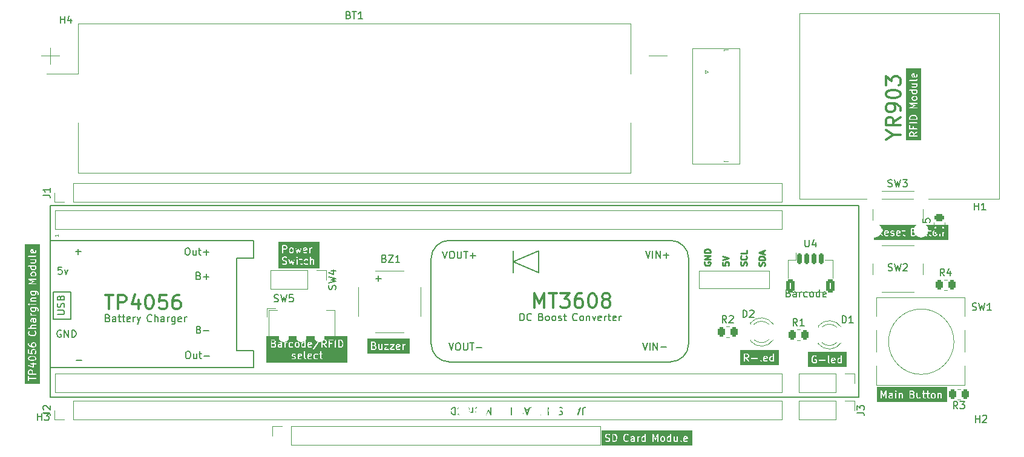
<source format=gto>
G04 #@! TF.GenerationSoftware,KiCad,Pcbnew,(7.99.0-200-gad838e3d73)*
G04 #@! TF.CreationDate,2024-03-15T16:03:47+07:00*
G04 #@! TF.ProjectId,WMS,574d532e-6b69-4636-9164-5f7063625858,rev?*
G04 #@! TF.SameCoordinates,Original*
G04 #@! TF.FileFunction,Legend,Top*
G04 #@! TF.FilePolarity,Positive*
%FSLAX46Y46*%
G04 Gerber Fmt 4.6, Leading zero omitted, Abs format (unit mm)*
G04 Created by KiCad (PCBNEW (7.99.0-200-gad838e3d73)) date 2024-03-15 16:03:47*
%MOMM*%
%LPD*%
G01*
G04 APERTURE LIST*
G04 Aperture macros list*
%AMRoundRect*
0 Rectangle with rounded corners*
0 $1 Rounding radius*
0 $2 $3 $4 $5 $6 $7 $8 $9 X,Y pos of 4 corners*
0 Add a 4 corners polygon primitive as box body*
4,1,4,$2,$3,$4,$5,$6,$7,$8,$9,$2,$3,0*
0 Add four circle primitives for the rounded corners*
1,1,$1+$1,$2,$3*
1,1,$1+$1,$4,$5*
1,1,$1+$1,$6,$7*
1,1,$1+$1,$8,$9*
0 Add four rect primitives between the rounded corners*
20,1,$1+$1,$2,$3,$4,$5,0*
20,1,$1+$1,$4,$5,$6,$7,0*
20,1,$1+$1,$6,$7,$8,$9,0*
20,1,$1+$1,$8,$9,$2,$3,0*%
G04 Aperture macros list end*
%ADD10C,0.150000*%
%ADD11C,0.300000*%
%ADD12C,0.212500*%
%ADD13C,0.100000*%
%ADD14C,0.120000*%
%ADD15C,0.200000*%
%ADD16R,5.000000X3.500000*%
%ADD17R,1.400000X1.400000*%
%ADD18C,1.400000*%
%ADD19RoundRect,0.250000X-0.262500X-0.450000X0.262500X-0.450000X0.262500X0.450000X-0.262500X0.450000X0*%
%ADD20C,2.000000*%
%ADD21R,2.000000X2.000000*%
%ADD22RoundRect,0.250000X0.262500X0.450000X-0.262500X0.450000X-0.262500X-0.450000X0.262500X-0.450000X0*%
%ADD23C,2.390000*%
%ADD24C,3.450000*%
%ADD25R,7.340000X6.350000*%
%ADD26C,2.200000*%
%ADD27R,1.700000X1.700000*%
%ADD28O,1.700000X1.700000*%
%ADD29R,1.100000X0.300000*%
%ADD30R,3.100000X2.300000*%
%ADD31O,1.600000X2.000000*%
%ADD32RoundRect,0.150000X-0.150000X-0.625000X0.150000X-0.625000X0.150000X0.625000X-0.150000X0.625000X0*%
%ADD33RoundRect,0.250000X-0.350000X-0.650000X0.350000X-0.650000X0.350000X0.650000X-0.350000X0.650000X0*%
%ADD34RoundRect,0.250000X0.450000X-0.262500X0.450000X0.262500X-0.450000X0.262500X-0.450000X-0.262500X0*%
%ADD35C,1.700000*%
%ADD36R,1.800000X1.800000*%
%ADD37C,1.800000*%
%ADD38O,3.048000X1.850000*%
%ADD39R,2.800000X2.800000*%
G04 APERTURE END LIST*
D10*
G36*
X174314514Y-100987486D02*
G01*
X174314514Y-101466209D01*
X174276571Y-101485180D01*
X174121506Y-101485180D01*
X174052988Y-101450921D01*
X174022581Y-101420514D01*
X173988324Y-101351999D01*
X173988324Y-101101696D01*
X174022583Y-101033178D01*
X174052988Y-101002772D01*
X174121504Y-100968514D01*
X174276570Y-100968514D01*
X174314514Y-100987486D01*
G37*
G36*
X173428850Y-100997035D02*
G01*
X173457371Y-101054075D01*
X173457371Y-101070124D01*
X173131181Y-101135362D01*
X173131181Y-101054077D01*
X173159702Y-100997034D01*
X173216742Y-100968514D01*
X173371808Y-100968514D01*
X173428850Y-100997035D01*
G37*
G36*
X170773658Y-100669439D02*
G01*
X170804064Y-100699845D01*
X170838323Y-100768361D01*
X170838323Y-100875808D01*
X170804064Y-100944325D01*
X170773657Y-100974732D01*
X170705142Y-101008990D01*
X170583862Y-101008990D01*
X170565817Y-101007120D01*
X170562117Y-101008990D01*
X170416895Y-101008990D01*
X170416895Y-100635180D01*
X170705141Y-100635180D01*
X170773658Y-100669439D01*
G37*
G36*
X175170467Y-102145657D02*
G01*
X169735943Y-102145657D01*
X169735943Y-101095114D01*
X170264525Y-101095114D01*
X170266895Y-101100304D01*
X170266895Y-101570962D01*
X170276138Y-101602440D01*
X170309424Y-101631282D01*
X170353019Y-101637550D01*
X170393083Y-101619254D01*
X170416895Y-101582202D01*
X170416895Y-101158990D01*
X170540941Y-101158990D01*
X170858064Y-101612023D01*
X170883687Y-101632510D01*
X170927496Y-101637050D01*
X170966805Y-101617185D01*
X170989135Y-101579221D01*
X170987394Y-101535211D01*
X170914563Y-101431167D01*
X172503059Y-101431167D01*
X172509915Y-101444880D01*
X172514233Y-101459583D01*
X172519586Y-101464221D01*
X172551982Y-101529012D01*
X172551880Y-101531926D01*
X172561741Y-101548530D01*
X172565349Y-101555745D01*
X172567223Y-101557759D01*
X172574371Y-101569795D01*
X172581935Y-101573577D01*
X172587693Y-101579767D01*
X172601246Y-101583232D01*
X172698949Y-101632084D01*
X172731238Y-101637894D01*
X172771921Y-101621021D01*
X172797023Y-101584831D01*
X172798576Y-101540815D01*
X172776085Y-101502946D01*
X172683510Y-101456658D01*
X172654990Y-101399618D01*
X172654990Y-101044762D01*
X172978467Y-101044762D01*
X172981181Y-101051306D01*
X172981181Y-101207034D01*
X172980092Y-101208951D01*
X172981181Y-101228881D01*
X172981181Y-101413283D01*
X172979250Y-101431167D01*
X172986106Y-101444880D01*
X172990424Y-101459583D01*
X172995777Y-101464221D01*
X173028173Y-101529012D01*
X173028071Y-101531926D01*
X173037932Y-101548530D01*
X173041540Y-101555745D01*
X173043414Y-101557759D01*
X173050562Y-101569795D01*
X173058126Y-101573577D01*
X173063884Y-101579767D01*
X173077437Y-101583232D01*
X173161889Y-101625458D01*
X173177016Y-101635180D01*
X173192346Y-101635180D01*
X173207429Y-101637894D01*
X173213973Y-101635180D01*
X173385474Y-101635180D01*
X173403358Y-101637111D01*
X173417071Y-101630254D01*
X173431774Y-101625937D01*
X173436412Y-101620583D01*
X173527936Y-101574821D01*
X173551958Y-101552477D01*
X173562869Y-101509806D01*
X173548979Y-101468011D01*
X173514697Y-101440359D01*
X173470908Y-101435631D01*
X173371809Y-101485180D01*
X173216744Y-101485180D01*
X173159701Y-101456658D01*
X173131181Y-101399618D01*
X173131181Y-101288332D01*
X173534449Y-101207678D01*
X173543495Y-101208979D01*
X173555610Y-101203446D01*
X173557652Y-101203038D01*
X173565385Y-101198982D01*
X173583559Y-101190683D01*
X173584752Y-101188825D01*
X173586706Y-101187801D01*
X173596563Y-101170447D01*
X173607371Y-101153631D01*
X173607371Y-101151422D01*
X173608460Y-101149505D01*
X173607371Y-101129575D01*
X173607371Y-101092381D01*
X173835610Y-101092381D01*
X173838324Y-101098925D01*
X173838324Y-101365664D01*
X173836393Y-101383548D01*
X173843249Y-101397261D01*
X173847567Y-101411964D01*
X173852920Y-101416602D01*
X173889655Y-101490071D01*
X173892338Y-101502403D01*
X173906965Y-101517030D01*
X173921027Y-101532148D01*
X173922445Y-101532510D01*
X173948880Y-101558945D01*
X173955324Y-101569795D01*
X173973833Y-101579049D01*
X173991947Y-101588940D01*
X173993405Y-101588835D01*
X174066651Y-101625458D01*
X174081778Y-101635180D01*
X174097108Y-101635180D01*
X174112191Y-101637894D01*
X174118735Y-101635180D01*
X174290236Y-101635180D01*
X174308120Y-101637111D01*
X174321833Y-101630254D01*
X174336536Y-101625937D01*
X174341174Y-101620583D01*
X174343407Y-101619466D01*
X174357043Y-101631282D01*
X174400638Y-101637550D01*
X174440702Y-101619254D01*
X174464514Y-101582202D01*
X174464514Y-101521996D01*
X174467631Y-101509806D01*
X174464514Y-101500427D01*
X174464514Y-100942430D01*
X174465243Y-100921768D01*
X174464514Y-100920541D01*
X174464514Y-100549398D01*
X174455271Y-100517920D01*
X174421985Y-100489078D01*
X174378390Y-100482810D01*
X174338326Y-100501106D01*
X174314514Y-100538158D01*
X174314514Y-100818514D01*
X174300968Y-100818514D01*
X174285885Y-100815800D01*
X174279341Y-100818514D01*
X174107831Y-100818514D01*
X174089956Y-100816584D01*
X174076246Y-100823438D01*
X174061540Y-100827757D01*
X174056900Y-100833111D01*
X173983431Y-100869845D01*
X173971101Y-100872528D01*
X173956481Y-100887147D01*
X173941356Y-100901217D01*
X173940993Y-100902635D01*
X173914558Y-100929070D01*
X173903709Y-100935514D01*
X173894458Y-100954014D01*
X173884563Y-100972137D01*
X173884667Y-100973597D01*
X173848047Y-101046838D01*
X173838324Y-101061968D01*
X173838324Y-101077298D01*
X173835610Y-101092381D01*
X173607371Y-101092381D01*
X173607371Y-101040402D01*
X173609301Y-101022527D01*
X173602446Y-101008817D01*
X173598128Y-100994111D01*
X173592773Y-100989471D01*
X173560378Y-100924680D01*
X173560481Y-100921768D01*
X173550621Y-100905167D01*
X173547012Y-100897948D01*
X173545136Y-100895931D01*
X173537990Y-100883899D01*
X173530425Y-100880116D01*
X173524668Y-100873927D01*
X173511114Y-100870461D01*
X173426665Y-100828237D01*
X173411536Y-100818514D01*
X173396206Y-100818514D01*
X173381123Y-100815800D01*
X173374579Y-100818514D01*
X173203069Y-100818514D01*
X173185194Y-100816584D01*
X173171484Y-100823438D01*
X173156778Y-100827757D01*
X173152138Y-100833111D01*
X173087347Y-100865506D01*
X173084435Y-100865404D01*
X173067834Y-100875263D01*
X173060615Y-100878873D01*
X173058598Y-100880748D01*
X173046566Y-100887895D01*
X173042783Y-100895459D01*
X173036594Y-100901217D01*
X173033128Y-100914770D01*
X172990904Y-100999219D01*
X172981181Y-101014349D01*
X172981181Y-101029679D01*
X172978467Y-101044762D01*
X172654990Y-101044762D01*
X172654990Y-100549398D01*
X172645747Y-100517920D01*
X172612461Y-100489078D01*
X172568866Y-100482810D01*
X172528802Y-100501106D01*
X172504990Y-100538158D01*
X172504990Y-101413283D01*
X172503059Y-101431167D01*
X170914563Y-101431167D01*
X170745992Y-101190352D01*
X171264525Y-101190352D01*
X171282821Y-101230416D01*
X171319873Y-101254228D01*
X172114582Y-101254228D01*
X172146060Y-101244985D01*
X172174902Y-101211699D01*
X172181170Y-101168104D01*
X172162874Y-101128040D01*
X172125822Y-101104228D01*
X171331113Y-101104228D01*
X171299635Y-101113471D01*
X171270793Y-101146757D01*
X171264525Y-101190352D01*
X170745992Y-101190352D01*
X170724466Y-101159601D01*
X170736691Y-101160921D01*
X170750404Y-101154064D01*
X170765107Y-101149747D01*
X170769745Y-101144393D01*
X170843214Y-101107658D01*
X170855546Y-101104976D01*
X170870173Y-101090348D01*
X170885291Y-101076287D01*
X170885653Y-101074868D01*
X170912088Y-101048433D01*
X170922938Y-101041990D01*
X170932192Y-101023480D01*
X170942083Y-101005367D01*
X170941978Y-101003908D01*
X170978601Y-100930662D01*
X170988323Y-100915536D01*
X170988323Y-100900206D01*
X170991037Y-100885123D01*
X170988323Y-100878579D01*
X170988323Y-100754688D01*
X170990253Y-100736813D01*
X170983398Y-100723103D01*
X170979080Y-100708397D01*
X170973725Y-100703757D01*
X170936991Y-100630288D01*
X170934309Y-100617958D01*
X170919689Y-100603338D01*
X170905620Y-100588213D01*
X170904201Y-100587850D01*
X170877768Y-100561417D01*
X170871324Y-100550567D01*
X170852827Y-100541318D01*
X170834700Y-100531420D01*
X170833239Y-100531524D01*
X170759996Y-100494901D01*
X170744869Y-100485180D01*
X170729540Y-100485180D01*
X170714457Y-100482466D01*
X170707913Y-100485180D01*
X170347255Y-100485180D01*
X170330771Y-100482810D01*
X170315618Y-100489729D01*
X170299635Y-100494423D01*
X170295898Y-100498735D01*
X170290707Y-100501106D01*
X170281699Y-100515122D01*
X170270793Y-100527709D01*
X170269981Y-100533355D01*
X170266895Y-100538158D01*
X170266895Y-100554820D01*
X170264525Y-100571304D01*
X170266895Y-100576494D01*
X170266895Y-101078630D01*
X170264525Y-101095114D01*
X169735943Y-101095114D01*
X169735943Y-100034943D01*
X175170467Y-100034943D01*
X175170467Y-102145657D01*
G37*
G36*
X109659326Y-100666835D02*
G01*
X109687847Y-100723875D01*
X109687847Y-100739924D01*
X109361657Y-100805162D01*
X109361657Y-100723877D01*
X109390178Y-100666834D01*
X109447218Y-100638314D01*
X109602284Y-100638314D01*
X109659326Y-100666835D01*
G37*
G36*
X108278373Y-100666835D02*
G01*
X108306894Y-100723875D01*
X108306894Y-100739924D01*
X107980704Y-100805162D01*
X107980704Y-100723877D01*
X108009225Y-100666834D01*
X108066265Y-100638314D01*
X108221331Y-100638314D01*
X108278373Y-100666835D01*
G37*
G36*
X113936619Y-98723152D02*
G01*
X114010731Y-98797264D01*
X114049225Y-98874250D01*
X114092609Y-99047786D01*
X114092609Y-99172175D01*
X114049225Y-99345707D01*
X114010731Y-99422696D01*
X113936619Y-99496808D01*
X113822104Y-99534980D01*
X113671181Y-99534980D01*
X113671181Y-98684980D01*
X113822105Y-98684980D01*
X113936619Y-98723152D01*
G37*
G36*
X109683136Y-99046835D02*
G01*
X109711657Y-99103875D01*
X109711657Y-99119924D01*
X109385467Y-99185162D01*
X109385467Y-99103877D01*
X109413988Y-99046834D01*
X109471028Y-99018314D01*
X109626094Y-99018314D01*
X109683136Y-99046835D01*
G37*
G36*
X108806895Y-99037286D02*
G01*
X108806895Y-99516009D01*
X108768952Y-99534980D01*
X108613887Y-99534980D01*
X108545369Y-99500721D01*
X108514962Y-99470314D01*
X108480705Y-99401799D01*
X108480705Y-99151496D01*
X108514964Y-99082978D01*
X108545369Y-99052572D01*
X108613885Y-99018314D01*
X108768951Y-99018314D01*
X108806895Y-99037286D01*
G37*
G36*
X107885088Y-99052573D02*
G01*
X107915493Y-99082978D01*
X107949752Y-99151494D01*
X107949752Y-99401798D01*
X107915493Y-99470315D01*
X107885086Y-99500722D01*
X107816571Y-99534980D01*
X107709125Y-99534980D01*
X107640607Y-99500721D01*
X107610200Y-99470314D01*
X107575943Y-99401799D01*
X107575943Y-99151496D01*
X107610202Y-99082978D01*
X107640607Y-99052572D01*
X107709123Y-99018314D01*
X107816570Y-99018314D01*
X107885088Y-99052573D01*
G37*
G36*
X105521180Y-99516009D02*
G01*
X105483237Y-99534980D01*
X105280553Y-99534980D01*
X105223510Y-99506458D01*
X105194990Y-99449418D01*
X105194990Y-99389591D01*
X105223511Y-99332548D01*
X105280551Y-99304028D01*
X105496902Y-99304028D01*
X105514786Y-99305959D01*
X105521180Y-99302762D01*
X105521180Y-99516009D01*
G37*
G36*
X111694611Y-98719239D02*
G01*
X111725017Y-98749645D01*
X111759276Y-98818161D01*
X111759276Y-98925608D01*
X111725017Y-98994125D01*
X111694610Y-99024532D01*
X111626095Y-99058790D01*
X111504815Y-99058790D01*
X111486770Y-99056920D01*
X111483070Y-99058790D01*
X111337848Y-99058790D01*
X111337848Y-98684980D01*
X111626094Y-98684980D01*
X111694611Y-98719239D01*
G37*
G36*
X104603285Y-99199342D02*
G01*
X104629778Y-99225835D01*
X104664037Y-99294351D01*
X104664037Y-99401798D01*
X104629778Y-99470315D01*
X104599371Y-99500722D01*
X104530856Y-99534980D01*
X104242609Y-99534980D01*
X104242609Y-99161171D01*
X104488772Y-99161171D01*
X104603285Y-99199342D01*
G37*
G36*
X104551753Y-98719239D02*
G01*
X104582159Y-98749645D01*
X104616418Y-98818161D01*
X104616418Y-98877989D01*
X104582159Y-98946506D01*
X104551752Y-98976913D01*
X104484521Y-99010528D01*
X104481645Y-99010425D01*
X104480386Y-99011171D01*
X104242609Y-99011171D01*
X104242609Y-98684980D01*
X104483236Y-98684980D01*
X104551753Y-98719239D01*
G37*
G36*
X114813443Y-101815457D02*
G01*
X103474157Y-101815457D01*
X103474157Y-100714562D01*
X107018466Y-100714562D01*
X107021180Y-100721106D01*
X107021180Y-100749750D01*
X107019249Y-100767634D01*
X107026105Y-100781347D01*
X107030423Y-100796050D01*
X107035776Y-100800688D01*
X107068172Y-100865479D01*
X107068070Y-100868393D01*
X107077931Y-100884997D01*
X107081539Y-100892212D01*
X107083413Y-100894226D01*
X107090561Y-100906262D01*
X107098125Y-100910044D01*
X107103883Y-100916234D01*
X107117436Y-100919699D01*
X107201888Y-100961925D01*
X107217015Y-100971647D01*
X107232345Y-100971647D01*
X107247428Y-100974361D01*
X107253972Y-100971647D01*
X107364188Y-100971647D01*
X107421230Y-101000168D01*
X107449751Y-101057208D01*
X107449751Y-101069417D01*
X107421229Y-101126459D01*
X107364189Y-101154980D01*
X107209124Y-101154980D01*
X107120077Y-101110457D01*
X107087789Y-101104647D01*
X107047106Y-101121520D01*
X107022003Y-101157710D01*
X107020451Y-101201726D01*
X107042942Y-101239595D01*
X107154269Y-101295258D01*
X107169396Y-101304980D01*
X107184726Y-101304980D01*
X107199809Y-101307694D01*
X107206353Y-101304980D01*
X107377854Y-101304980D01*
X107395738Y-101306911D01*
X107409451Y-101300054D01*
X107424154Y-101295737D01*
X107428792Y-101290383D01*
X107493583Y-101257987D01*
X107496497Y-101258090D01*
X107513101Y-101248228D01*
X107520316Y-101244621D01*
X107522330Y-101242746D01*
X107534366Y-101235599D01*
X107538148Y-101228034D01*
X107544338Y-101222277D01*
X107547803Y-101208723D01*
X107590029Y-101124271D01*
X107599751Y-101109145D01*
X107599751Y-101093815D01*
X107602465Y-101078732D01*
X107599751Y-101072188D01*
X107599751Y-101043535D01*
X107601681Y-101025660D01*
X107594826Y-101011950D01*
X107590508Y-100997244D01*
X107585153Y-100992604D01*
X107552758Y-100927813D01*
X107552861Y-100924901D01*
X107543001Y-100908300D01*
X107539392Y-100901081D01*
X107537516Y-100899064D01*
X107530370Y-100887032D01*
X107522805Y-100883249D01*
X107517048Y-100877060D01*
X107503494Y-100873594D01*
X107419045Y-100831370D01*
X107403916Y-100821647D01*
X107388586Y-100821647D01*
X107373503Y-100818933D01*
X107366959Y-100821647D01*
X107256743Y-100821647D01*
X107199700Y-100793125D01*
X107171180Y-100736085D01*
X107171180Y-100723877D01*
X107175837Y-100714562D01*
X107827990Y-100714562D01*
X107830704Y-100721106D01*
X107830704Y-100876834D01*
X107829615Y-100878751D01*
X107830704Y-100898681D01*
X107830704Y-101083083D01*
X107828773Y-101100967D01*
X107835629Y-101114680D01*
X107839947Y-101129383D01*
X107845300Y-101134021D01*
X107877696Y-101198812D01*
X107877594Y-101201726D01*
X107887455Y-101218330D01*
X107891063Y-101225545D01*
X107892937Y-101227559D01*
X107900085Y-101239595D01*
X107907649Y-101243377D01*
X107913407Y-101249567D01*
X107926960Y-101253032D01*
X108011412Y-101295258D01*
X108026539Y-101304980D01*
X108041869Y-101304980D01*
X108056952Y-101307694D01*
X108063496Y-101304980D01*
X108234997Y-101304980D01*
X108252881Y-101306911D01*
X108266594Y-101300054D01*
X108281297Y-101295737D01*
X108285935Y-101290383D01*
X108377459Y-101244621D01*
X108401481Y-101222277D01*
X108412392Y-101179606D01*
X108398502Y-101137811D01*
X108364220Y-101110159D01*
X108320431Y-101105431D01*
X108221332Y-101154980D01*
X108066267Y-101154980D01*
X108009224Y-101126458D01*
X107996478Y-101100967D01*
X108733535Y-101100967D01*
X108740391Y-101114680D01*
X108744709Y-101129383D01*
X108750062Y-101134021D01*
X108782458Y-101198812D01*
X108782356Y-101201726D01*
X108792217Y-101218330D01*
X108795825Y-101225545D01*
X108797699Y-101227559D01*
X108804847Y-101239595D01*
X108812411Y-101243377D01*
X108818169Y-101249567D01*
X108831722Y-101253032D01*
X108929425Y-101301884D01*
X108961714Y-101307694D01*
X109002397Y-101290821D01*
X109027499Y-101254631D01*
X109029052Y-101210615D01*
X109006561Y-101172746D01*
X108913986Y-101126458D01*
X108885466Y-101069418D01*
X108885466Y-100714562D01*
X109208943Y-100714562D01*
X109211657Y-100721106D01*
X109211657Y-100876834D01*
X109210568Y-100878751D01*
X109211657Y-100898681D01*
X109211657Y-101083083D01*
X109209726Y-101100967D01*
X109216582Y-101114680D01*
X109220900Y-101129383D01*
X109226253Y-101134021D01*
X109258649Y-101198812D01*
X109258547Y-101201726D01*
X109268408Y-101218330D01*
X109272016Y-101225545D01*
X109273890Y-101227559D01*
X109281038Y-101239595D01*
X109288602Y-101243377D01*
X109294360Y-101249567D01*
X109307913Y-101253032D01*
X109392365Y-101295258D01*
X109407492Y-101304980D01*
X109422822Y-101304980D01*
X109437905Y-101307694D01*
X109444449Y-101304980D01*
X109615950Y-101304980D01*
X109633834Y-101306911D01*
X109647547Y-101300054D01*
X109662250Y-101295737D01*
X109666888Y-101290383D01*
X109758412Y-101244621D01*
X109782434Y-101222277D01*
X109793345Y-101179606D01*
X109779455Y-101137811D01*
X109745173Y-101110159D01*
X109701384Y-101105431D01*
X109602285Y-101154980D01*
X109447220Y-101154980D01*
X109390177Y-101126458D01*
X109361657Y-101069418D01*
X109361657Y-100958132D01*
X109764925Y-100877478D01*
X109773971Y-100878779D01*
X109786086Y-100873246D01*
X109788128Y-100872838D01*
X109795861Y-100868782D01*
X109814035Y-100860483D01*
X109815228Y-100858625D01*
X109817182Y-100857601D01*
X109827039Y-100840247D01*
X109837847Y-100823431D01*
X109837847Y-100821222D01*
X109838936Y-100819305D01*
X109837847Y-100799375D01*
X109837847Y-100762181D01*
X110066086Y-100762181D01*
X110068800Y-100768725D01*
X110068800Y-101035464D01*
X110066869Y-101053348D01*
X110073725Y-101067061D01*
X110078043Y-101081764D01*
X110083396Y-101086402D01*
X110120131Y-101159871D01*
X110122814Y-101172203D01*
X110137441Y-101186830D01*
X110151503Y-101201948D01*
X110152921Y-101202310D01*
X110179356Y-101228745D01*
X110185800Y-101239595D01*
X110204309Y-101248849D01*
X110222423Y-101258740D01*
X110223881Y-101258635D01*
X110297127Y-101295258D01*
X110312254Y-101304980D01*
X110327584Y-101304980D01*
X110342667Y-101307694D01*
X110349211Y-101304980D01*
X110520712Y-101304980D01*
X110538596Y-101306911D01*
X110552309Y-101300054D01*
X110567012Y-101295737D01*
X110571650Y-101290383D01*
X110663174Y-101244621D01*
X110687196Y-101222277D01*
X110698107Y-101179606D01*
X110684217Y-101137811D01*
X110649935Y-101110159D01*
X110606146Y-101105431D01*
X110507047Y-101154980D01*
X110351982Y-101154980D01*
X110283464Y-101120721D01*
X110253057Y-101090314D01*
X110218800Y-101021799D01*
X110218800Y-100771496D01*
X110253059Y-100702978D01*
X110283464Y-100672572D01*
X110351980Y-100638314D01*
X110507046Y-100638314D01*
X110596092Y-100682837D01*
X110628381Y-100688647D01*
X110669064Y-100671774D01*
X110694166Y-100635584D01*
X110695719Y-100591568D01*
X110685545Y-100574438D01*
X110828335Y-100574438D01*
X110846631Y-100614502D01*
X110883683Y-100638314D01*
X110973562Y-100638314D01*
X110973562Y-101083083D01*
X110971631Y-101100967D01*
X110978487Y-101114680D01*
X110982805Y-101129383D01*
X110988158Y-101134021D01*
X111020554Y-101198812D01*
X111020452Y-101201726D01*
X111030313Y-101218330D01*
X111033921Y-101225545D01*
X111035795Y-101227559D01*
X111042943Y-101239595D01*
X111050507Y-101243377D01*
X111056265Y-101249567D01*
X111069818Y-101253032D01*
X111154270Y-101295258D01*
X111169397Y-101304980D01*
X111184727Y-101304980D01*
X111199810Y-101307694D01*
X111206354Y-101304980D01*
X111297439Y-101304980D01*
X111328917Y-101295737D01*
X111357759Y-101262451D01*
X111364027Y-101218856D01*
X111345731Y-101178792D01*
X111308679Y-101154980D01*
X111209125Y-101154980D01*
X111152082Y-101126458D01*
X111123562Y-101069418D01*
X111123562Y-100638314D01*
X111297439Y-100638314D01*
X111328917Y-100629071D01*
X111357759Y-100595785D01*
X111364027Y-100552190D01*
X111345731Y-100512126D01*
X111308679Y-100488314D01*
X111123562Y-100488314D01*
X111123562Y-100219198D01*
X111114319Y-100187720D01*
X111081033Y-100158878D01*
X111037438Y-100152610D01*
X110997374Y-100170906D01*
X110973562Y-100207958D01*
X110973562Y-100488314D01*
X110894923Y-100488314D01*
X110863445Y-100497557D01*
X110834603Y-100530843D01*
X110828335Y-100574438D01*
X110685545Y-100574438D01*
X110673228Y-100553699D01*
X110561903Y-100498037D01*
X110546774Y-100488314D01*
X110531444Y-100488314D01*
X110516361Y-100485600D01*
X110509817Y-100488314D01*
X110338307Y-100488314D01*
X110320432Y-100486384D01*
X110306722Y-100493238D01*
X110292016Y-100497557D01*
X110287376Y-100502911D01*
X110213907Y-100539645D01*
X110201577Y-100542328D01*
X110186957Y-100556947D01*
X110171832Y-100571017D01*
X110171469Y-100572435D01*
X110145034Y-100598870D01*
X110134185Y-100605314D01*
X110124934Y-100623814D01*
X110115039Y-100641937D01*
X110115143Y-100643397D01*
X110078523Y-100716638D01*
X110068800Y-100731768D01*
X110068800Y-100747098D01*
X110066086Y-100762181D01*
X109837847Y-100762181D01*
X109837847Y-100710202D01*
X109839777Y-100692327D01*
X109832922Y-100678617D01*
X109828604Y-100663911D01*
X109823249Y-100659271D01*
X109790854Y-100594480D01*
X109790957Y-100591568D01*
X109781097Y-100574967D01*
X109777488Y-100567748D01*
X109775612Y-100565731D01*
X109768466Y-100553699D01*
X109760901Y-100549916D01*
X109755144Y-100543727D01*
X109741590Y-100540261D01*
X109657141Y-100498037D01*
X109642012Y-100488314D01*
X109626682Y-100488314D01*
X109611599Y-100485600D01*
X109605055Y-100488314D01*
X109433545Y-100488314D01*
X109415670Y-100486384D01*
X109401960Y-100493238D01*
X109387254Y-100497557D01*
X109382614Y-100502911D01*
X109317823Y-100535306D01*
X109314911Y-100535204D01*
X109298310Y-100545063D01*
X109291091Y-100548673D01*
X109289074Y-100550548D01*
X109277042Y-100557695D01*
X109273259Y-100565259D01*
X109267070Y-100571017D01*
X109263604Y-100584570D01*
X109221380Y-100669019D01*
X109211657Y-100684149D01*
X109211657Y-100699479D01*
X109208943Y-100714562D01*
X108885466Y-100714562D01*
X108885466Y-100219198D01*
X108876223Y-100187720D01*
X108842937Y-100158878D01*
X108799342Y-100152610D01*
X108759278Y-100170906D01*
X108735466Y-100207958D01*
X108735466Y-101083083D01*
X108733535Y-101100967D01*
X107996478Y-101100967D01*
X107980704Y-101069418D01*
X107980704Y-100958132D01*
X108383972Y-100877478D01*
X108393018Y-100878779D01*
X108405133Y-100873246D01*
X108407175Y-100872838D01*
X108414908Y-100868782D01*
X108433082Y-100860483D01*
X108434275Y-100858625D01*
X108436229Y-100857601D01*
X108446086Y-100840247D01*
X108456894Y-100823431D01*
X108456894Y-100821222D01*
X108457983Y-100819305D01*
X108456894Y-100799375D01*
X108456894Y-100710202D01*
X108458824Y-100692327D01*
X108451969Y-100678617D01*
X108447651Y-100663911D01*
X108442296Y-100659271D01*
X108409901Y-100594480D01*
X108410004Y-100591568D01*
X108400144Y-100574967D01*
X108396535Y-100567748D01*
X108394659Y-100565731D01*
X108387513Y-100553699D01*
X108379948Y-100549916D01*
X108374191Y-100543727D01*
X108360637Y-100540261D01*
X108276188Y-100498037D01*
X108261059Y-100488314D01*
X108245729Y-100488314D01*
X108230646Y-100485600D01*
X108224102Y-100488314D01*
X108052592Y-100488314D01*
X108034717Y-100486384D01*
X108021007Y-100493238D01*
X108006301Y-100497557D01*
X108001661Y-100502911D01*
X107936870Y-100535306D01*
X107933958Y-100535204D01*
X107917357Y-100545063D01*
X107910138Y-100548673D01*
X107908121Y-100550548D01*
X107896089Y-100557695D01*
X107892306Y-100565259D01*
X107886117Y-100571017D01*
X107882651Y-100584570D01*
X107840427Y-100669019D01*
X107830704Y-100684149D01*
X107830704Y-100699479D01*
X107827990Y-100714562D01*
X107175837Y-100714562D01*
X107199701Y-100666834D01*
X107256741Y-100638314D01*
X107364188Y-100638314D01*
X107453234Y-100682837D01*
X107485523Y-100688647D01*
X107526206Y-100671774D01*
X107551308Y-100635584D01*
X107552861Y-100591568D01*
X107530370Y-100553699D01*
X107419045Y-100498037D01*
X107403916Y-100488314D01*
X107388586Y-100488314D01*
X107373503Y-100485600D01*
X107366959Y-100488314D01*
X107243068Y-100488314D01*
X107225193Y-100486384D01*
X107211483Y-100493238D01*
X107196777Y-100497557D01*
X107192137Y-100502911D01*
X107127346Y-100535306D01*
X107124434Y-100535204D01*
X107107833Y-100545063D01*
X107100614Y-100548673D01*
X107098597Y-100550548D01*
X107086565Y-100557695D01*
X107082782Y-100565259D01*
X107076593Y-100571017D01*
X107073127Y-100584570D01*
X107030903Y-100669019D01*
X107021180Y-100684149D01*
X107021180Y-100699479D01*
X107018466Y-100714562D01*
X103474157Y-100714562D01*
X103474157Y-99846763D01*
X109994217Y-99846763D01*
X110005914Y-99889225D01*
X110038711Y-99918622D01*
X110082195Y-99925623D01*
X110122560Y-99908002D01*
X110631285Y-99144914D01*
X111185478Y-99144914D01*
X111187848Y-99150104D01*
X111187848Y-99620762D01*
X111197091Y-99652240D01*
X111230377Y-99681082D01*
X111273972Y-99687350D01*
X111314036Y-99669054D01*
X111337848Y-99632002D01*
X111337848Y-99208790D01*
X111461894Y-99208790D01*
X111779017Y-99661823D01*
X111804640Y-99682310D01*
X111848449Y-99686850D01*
X111887758Y-99666985D01*
X111910088Y-99629021D01*
X111908347Y-99585011D01*
X111645419Y-99209401D01*
X111657644Y-99210721D01*
X111671357Y-99203864D01*
X111686060Y-99199547D01*
X111690698Y-99194193D01*
X111764167Y-99157458D01*
X111776499Y-99154776D01*
X111791126Y-99140148D01*
X111806244Y-99126087D01*
X111806606Y-99124668D01*
X111833041Y-99098233D01*
X111834621Y-99097295D01*
X112185478Y-99097295D01*
X112187848Y-99102485D01*
X112187848Y-99620762D01*
X112197091Y-99652240D01*
X112230377Y-99681082D01*
X112273972Y-99687350D01*
X112314036Y-99669054D01*
X112337848Y-99632002D01*
X112337848Y-99620762D01*
X113044991Y-99620762D01*
X113054234Y-99652240D01*
X113087520Y-99681082D01*
X113131115Y-99687350D01*
X113171179Y-99669054D01*
X113194991Y-99632002D01*
X113194991Y-99621104D01*
X113518811Y-99621104D01*
X113525730Y-99636256D01*
X113530424Y-99652240D01*
X113534736Y-99655976D01*
X113537107Y-99661168D01*
X113551123Y-99670175D01*
X113563710Y-99681082D01*
X113569356Y-99681893D01*
X113574159Y-99684980D01*
X113590821Y-99684980D01*
X113607305Y-99687350D01*
X113612495Y-99684980D01*
X113824874Y-99684980D01*
X113837101Y-99688095D01*
X113856713Y-99681557D01*
X113876536Y-99675737D01*
X113877494Y-99674630D01*
X113997020Y-99634788D01*
X114014594Y-99630966D01*
X114025434Y-99620125D01*
X114038018Y-99611380D01*
X114040725Y-99604834D01*
X114118755Y-99526804D01*
X114129605Y-99520361D01*
X114138855Y-99501859D01*
X114148751Y-99483738D01*
X114148646Y-99482277D01*
X114181098Y-99417374D01*
X114187410Y-99411440D01*
X114190754Y-99398062D01*
X114191894Y-99395783D01*
X114193357Y-99387650D01*
X114237376Y-99211572D01*
X114242609Y-99203431D01*
X114242609Y-99190643D01*
X114242985Y-99189139D01*
X114242609Y-99179893D01*
X114242609Y-99050895D01*
X114245711Y-99041726D01*
X114242609Y-99029318D01*
X114242609Y-99027770D01*
X114240004Y-99018900D01*
X114195990Y-98842843D01*
X114196920Y-98834232D01*
X114190754Y-98821901D01*
X114190136Y-98819426D01*
X114185948Y-98812287D01*
X114143658Y-98727707D01*
X114140976Y-98715377D01*
X114126356Y-98700757D01*
X114112287Y-98685632D01*
X114110868Y-98685269D01*
X114033023Y-98607424D01*
X114021743Y-98593413D01*
X114007198Y-98588564D01*
X113993748Y-98581220D01*
X113986681Y-98581725D01*
X113866912Y-98541801D01*
X113856298Y-98534980D01*
X113835619Y-98534980D01*
X113814979Y-98534234D01*
X113813720Y-98534980D01*
X113601541Y-98534980D01*
X113585057Y-98532610D01*
X113569904Y-98539529D01*
X113553921Y-98544223D01*
X113550184Y-98548535D01*
X113544993Y-98550906D01*
X113535985Y-98564922D01*
X113525079Y-98577509D01*
X113524267Y-98583155D01*
X113521181Y-98587958D01*
X113521181Y-98604620D01*
X113518811Y-98621104D01*
X113521181Y-98626294D01*
X113521181Y-99604620D01*
X113518811Y-99621104D01*
X113194991Y-99621104D01*
X113194991Y-98599198D01*
X113185748Y-98567720D01*
X113152462Y-98538878D01*
X113108867Y-98532610D01*
X113068803Y-98550906D01*
X113044991Y-98587958D01*
X113044991Y-99620762D01*
X112337848Y-99620762D01*
X112337848Y-99161171D01*
X112606963Y-99161171D01*
X112638441Y-99151928D01*
X112667283Y-99118642D01*
X112673551Y-99075047D01*
X112655255Y-99034983D01*
X112618203Y-99011171D01*
X112337848Y-99011171D01*
X112337848Y-98684980D01*
X112749820Y-98684980D01*
X112781298Y-98675737D01*
X112810140Y-98642451D01*
X112816408Y-98598856D01*
X112798112Y-98558792D01*
X112761060Y-98534980D01*
X112268208Y-98534980D01*
X112251724Y-98532610D01*
X112236571Y-98539529D01*
X112220588Y-98544223D01*
X112216851Y-98548535D01*
X112211660Y-98550906D01*
X112202652Y-98564922D01*
X112191746Y-98577509D01*
X112190934Y-98583155D01*
X112187848Y-98587958D01*
X112187848Y-98604620D01*
X112185478Y-98621104D01*
X112187848Y-98626294D01*
X112187848Y-99080811D01*
X112185478Y-99097295D01*
X111834621Y-99097295D01*
X111843891Y-99091790D01*
X111853145Y-99073280D01*
X111863036Y-99055167D01*
X111862931Y-99053708D01*
X111899554Y-98980462D01*
X111909276Y-98965336D01*
X111909276Y-98950006D01*
X111911990Y-98934923D01*
X111909276Y-98928379D01*
X111909276Y-98804488D01*
X111911206Y-98786613D01*
X111904351Y-98772903D01*
X111900033Y-98758197D01*
X111894678Y-98753557D01*
X111857944Y-98680088D01*
X111855262Y-98667758D01*
X111840642Y-98653138D01*
X111826573Y-98638013D01*
X111825154Y-98637650D01*
X111798721Y-98611217D01*
X111792277Y-98600367D01*
X111773780Y-98591118D01*
X111755653Y-98581220D01*
X111754192Y-98581324D01*
X111680949Y-98544701D01*
X111665822Y-98534980D01*
X111650493Y-98534980D01*
X111635410Y-98532266D01*
X111628866Y-98534980D01*
X111268208Y-98534980D01*
X111251724Y-98532610D01*
X111236571Y-98539529D01*
X111220588Y-98544223D01*
X111216851Y-98548535D01*
X111211660Y-98550906D01*
X111202652Y-98564922D01*
X111191746Y-98577509D01*
X111190934Y-98583155D01*
X111187848Y-98587958D01*
X111187848Y-98604620D01*
X111185478Y-98621104D01*
X111187848Y-98626294D01*
X111187848Y-99128430D01*
X111185478Y-99144914D01*
X110631285Y-99144914D01*
X110997898Y-98594993D01*
X111007669Y-98563674D01*
X110995972Y-98521212D01*
X110963175Y-98491815D01*
X110919691Y-98484815D01*
X110879326Y-98502435D01*
X110003987Y-99815445D01*
X109994217Y-99846763D01*
X103474157Y-99846763D01*
X103474157Y-99621104D01*
X104090239Y-99621104D01*
X104097158Y-99636256D01*
X104101852Y-99652240D01*
X104106164Y-99655976D01*
X104108535Y-99661168D01*
X104122551Y-99670175D01*
X104135138Y-99681082D01*
X104140784Y-99681893D01*
X104145587Y-99684980D01*
X104162249Y-99684980D01*
X104178733Y-99687350D01*
X104183923Y-99684980D01*
X104544521Y-99684980D01*
X104562405Y-99686911D01*
X104576118Y-99680054D01*
X104590821Y-99675737D01*
X104595459Y-99670383D01*
X104668928Y-99633648D01*
X104681260Y-99630966D01*
X104695887Y-99616338D01*
X104711005Y-99602277D01*
X104711367Y-99600858D01*
X104737802Y-99574423D01*
X104748652Y-99567980D01*
X104757906Y-99549470D01*
X104767797Y-99531357D01*
X104767692Y-99529898D01*
X104804315Y-99456652D01*
X104814037Y-99441526D01*
X104814037Y-99426196D01*
X104816751Y-99411113D01*
X104814037Y-99404569D01*
X104814037Y-99380276D01*
X105042276Y-99380276D01*
X105044990Y-99386820D01*
X105044990Y-99463083D01*
X105043059Y-99480967D01*
X105049915Y-99494680D01*
X105054233Y-99509383D01*
X105059586Y-99514021D01*
X105091982Y-99578812D01*
X105091880Y-99581726D01*
X105101741Y-99598330D01*
X105105349Y-99605545D01*
X105107223Y-99607559D01*
X105114371Y-99619595D01*
X105121935Y-99623377D01*
X105127693Y-99629567D01*
X105141246Y-99633032D01*
X105225698Y-99675258D01*
X105240825Y-99684980D01*
X105256155Y-99684980D01*
X105271238Y-99687694D01*
X105277782Y-99684980D01*
X105496902Y-99684980D01*
X105514786Y-99686911D01*
X105528499Y-99680054D01*
X105543202Y-99675737D01*
X105547840Y-99670383D01*
X105550073Y-99669266D01*
X105563709Y-99681082D01*
X105607304Y-99687350D01*
X105647368Y-99669054D01*
X105671180Y-99632002D01*
X105671180Y-99571796D01*
X105674297Y-99559606D01*
X105671180Y-99550227D01*
X105671180Y-99190844D01*
X105674297Y-99178654D01*
X105671180Y-99169275D01*
X105671180Y-99142181D01*
X105994657Y-99142181D01*
X105997371Y-99148725D01*
X105997371Y-99620762D01*
X106006614Y-99652240D01*
X106039900Y-99681082D01*
X106083495Y-99687350D01*
X106123559Y-99669054D01*
X106147371Y-99632002D01*
X106147371Y-99151496D01*
X106152029Y-99142181D01*
X106566086Y-99142181D01*
X106568800Y-99148725D01*
X106568800Y-99415464D01*
X106566869Y-99433348D01*
X106573725Y-99447061D01*
X106578043Y-99461764D01*
X106583396Y-99466402D01*
X106620131Y-99539871D01*
X106622814Y-99552203D01*
X106637441Y-99566830D01*
X106651503Y-99581948D01*
X106652921Y-99582310D01*
X106679356Y-99608745D01*
X106685800Y-99619595D01*
X106704309Y-99628849D01*
X106722423Y-99638740D01*
X106723881Y-99638635D01*
X106797127Y-99675258D01*
X106812254Y-99684980D01*
X106827584Y-99684980D01*
X106842667Y-99687694D01*
X106849211Y-99684980D01*
X107020712Y-99684980D01*
X107038596Y-99686911D01*
X107052309Y-99680054D01*
X107067012Y-99675737D01*
X107071650Y-99670383D01*
X107163174Y-99624621D01*
X107187196Y-99602277D01*
X107198107Y-99559606D01*
X107184217Y-99517811D01*
X107149935Y-99490159D01*
X107106146Y-99485431D01*
X107007047Y-99534980D01*
X106851982Y-99534980D01*
X106783464Y-99500721D01*
X106753057Y-99470314D01*
X106718800Y-99401799D01*
X106718800Y-99151496D01*
X106723458Y-99142181D01*
X107423229Y-99142181D01*
X107425943Y-99148725D01*
X107425943Y-99415464D01*
X107424012Y-99433348D01*
X107430868Y-99447061D01*
X107435186Y-99461764D01*
X107440539Y-99466402D01*
X107477274Y-99539871D01*
X107479957Y-99552203D01*
X107494584Y-99566830D01*
X107508646Y-99581948D01*
X107510064Y-99582310D01*
X107536499Y-99608745D01*
X107542943Y-99619595D01*
X107561452Y-99628849D01*
X107579566Y-99638740D01*
X107581024Y-99638635D01*
X107654270Y-99675258D01*
X107669397Y-99684980D01*
X107684727Y-99684980D01*
X107699810Y-99687694D01*
X107706354Y-99684980D01*
X107830236Y-99684980D01*
X107848120Y-99686911D01*
X107861833Y-99680054D01*
X107876536Y-99675737D01*
X107881174Y-99670383D01*
X107954643Y-99633648D01*
X107966975Y-99630966D01*
X107981602Y-99616338D01*
X107996720Y-99602277D01*
X107997082Y-99600858D01*
X108023517Y-99574423D01*
X108034367Y-99567980D01*
X108043621Y-99549470D01*
X108053512Y-99531357D01*
X108053407Y-99529898D01*
X108090030Y-99456652D01*
X108099752Y-99441526D01*
X108099752Y-99426196D01*
X108102466Y-99411113D01*
X108099752Y-99404569D01*
X108099752Y-99142181D01*
X108327991Y-99142181D01*
X108330705Y-99148725D01*
X108330705Y-99415464D01*
X108328774Y-99433348D01*
X108335630Y-99447061D01*
X108339948Y-99461764D01*
X108345301Y-99466402D01*
X108382036Y-99539871D01*
X108384719Y-99552203D01*
X108399346Y-99566830D01*
X108413408Y-99581948D01*
X108414826Y-99582310D01*
X108441261Y-99608745D01*
X108447705Y-99619595D01*
X108466214Y-99628849D01*
X108484328Y-99638740D01*
X108485786Y-99638635D01*
X108559032Y-99675258D01*
X108574159Y-99684980D01*
X108589489Y-99684980D01*
X108604572Y-99687694D01*
X108611116Y-99684980D01*
X108782617Y-99684980D01*
X108800501Y-99686911D01*
X108814214Y-99680054D01*
X108828917Y-99675737D01*
X108833555Y-99670383D01*
X108835788Y-99669266D01*
X108849424Y-99681082D01*
X108893019Y-99687350D01*
X108933083Y-99669054D01*
X108956895Y-99632002D01*
X108956895Y-99571796D01*
X108960012Y-99559606D01*
X108956895Y-99550227D01*
X108956895Y-99094562D01*
X109232753Y-99094562D01*
X109235467Y-99101106D01*
X109235467Y-99256834D01*
X109234378Y-99258751D01*
X109235467Y-99278681D01*
X109235467Y-99463083D01*
X109233536Y-99480967D01*
X109240392Y-99494680D01*
X109244710Y-99509383D01*
X109250063Y-99514021D01*
X109282459Y-99578812D01*
X109282357Y-99581726D01*
X109292218Y-99598330D01*
X109295826Y-99605545D01*
X109297700Y-99607559D01*
X109304848Y-99619595D01*
X109312412Y-99623377D01*
X109318170Y-99629567D01*
X109331723Y-99633032D01*
X109416175Y-99675258D01*
X109431302Y-99684980D01*
X109446632Y-99684980D01*
X109461715Y-99687694D01*
X109468259Y-99684980D01*
X109639760Y-99684980D01*
X109657644Y-99686911D01*
X109671357Y-99680054D01*
X109686060Y-99675737D01*
X109690698Y-99670383D01*
X109782222Y-99624621D01*
X109806244Y-99602277D01*
X109817155Y-99559606D01*
X109803265Y-99517811D01*
X109768983Y-99490159D01*
X109725194Y-99485431D01*
X109626095Y-99534980D01*
X109471030Y-99534980D01*
X109413987Y-99506458D01*
X109385467Y-99449418D01*
X109385467Y-99338132D01*
X109788735Y-99257478D01*
X109797781Y-99258779D01*
X109809896Y-99253246D01*
X109811938Y-99252838D01*
X109819671Y-99248782D01*
X109837845Y-99240483D01*
X109839038Y-99238625D01*
X109840992Y-99237601D01*
X109850849Y-99220247D01*
X109861657Y-99203431D01*
X109861657Y-99201222D01*
X109862746Y-99199305D01*
X109861657Y-99179375D01*
X109861657Y-99090202D01*
X109863587Y-99072327D01*
X109856732Y-99058617D01*
X109852414Y-99043911D01*
X109847059Y-99039271D01*
X109814664Y-98974480D01*
X109814767Y-98971568D01*
X109804907Y-98954967D01*
X109801298Y-98947748D01*
X109799422Y-98945731D01*
X109792276Y-98933699D01*
X109784711Y-98929916D01*
X109778954Y-98923727D01*
X109765400Y-98920261D01*
X109680951Y-98878037D01*
X109665822Y-98868314D01*
X109650492Y-98868314D01*
X109635409Y-98865600D01*
X109628865Y-98868314D01*
X109457355Y-98868314D01*
X109439480Y-98866384D01*
X109425770Y-98873238D01*
X109411064Y-98877557D01*
X109406424Y-98882911D01*
X109341633Y-98915306D01*
X109338721Y-98915204D01*
X109322120Y-98925063D01*
X109314901Y-98928673D01*
X109312884Y-98930548D01*
X109300852Y-98937695D01*
X109297069Y-98945259D01*
X109290880Y-98951017D01*
X109287414Y-98964570D01*
X109245190Y-99049019D01*
X109235467Y-99064149D01*
X109235467Y-99079479D01*
X109232753Y-99094562D01*
X108956895Y-99094562D01*
X108956895Y-98992230D01*
X108957624Y-98971568D01*
X108956895Y-98970341D01*
X108956895Y-98599198D01*
X108947652Y-98567720D01*
X108914366Y-98538878D01*
X108870771Y-98532610D01*
X108830707Y-98550906D01*
X108806895Y-98587958D01*
X108806895Y-98868314D01*
X108793349Y-98868314D01*
X108778266Y-98865600D01*
X108771722Y-98868314D01*
X108600212Y-98868314D01*
X108582337Y-98866384D01*
X108568627Y-98873238D01*
X108553921Y-98877557D01*
X108549281Y-98882911D01*
X108475812Y-98919645D01*
X108463482Y-98922328D01*
X108448862Y-98936947D01*
X108433737Y-98951017D01*
X108433374Y-98952435D01*
X108406939Y-98978870D01*
X108396090Y-98985314D01*
X108386839Y-99003814D01*
X108376944Y-99021937D01*
X108377048Y-99023397D01*
X108340428Y-99096638D01*
X108330705Y-99111768D01*
X108330705Y-99127098D01*
X108327991Y-99142181D01*
X108099752Y-99142181D01*
X108099752Y-99137821D01*
X108101682Y-99119946D01*
X108094827Y-99106236D01*
X108090509Y-99091530D01*
X108085154Y-99086890D01*
X108048420Y-99013421D01*
X108045738Y-99001091D01*
X108031118Y-98986471D01*
X108017049Y-98971346D01*
X108015630Y-98970983D01*
X107989195Y-98944548D01*
X107982752Y-98933699D01*
X107964251Y-98924448D01*
X107946129Y-98914553D01*
X107944668Y-98914657D01*
X107871427Y-98878037D01*
X107856298Y-98868314D01*
X107840968Y-98868314D01*
X107825885Y-98865600D01*
X107819341Y-98868314D01*
X107695450Y-98868314D01*
X107677575Y-98866384D01*
X107663865Y-98873238D01*
X107649159Y-98877557D01*
X107644519Y-98882911D01*
X107571050Y-98919645D01*
X107558720Y-98922328D01*
X107544100Y-98936947D01*
X107528975Y-98951017D01*
X107528612Y-98952435D01*
X107502177Y-98978870D01*
X107491328Y-98985314D01*
X107482077Y-99003814D01*
X107472182Y-99021937D01*
X107472286Y-99023397D01*
X107435666Y-99096638D01*
X107425943Y-99111768D01*
X107425943Y-99127098D01*
X107423229Y-99142181D01*
X106723458Y-99142181D01*
X106753059Y-99082978D01*
X106783464Y-99052572D01*
X106851980Y-99018314D01*
X107007046Y-99018314D01*
X107096092Y-99062837D01*
X107128381Y-99068647D01*
X107169064Y-99051774D01*
X107194166Y-99015584D01*
X107195719Y-98971568D01*
X107173228Y-98933699D01*
X107061903Y-98878037D01*
X107046774Y-98868314D01*
X107031444Y-98868314D01*
X107016361Y-98865600D01*
X107009817Y-98868314D01*
X106838307Y-98868314D01*
X106820432Y-98866384D01*
X106806722Y-98873238D01*
X106792016Y-98877557D01*
X106787376Y-98882911D01*
X106713907Y-98919645D01*
X106701577Y-98922328D01*
X106686957Y-98936947D01*
X106671832Y-98951017D01*
X106671469Y-98952435D01*
X106645034Y-98978870D01*
X106634185Y-98985314D01*
X106624934Y-99003814D01*
X106615039Y-99021937D01*
X106615143Y-99023397D01*
X106578523Y-99096638D01*
X106568800Y-99111768D01*
X106568800Y-99127098D01*
X106566086Y-99142181D01*
X106152029Y-99142181D01*
X106181630Y-99082978D01*
X106212035Y-99052572D01*
X106280551Y-99018314D01*
X106368867Y-99018314D01*
X106400345Y-99009071D01*
X106429187Y-98975785D01*
X106435455Y-98932190D01*
X106417159Y-98892126D01*
X106380107Y-98868314D01*
X106266878Y-98868314D01*
X106249003Y-98866384D01*
X106235293Y-98873238D01*
X106220587Y-98877557D01*
X106215947Y-98882911D01*
X106143445Y-98919162D01*
X106138128Y-98901054D01*
X106104842Y-98872212D01*
X106061247Y-98865944D01*
X106021183Y-98884240D01*
X105997371Y-98921292D01*
X105997371Y-99127098D01*
X105994657Y-99142181D01*
X105671180Y-99142181D01*
X105671180Y-99090202D01*
X105673110Y-99072327D01*
X105666255Y-99058617D01*
X105661937Y-99043911D01*
X105656582Y-99039271D01*
X105624187Y-98974480D01*
X105624290Y-98971568D01*
X105614430Y-98954967D01*
X105610821Y-98947748D01*
X105608945Y-98945731D01*
X105601799Y-98933699D01*
X105594234Y-98929916D01*
X105588477Y-98923727D01*
X105574923Y-98920261D01*
X105490474Y-98878037D01*
X105475345Y-98868314D01*
X105460015Y-98868314D01*
X105444932Y-98865600D01*
X105438388Y-98868314D01*
X105266878Y-98868314D01*
X105249003Y-98866384D01*
X105235293Y-98873238D01*
X105220587Y-98877557D01*
X105215947Y-98882911D01*
X105124424Y-98928673D01*
X105100403Y-98951017D01*
X105089492Y-98993688D01*
X105103382Y-99035484D01*
X105137664Y-99063136D01*
X105181453Y-99067864D01*
X105280551Y-99018314D01*
X105435617Y-99018314D01*
X105492659Y-99046835D01*
X105521180Y-99103875D01*
X105521180Y-99135057D01*
X105483237Y-99154028D01*
X105266878Y-99154028D01*
X105249003Y-99152098D01*
X105235293Y-99158952D01*
X105220587Y-99163271D01*
X105215947Y-99168625D01*
X105151156Y-99201020D01*
X105148244Y-99200918D01*
X105131643Y-99210777D01*
X105124424Y-99214387D01*
X105122407Y-99216262D01*
X105110375Y-99223409D01*
X105106592Y-99230973D01*
X105100403Y-99236731D01*
X105096937Y-99250284D01*
X105054713Y-99334733D01*
X105044990Y-99349863D01*
X105044990Y-99365193D01*
X105042276Y-99380276D01*
X104814037Y-99380276D01*
X104814037Y-99280678D01*
X104815967Y-99262803D01*
X104809112Y-99249093D01*
X104804794Y-99234387D01*
X104799439Y-99229747D01*
X104762705Y-99156278D01*
X104760023Y-99143948D01*
X104745403Y-99129328D01*
X104731334Y-99114203D01*
X104729915Y-99113840D01*
X104699685Y-99083610D01*
X104688408Y-99069603D01*
X104675498Y-99065299D01*
X104690183Y-99050614D01*
X104701033Y-99044171D01*
X104710287Y-99025661D01*
X104720178Y-99007548D01*
X104720073Y-99006089D01*
X104756696Y-98932843D01*
X104766418Y-98917717D01*
X104766418Y-98902387D01*
X104769132Y-98887304D01*
X104766418Y-98880760D01*
X104766418Y-98804488D01*
X104768348Y-98786613D01*
X104761493Y-98772903D01*
X104757175Y-98758197D01*
X104751820Y-98753557D01*
X104715086Y-98680088D01*
X104712404Y-98667758D01*
X104697784Y-98653138D01*
X104683715Y-98638013D01*
X104682296Y-98637650D01*
X104655863Y-98611217D01*
X104649419Y-98600367D01*
X104630922Y-98591118D01*
X104612795Y-98581220D01*
X104611334Y-98581324D01*
X104538091Y-98544701D01*
X104522964Y-98534980D01*
X104507635Y-98534980D01*
X104492552Y-98532266D01*
X104486008Y-98534980D01*
X104172969Y-98534980D01*
X104156485Y-98532610D01*
X104141332Y-98539529D01*
X104125349Y-98544223D01*
X104121612Y-98548535D01*
X104116421Y-98550906D01*
X104107413Y-98564922D01*
X104096507Y-98577509D01*
X104095695Y-98583155D01*
X104092609Y-98587958D01*
X104092609Y-98604620D01*
X104090239Y-98621104D01*
X104092609Y-98626294D01*
X104092609Y-99080811D01*
X104090239Y-99097295D01*
X104092609Y-99102485D01*
X104092609Y-99604620D01*
X104090239Y-99621104D01*
X103474157Y-99621104D01*
X103474157Y-98084743D01*
X114813443Y-98084743D01*
X114813443Y-101815457D01*
G37*
G36*
X152254514Y-111925552D02*
G01*
X152328626Y-111999664D01*
X152367120Y-112076650D01*
X152410504Y-112250186D01*
X152410504Y-112374575D01*
X152367120Y-112548107D01*
X152328626Y-112625096D01*
X152254514Y-112699208D01*
X152139999Y-112737380D01*
X151989076Y-112737380D01*
X151989076Y-111887380D01*
X152140000Y-111887380D01*
X152254514Y-111925552D01*
G37*
G36*
X162248651Y-112249235D02*
G01*
X162277172Y-112306275D01*
X162277172Y-112322324D01*
X161950982Y-112387562D01*
X161950982Y-112306277D01*
X161979503Y-112249234D01*
X162036543Y-112220714D01*
X162191609Y-112220714D01*
X162248651Y-112249235D01*
G37*
G36*
X159943838Y-112239686D02*
G01*
X159943838Y-112718409D01*
X159905895Y-112737380D01*
X159750830Y-112737380D01*
X159682312Y-112703121D01*
X159651905Y-112672714D01*
X159617648Y-112604199D01*
X159617648Y-112353896D01*
X159651907Y-112285378D01*
X159682312Y-112254972D01*
X159750828Y-112220714D01*
X159905894Y-112220714D01*
X159943838Y-112239686D01*
G37*
G36*
X159022031Y-112254973D02*
G01*
X159052436Y-112285378D01*
X159086695Y-112353894D01*
X159086695Y-112604198D01*
X159052436Y-112672715D01*
X159022029Y-112703122D01*
X158953514Y-112737380D01*
X158846068Y-112737380D01*
X158777550Y-112703121D01*
X158747143Y-112672714D01*
X158712886Y-112604199D01*
X158712886Y-112353896D01*
X158747145Y-112285378D01*
X158777550Y-112254972D01*
X158846066Y-112220714D01*
X158953513Y-112220714D01*
X159022031Y-112254973D01*
G37*
G36*
X156391457Y-112239686D02*
G01*
X156391457Y-112718409D01*
X156353514Y-112737380D01*
X156198449Y-112737380D01*
X156129931Y-112703121D01*
X156099524Y-112672714D01*
X156065267Y-112604199D01*
X156065267Y-112353896D01*
X156099526Y-112285378D01*
X156129931Y-112254972D01*
X156198447Y-112220714D01*
X156353513Y-112220714D01*
X156391457Y-112239686D01*
G37*
G36*
X154867647Y-112718409D02*
G01*
X154829704Y-112737380D01*
X154627020Y-112737380D01*
X154569977Y-112708858D01*
X154541457Y-112651818D01*
X154541457Y-112591991D01*
X154569978Y-112534948D01*
X154627018Y-112506428D01*
X154843369Y-112506428D01*
X154861253Y-112508359D01*
X154867647Y-112505162D01*
X154867647Y-112718409D01*
G37*
G36*
X163085506Y-113397857D02*
G01*
X150355743Y-113397857D01*
X150355743Y-112011248D01*
X150836362Y-112011248D01*
X150839076Y-112017792D01*
X150839076Y-112094055D01*
X150837145Y-112111939D01*
X150844001Y-112125652D01*
X150848319Y-112140355D01*
X150853672Y-112144993D01*
X150890407Y-112218462D01*
X150893090Y-112230794D01*
X150907717Y-112245421D01*
X150921779Y-112260539D01*
X150923197Y-112260901D01*
X150949632Y-112287336D01*
X150956076Y-112298186D01*
X150974585Y-112307440D01*
X150992699Y-112317331D01*
X150994157Y-112317226D01*
X151059062Y-112349679D01*
X151064997Y-112355991D01*
X151078374Y-112359335D01*
X151080654Y-112360475D01*
X151088786Y-112361938D01*
X151268850Y-112406954D01*
X151345840Y-112445449D01*
X151376245Y-112475854D01*
X151410504Y-112544370D01*
X151410504Y-112604198D01*
X151376245Y-112672715D01*
X151345838Y-112703122D01*
X151277323Y-112737380D01*
X151069103Y-112737380D01*
X150927564Y-112690200D01*
X150894779Y-112689015D01*
X150856891Y-112711472D01*
X150837159Y-112750848D01*
X150841846Y-112794641D01*
X150869467Y-112828948D01*
X151024296Y-112880558D01*
X151034911Y-112887380D01*
X151055590Y-112887380D01*
X151076230Y-112888126D01*
X151077489Y-112887380D01*
X151290988Y-112887380D01*
X151308872Y-112889311D01*
X151322585Y-112882454D01*
X151337288Y-112878137D01*
X151341926Y-112872783D01*
X151415395Y-112836048D01*
X151427727Y-112833366D01*
X151437588Y-112823504D01*
X151836706Y-112823504D01*
X151843625Y-112838656D01*
X151848319Y-112854640D01*
X151852631Y-112858376D01*
X151855002Y-112863568D01*
X151869018Y-112872575D01*
X151881605Y-112883482D01*
X151887251Y-112884293D01*
X151892054Y-112887380D01*
X151908716Y-112887380D01*
X151925200Y-112889750D01*
X151930390Y-112887380D01*
X152142769Y-112887380D01*
X152154996Y-112890495D01*
X152174608Y-112883957D01*
X152194431Y-112878137D01*
X152195389Y-112877030D01*
X152314915Y-112837188D01*
X152332489Y-112833366D01*
X152343329Y-112822525D01*
X152355913Y-112813780D01*
X152358620Y-112807234D01*
X152436650Y-112729204D01*
X152447500Y-112722761D01*
X152456750Y-112704259D01*
X152466646Y-112686138D01*
X152466541Y-112684677D01*
X152498993Y-112619774D01*
X152505305Y-112613840D01*
X152508649Y-112600462D01*
X152509789Y-112598183D01*
X152511252Y-112590050D01*
X152555271Y-112413972D01*
X152560504Y-112405831D01*
X152560504Y-112393043D01*
X152560880Y-112391539D01*
X152560504Y-112382293D01*
X152560504Y-112380635D01*
X153388355Y-112380635D01*
X153391457Y-112393043D01*
X153391457Y-112394591D01*
X153394061Y-112403460D01*
X153438075Y-112579515D01*
X153437145Y-112588129D01*
X153443311Y-112600462D01*
X153443930Y-112602935D01*
X153448112Y-112610062D01*
X153490407Y-112694652D01*
X153493090Y-112706984D01*
X153507717Y-112721611D01*
X153521779Y-112736729D01*
X153523197Y-112737091D01*
X153601045Y-112814939D01*
X153612324Y-112828948D01*
X153626865Y-112833795D01*
X153640318Y-112841141D01*
X153647385Y-112840635D01*
X153767153Y-112880558D01*
X153777768Y-112887380D01*
X153798447Y-112887380D01*
X153819087Y-112888126D01*
X153820346Y-112887380D01*
X153885626Y-112887380D01*
X153897853Y-112890495D01*
X153917465Y-112883957D01*
X153937288Y-112878137D01*
X153938246Y-112877030D01*
X154057772Y-112837188D01*
X154075346Y-112833366D01*
X154086186Y-112822525D01*
X154098770Y-112813780D01*
X154101477Y-112807234D01*
X154146161Y-112762551D01*
X154161883Y-112733757D01*
X154158741Y-112689826D01*
X154132347Y-112654568D01*
X154091080Y-112639175D01*
X154048043Y-112648537D01*
X153997371Y-112699208D01*
X153882856Y-112737380D01*
X153811960Y-112737380D01*
X153697446Y-112699208D01*
X153623333Y-112625095D01*
X153602123Y-112582676D01*
X154388743Y-112582676D01*
X154391457Y-112589220D01*
X154391457Y-112665483D01*
X154389526Y-112683367D01*
X154396382Y-112697080D01*
X154400700Y-112711783D01*
X154406053Y-112716421D01*
X154438449Y-112781212D01*
X154438347Y-112784126D01*
X154448208Y-112800730D01*
X154451816Y-112807945D01*
X154453690Y-112809959D01*
X154460838Y-112821995D01*
X154468402Y-112825777D01*
X154474160Y-112831967D01*
X154487713Y-112835432D01*
X154572165Y-112877658D01*
X154587292Y-112887380D01*
X154602622Y-112887380D01*
X154617705Y-112890094D01*
X154624249Y-112887380D01*
X154843369Y-112887380D01*
X154861253Y-112889311D01*
X154874966Y-112882454D01*
X154889669Y-112878137D01*
X154894307Y-112872783D01*
X154896540Y-112871666D01*
X154910176Y-112883482D01*
X154953771Y-112889750D01*
X154993835Y-112871454D01*
X155017647Y-112834402D01*
X155017647Y-112774196D01*
X155020764Y-112762006D01*
X155017647Y-112752627D01*
X155017647Y-112393244D01*
X155020764Y-112381054D01*
X155017647Y-112371675D01*
X155017647Y-112344581D01*
X155341124Y-112344581D01*
X155343838Y-112351125D01*
X155343838Y-112823162D01*
X155353081Y-112854640D01*
X155386367Y-112883482D01*
X155429962Y-112889750D01*
X155470026Y-112871454D01*
X155493838Y-112834402D01*
X155493838Y-112353896D01*
X155498496Y-112344581D01*
X155912553Y-112344581D01*
X155915267Y-112351125D01*
X155915267Y-112617864D01*
X155913336Y-112635748D01*
X155920192Y-112649461D01*
X155924510Y-112664164D01*
X155929863Y-112668802D01*
X155966598Y-112742271D01*
X155969281Y-112754603D01*
X155983908Y-112769230D01*
X155997970Y-112784348D01*
X155999388Y-112784710D01*
X156025823Y-112811145D01*
X156032267Y-112821995D01*
X156050776Y-112831249D01*
X156068890Y-112841140D01*
X156070348Y-112841035D01*
X156143594Y-112877658D01*
X156158721Y-112887380D01*
X156174051Y-112887380D01*
X156189134Y-112890094D01*
X156195678Y-112887380D01*
X156367179Y-112887380D01*
X156385063Y-112889311D01*
X156398776Y-112882454D01*
X156413479Y-112878137D01*
X156418117Y-112872783D01*
X156420350Y-112871666D01*
X156433986Y-112883482D01*
X156477581Y-112889750D01*
X156517645Y-112871454D01*
X156541457Y-112834402D01*
X156541457Y-112774196D01*
X156544574Y-112762006D01*
X156541457Y-112752627D01*
X156541457Y-112194630D01*
X156542186Y-112173968D01*
X156541457Y-112172741D01*
X156541457Y-111824140D01*
X157465371Y-111824140D01*
X157467648Y-111829019D01*
X157467648Y-112823162D01*
X157476891Y-112854640D01*
X157510177Y-112883482D01*
X157553772Y-112889750D01*
X157593836Y-112871454D01*
X157617648Y-112834402D01*
X157617648Y-112150448D01*
X157807761Y-112557833D01*
X157816488Y-112577366D01*
X157826418Y-112583864D01*
X157834264Y-112592769D01*
X157844466Y-112595673D01*
X157853343Y-112601482D01*
X157865211Y-112601579D01*
X157876624Y-112604829D01*
X157886775Y-112601757D01*
X157897385Y-112601845D01*
X157907421Y-112595510D01*
X157918780Y-112592074D01*
X157925661Y-112583999D01*
X157934632Y-112578338D01*
X157939650Y-112567584D01*
X157947348Y-112558552D01*
X157948771Y-112548038D01*
X158134314Y-112150447D01*
X158134314Y-112823162D01*
X158143557Y-112854640D01*
X158176843Y-112883482D01*
X158220438Y-112889750D01*
X158260502Y-112871454D01*
X158284314Y-112834402D01*
X158284314Y-112344581D01*
X158560172Y-112344581D01*
X158562886Y-112351125D01*
X158562886Y-112617864D01*
X158560955Y-112635748D01*
X158567811Y-112649461D01*
X158572129Y-112664164D01*
X158577482Y-112668802D01*
X158614217Y-112742271D01*
X158616900Y-112754603D01*
X158631527Y-112769230D01*
X158645589Y-112784348D01*
X158647007Y-112784710D01*
X158673442Y-112811145D01*
X158679886Y-112821995D01*
X158698395Y-112831249D01*
X158716509Y-112841140D01*
X158717967Y-112841035D01*
X158791213Y-112877658D01*
X158806340Y-112887380D01*
X158821670Y-112887380D01*
X158836753Y-112890094D01*
X158843297Y-112887380D01*
X158967179Y-112887380D01*
X158985063Y-112889311D01*
X158998776Y-112882454D01*
X159013479Y-112878137D01*
X159018117Y-112872783D01*
X159091586Y-112836048D01*
X159103918Y-112833366D01*
X159118545Y-112818738D01*
X159133663Y-112804677D01*
X159134025Y-112803258D01*
X159160460Y-112776823D01*
X159171310Y-112770380D01*
X159180564Y-112751870D01*
X159190455Y-112733757D01*
X159190350Y-112732298D01*
X159226973Y-112659052D01*
X159236695Y-112643926D01*
X159236695Y-112628596D01*
X159239409Y-112613513D01*
X159236695Y-112606969D01*
X159236695Y-112344581D01*
X159464934Y-112344581D01*
X159467648Y-112351125D01*
X159467648Y-112617864D01*
X159465717Y-112635748D01*
X159472573Y-112649461D01*
X159476891Y-112664164D01*
X159482244Y-112668802D01*
X159518979Y-112742271D01*
X159521662Y-112754603D01*
X159536289Y-112769230D01*
X159550351Y-112784348D01*
X159551769Y-112784710D01*
X159578204Y-112811145D01*
X159584648Y-112821995D01*
X159603157Y-112831249D01*
X159621271Y-112841140D01*
X159622729Y-112841035D01*
X159695975Y-112877658D01*
X159711102Y-112887380D01*
X159726432Y-112887380D01*
X159741515Y-112890094D01*
X159748059Y-112887380D01*
X159919560Y-112887380D01*
X159937444Y-112889311D01*
X159951157Y-112882454D01*
X159965860Y-112878137D01*
X159970498Y-112872783D01*
X159972731Y-112871666D01*
X159986367Y-112883482D01*
X160029962Y-112889750D01*
X160070026Y-112871454D01*
X160093838Y-112834402D01*
X160093838Y-112774196D01*
X160096955Y-112762006D01*
X160093838Y-112752627D01*
X160093838Y-112683367D01*
X160418098Y-112683367D01*
X160424954Y-112697080D01*
X160429272Y-112711783D01*
X160434625Y-112716421D01*
X160467021Y-112781212D01*
X160466919Y-112784126D01*
X160476780Y-112800730D01*
X160480388Y-112807945D01*
X160482262Y-112809959D01*
X160489410Y-112821995D01*
X160496974Y-112825777D01*
X160502732Y-112831967D01*
X160516285Y-112835432D01*
X160600737Y-112877658D01*
X160615864Y-112887380D01*
X160631194Y-112887380D01*
X160646277Y-112890094D01*
X160652821Y-112887380D01*
X160776703Y-112887380D01*
X160794587Y-112889311D01*
X160808300Y-112882454D01*
X160823003Y-112878137D01*
X160827641Y-112872783D01*
X160860069Y-112856569D01*
X160891129Y-112883482D01*
X160934724Y-112889750D01*
X160974788Y-112871454D01*
X160998600Y-112834402D01*
X160998600Y-112736283D01*
X160999979Y-112733757D01*
X160998600Y-112714476D01*
X160998600Y-112683367D01*
X161322860Y-112683367D01*
X161329716Y-112697080D01*
X161334034Y-112711783D01*
X161339387Y-112716421D01*
X161371783Y-112781212D01*
X161371681Y-112784126D01*
X161381542Y-112800730D01*
X161385150Y-112807945D01*
X161387024Y-112809959D01*
X161394172Y-112821995D01*
X161401736Y-112825777D01*
X161407494Y-112831967D01*
X161421047Y-112835432D01*
X161518750Y-112884284D01*
X161551039Y-112890094D01*
X161591722Y-112873221D01*
X161616824Y-112837031D01*
X161618377Y-112793015D01*
X161595886Y-112755146D01*
X161503311Y-112708858D01*
X161474791Y-112651818D01*
X161474791Y-112296962D01*
X161798268Y-112296962D01*
X161800982Y-112303506D01*
X161800982Y-112459234D01*
X161799893Y-112461151D01*
X161800982Y-112481081D01*
X161800982Y-112665483D01*
X161799051Y-112683367D01*
X161805907Y-112697080D01*
X161810225Y-112711783D01*
X161815578Y-112716421D01*
X161847974Y-112781212D01*
X161847872Y-112784126D01*
X161857733Y-112800730D01*
X161861341Y-112807945D01*
X161863215Y-112809959D01*
X161870363Y-112821995D01*
X161877927Y-112825777D01*
X161883685Y-112831967D01*
X161897238Y-112835432D01*
X161981690Y-112877658D01*
X161996817Y-112887380D01*
X162012147Y-112887380D01*
X162027230Y-112890094D01*
X162033774Y-112887380D01*
X162205275Y-112887380D01*
X162223159Y-112889311D01*
X162236872Y-112882454D01*
X162251575Y-112878137D01*
X162256213Y-112872783D01*
X162347737Y-112827021D01*
X162371759Y-112804677D01*
X162382670Y-112762006D01*
X162368780Y-112720211D01*
X162334498Y-112692559D01*
X162290709Y-112687831D01*
X162191610Y-112737380D01*
X162036545Y-112737380D01*
X161979502Y-112708858D01*
X161950982Y-112651818D01*
X161950982Y-112540532D01*
X162354250Y-112459878D01*
X162363296Y-112461179D01*
X162375411Y-112455646D01*
X162377453Y-112455238D01*
X162385186Y-112451182D01*
X162403360Y-112442883D01*
X162404553Y-112441025D01*
X162406507Y-112440001D01*
X162416364Y-112422647D01*
X162427172Y-112405831D01*
X162427172Y-112403622D01*
X162428261Y-112401705D01*
X162427172Y-112381775D01*
X162427172Y-112292602D01*
X162429102Y-112274727D01*
X162422247Y-112261017D01*
X162417929Y-112246311D01*
X162412574Y-112241671D01*
X162380179Y-112176880D01*
X162380282Y-112173968D01*
X162370422Y-112157367D01*
X162366813Y-112150148D01*
X162364937Y-112148131D01*
X162357791Y-112136099D01*
X162350226Y-112132316D01*
X162344469Y-112126127D01*
X162330915Y-112122661D01*
X162246466Y-112080437D01*
X162231337Y-112070714D01*
X162216007Y-112070714D01*
X162200924Y-112068000D01*
X162194380Y-112070714D01*
X162022870Y-112070714D01*
X162004995Y-112068784D01*
X161991285Y-112075638D01*
X161976579Y-112079957D01*
X161971939Y-112085311D01*
X161907148Y-112117706D01*
X161904236Y-112117604D01*
X161887635Y-112127463D01*
X161880416Y-112131073D01*
X161878399Y-112132948D01*
X161866367Y-112140095D01*
X161862584Y-112147659D01*
X161856395Y-112153417D01*
X161852929Y-112166970D01*
X161810705Y-112251419D01*
X161800982Y-112266549D01*
X161800982Y-112281879D01*
X161798268Y-112296962D01*
X161474791Y-112296962D01*
X161474791Y-111801598D01*
X161465548Y-111770120D01*
X161432262Y-111741278D01*
X161388667Y-111735010D01*
X161348603Y-111753306D01*
X161324791Y-111790358D01*
X161324791Y-112665483D01*
X161322860Y-112683367D01*
X160998600Y-112683367D01*
X160998600Y-112134932D01*
X160989357Y-112103454D01*
X160956071Y-112074612D01*
X160912476Y-112068344D01*
X160872412Y-112086640D01*
X160848600Y-112123692D01*
X160848600Y-112686076D01*
X160831553Y-112703122D01*
X160763038Y-112737380D01*
X160655592Y-112737380D01*
X160598549Y-112708858D01*
X160570029Y-112651818D01*
X160570029Y-112134932D01*
X160560786Y-112103454D01*
X160527500Y-112074612D01*
X160483905Y-112068344D01*
X160443841Y-112086640D01*
X160420029Y-112123692D01*
X160420029Y-112665483D01*
X160418098Y-112683367D01*
X160093838Y-112683367D01*
X160093838Y-112194630D01*
X160094567Y-112173968D01*
X160093838Y-112172741D01*
X160093838Y-111801598D01*
X160084595Y-111770120D01*
X160051309Y-111741278D01*
X160007714Y-111735010D01*
X159967650Y-111753306D01*
X159943838Y-111790358D01*
X159943838Y-112070714D01*
X159930292Y-112070714D01*
X159915209Y-112068000D01*
X159908665Y-112070714D01*
X159737155Y-112070714D01*
X159719280Y-112068784D01*
X159705570Y-112075638D01*
X159690864Y-112079957D01*
X159686224Y-112085311D01*
X159612755Y-112122045D01*
X159600425Y-112124728D01*
X159585805Y-112139347D01*
X159570680Y-112153417D01*
X159570317Y-112154835D01*
X159543882Y-112181270D01*
X159533033Y-112187714D01*
X159523782Y-112206214D01*
X159513887Y-112224337D01*
X159513991Y-112225797D01*
X159477371Y-112299038D01*
X159467648Y-112314168D01*
X159467648Y-112329498D01*
X159464934Y-112344581D01*
X159236695Y-112344581D01*
X159236695Y-112340221D01*
X159238625Y-112322346D01*
X159231770Y-112308636D01*
X159227452Y-112293930D01*
X159222097Y-112289290D01*
X159185363Y-112215821D01*
X159182681Y-112203491D01*
X159168061Y-112188871D01*
X159153992Y-112173746D01*
X159152573Y-112173383D01*
X159126138Y-112146948D01*
X159119695Y-112136099D01*
X159101194Y-112126848D01*
X159083072Y-112116953D01*
X159081611Y-112117057D01*
X159008370Y-112080437D01*
X158993241Y-112070714D01*
X158977911Y-112070714D01*
X158962828Y-112068000D01*
X158956284Y-112070714D01*
X158832393Y-112070714D01*
X158814518Y-112068784D01*
X158800808Y-112075638D01*
X158786102Y-112079957D01*
X158781462Y-112085311D01*
X158707993Y-112122045D01*
X158695663Y-112124728D01*
X158681043Y-112139347D01*
X158665918Y-112153417D01*
X158665555Y-112154835D01*
X158639120Y-112181270D01*
X158628271Y-112187714D01*
X158619020Y-112206214D01*
X158609125Y-112224337D01*
X158609229Y-112225797D01*
X158572609Y-112299038D01*
X158562886Y-112314168D01*
X158562886Y-112329498D01*
X158560172Y-112344581D01*
X158284314Y-112344581D01*
X158284314Y-111818050D01*
X158286773Y-111801892D01*
X158279851Y-111786399D01*
X158275071Y-111770120D01*
X158271002Y-111766595D01*
X158268807Y-111761680D01*
X158254607Y-111752388D01*
X158241785Y-111741278D01*
X158236457Y-111740511D01*
X158231952Y-111737564D01*
X158214980Y-111737424D01*
X158198190Y-111735010D01*
X158193295Y-111737245D01*
X158187910Y-111737201D01*
X158173555Y-111746259D01*
X158158126Y-111753306D01*
X158155216Y-111757833D01*
X158150663Y-111760707D01*
X158143486Y-111776085D01*
X158134314Y-111790358D01*
X158134314Y-111795741D01*
X157875981Y-112349312D01*
X157613010Y-111785803D01*
X157608405Y-111770120D01*
X157595582Y-111759009D01*
X157584365Y-111746277D01*
X157579186Y-111744802D01*
X157575119Y-111741278D01*
X157558325Y-111738863D01*
X157542005Y-111734217D01*
X157536852Y-111735776D01*
X157531524Y-111735010D01*
X157516087Y-111742059D01*
X157499849Y-111746973D01*
X157496358Y-111751069D01*
X157491460Y-111753306D01*
X157482284Y-111767583D01*
X157471281Y-111780495D01*
X157470558Y-111785828D01*
X157467648Y-111790358D01*
X157467648Y-111807324D01*
X157465371Y-111824140D01*
X156541457Y-111824140D01*
X156541457Y-111801598D01*
X156532214Y-111770120D01*
X156498928Y-111741278D01*
X156455333Y-111735010D01*
X156415269Y-111753306D01*
X156391457Y-111790358D01*
X156391457Y-112070714D01*
X156377911Y-112070714D01*
X156362828Y-112068000D01*
X156356284Y-112070714D01*
X156184774Y-112070714D01*
X156166899Y-112068784D01*
X156153189Y-112075638D01*
X156138483Y-112079957D01*
X156133843Y-112085311D01*
X156060374Y-112122045D01*
X156048044Y-112124728D01*
X156033424Y-112139347D01*
X156018299Y-112153417D01*
X156017936Y-112154835D01*
X155991501Y-112181270D01*
X155980652Y-112187714D01*
X155971401Y-112206214D01*
X155961506Y-112224337D01*
X155961610Y-112225797D01*
X155924990Y-112299038D01*
X155915267Y-112314168D01*
X155915267Y-112329498D01*
X155912553Y-112344581D01*
X155498496Y-112344581D01*
X155528097Y-112285378D01*
X155558502Y-112254972D01*
X155627018Y-112220714D01*
X155715334Y-112220714D01*
X155746812Y-112211471D01*
X155775654Y-112178185D01*
X155781922Y-112134590D01*
X155763626Y-112094526D01*
X155726574Y-112070714D01*
X155613345Y-112070714D01*
X155595470Y-112068784D01*
X155581760Y-112075638D01*
X155567054Y-112079957D01*
X155562414Y-112085311D01*
X155489912Y-112121562D01*
X155484595Y-112103454D01*
X155451309Y-112074612D01*
X155407714Y-112068344D01*
X155367650Y-112086640D01*
X155343838Y-112123692D01*
X155343838Y-112329498D01*
X155341124Y-112344581D01*
X155017647Y-112344581D01*
X155017647Y-112292602D01*
X155019577Y-112274727D01*
X155012722Y-112261017D01*
X155008404Y-112246311D01*
X155003049Y-112241671D01*
X154970654Y-112176880D01*
X154970757Y-112173968D01*
X154960897Y-112157367D01*
X154957288Y-112150148D01*
X154955412Y-112148131D01*
X154948266Y-112136099D01*
X154940701Y-112132316D01*
X154934944Y-112126127D01*
X154921390Y-112122661D01*
X154836941Y-112080437D01*
X154821812Y-112070714D01*
X154806482Y-112070714D01*
X154791399Y-112068000D01*
X154784855Y-112070714D01*
X154613345Y-112070714D01*
X154595470Y-112068784D01*
X154581760Y-112075638D01*
X154567054Y-112079957D01*
X154562414Y-112085311D01*
X154470891Y-112131073D01*
X154446870Y-112153417D01*
X154435959Y-112196088D01*
X154449849Y-112237884D01*
X154484131Y-112265536D01*
X154527920Y-112270264D01*
X154627018Y-112220714D01*
X154782084Y-112220714D01*
X154839126Y-112249235D01*
X154867647Y-112306275D01*
X154867647Y-112337457D01*
X154829704Y-112356428D01*
X154613345Y-112356428D01*
X154595470Y-112354498D01*
X154581760Y-112361352D01*
X154567054Y-112365671D01*
X154562414Y-112371025D01*
X154497623Y-112403420D01*
X154494711Y-112403318D01*
X154478110Y-112413177D01*
X154470891Y-112416787D01*
X154468874Y-112418662D01*
X154456842Y-112425809D01*
X154453059Y-112433373D01*
X154446870Y-112439131D01*
X154443404Y-112452684D01*
X154401180Y-112537133D01*
X154391457Y-112552263D01*
X154391457Y-112567593D01*
X154388743Y-112582676D01*
X153602123Y-112582676D01*
X153584840Y-112548109D01*
X153541457Y-112374575D01*
X153541457Y-112250187D01*
X153584840Y-112076653D01*
X153623335Y-111999664D01*
X153697447Y-111925551D01*
X153811960Y-111887380D01*
X153882857Y-111887380D01*
X153997371Y-111925552D01*
X154040095Y-111968276D01*
X154068889Y-111983998D01*
X154112820Y-111980856D01*
X154148078Y-111954462D01*
X154163471Y-111913195D01*
X154154109Y-111870158D01*
X154093775Y-111809824D01*
X154082495Y-111795813D01*
X154067950Y-111790964D01*
X154054500Y-111783620D01*
X154047433Y-111784125D01*
X153927664Y-111744201D01*
X153917050Y-111737380D01*
X153896371Y-111737380D01*
X153875731Y-111736634D01*
X153874472Y-111737380D01*
X153809192Y-111737380D01*
X153796965Y-111734265D01*
X153777357Y-111740800D01*
X153757530Y-111746623D01*
X153756570Y-111747730D01*
X153637050Y-111787571D01*
X153619472Y-111791395D01*
X153608630Y-111802236D01*
X153596047Y-111810982D01*
X153593339Y-111817527D01*
X153515310Y-111895556D01*
X153504461Y-111902000D01*
X153495210Y-111920500D01*
X153485315Y-111938623D01*
X153485419Y-111940083D01*
X153452967Y-112004987D01*
X153446656Y-112010922D01*
X153443311Y-112024299D01*
X153442172Y-112026579D01*
X153440708Y-112034711D01*
X153396689Y-112210788D01*
X153391457Y-112218930D01*
X153391457Y-112231718D01*
X153391081Y-112233222D01*
X153391457Y-112242468D01*
X153391457Y-112371466D01*
X153388355Y-112380635D01*
X152560504Y-112380635D01*
X152560504Y-112253295D01*
X152563606Y-112244126D01*
X152560504Y-112231718D01*
X152560504Y-112230170D01*
X152557899Y-112221300D01*
X152513885Y-112045243D01*
X152514815Y-112036632D01*
X152508649Y-112024301D01*
X152508031Y-112021826D01*
X152503843Y-112014687D01*
X152461553Y-111930107D01*
X152458871Y-111917777D01*
X152444251Y-111903157D01*
X152430182Y-111888032D01*
X152428763Y-111887669D01*
X152350918Y-111809824D01*
X152339638Y-111795813D01*
X152325093Y-111790964D01*
X152311643Y-111783620D01*
X152304576Y-111784125D01*
X152184807Y-111744201D01*
X152174193Y-111737380D01*
X152153514Y-111737380D01*
X152132874Y-111736634D01*
X152131615Y-111737380D01*
X151919436Y-111737380D01*
X151902952Y-111735010D01*
X151887799Y-111741929D01*
X151871816Y-111746623D01*
X151868079Y-111750935D01*
X151862888Y-111753306D01*
X151853880Y-111767322D01*
X151842974Y-111779909D01*
X151842162Y-111785555D01*
X151839076Y-111790358D01*
X151839076Y-111807020D01*
X151836706Y-111823504D01*
X151839076Y-111828694D01*
X151839076Y-112807020D01*
X151836706Y-112823504D01*
X151437588Y-112823504D01*
X151442354Y-112818738D01*
X151457472Y-112804677D01*
X151457834Y-112803258D01*
X151484269Y-112776823D01*
X151495119Y-112770380D01*
X151504373Y-112751870D01*
X151514264Y-112733757D01*
X151514159Y-112732298D01*
X151550782Y-112659052D01*
X151560504Y-112643926D01*
X151560504Y-112628596D01*
X151563218Y-112613513D01*
X151560504Y-112606969D01*
X151560504Y-112530697D01*
X151562434Y-112512822D01*
X151555579Y-112499112D01*
X151551261Y-112484406D01*
X151545906Y-112479766D01*
X151509172Y-112406297D01*
X151506490Y-112393967D01*
X151491870Y-112379347D01*
X151477801Y-112364222D01*
X151476382Y-112363859D01*
X151449947Y-112337424D01*
X151443504Y-112326575D01*
X151425003Y-112317324D01*
X151406881Y-112307429D01*
X151405420Y-112307533D01*
X151340516Y-112275081D01*
X151334582Y-112268770D01*
X151321204Y-112265425D01*
X151318925Y-112264286D01*
X151310792Y-112262822D01*
X151130729Y-112217806D01*
X151053740Y-112179312D01*
X151023333Y-112148905D01*
X150989076Y-112080390D01*
X150989076Y-112020563D01*
X151023335Y-111952045D01*
X151053741Y-111921638D01*
X151122257Y-111887380D01*
X151330476Y-111887380D01*
X151472015Y-111934561D01*
X151504801Y-111935747D01*
X151542689Y-111913290D01*
X151562421Y-111873914D01*
X151557734Y-111830120D01*
X151530114Y-111795813D01*
X151375283Y-111744201D01*
X151364669Y-111737380D01*
X151343990Y-111737380D01*
X151323350Y-111736634D01*
X151322091Y-111737380D01*
X151108592Y-111737380D01*
X151090708Y-111735449D01*
X151076994Y-111742305D01*
X151062292Y-111746623D01*
X151057652Y-111751976D01*
X150984182Y-111788712D01*
X150971853Y-111791395D01*
X150957228Y-111806019D01*
X150942108Y-111820085D01*
X150941745Y-111821502D01*
X150915310Y-111847937D01*
X150904461Y-111854381D01*
X150895210Y-111872881D01*
X150885315Y-111891004D01*
X150885419Y-111892464D01*
X150848799Y-111965705D01*
X150839076Y-111980835D01*
X150839076Y-111996165D01*
X150836362Y-112011248D01*
X150355743Y-112011248D01*
X150355743Y-111287143D01*
X163085506Y-111287143D01*
X163085506Y-113397857D01*
G37*
G36*
X193857526Y-69581535D02*
G01*
X193887931Y-69611940D01*
X193922190Y-69680456D01*
X193922190Y-69801737D01*
X193920320Y-69819782D01*
X193922190Y-69823482D01*
X193922190Y-69968704D01*
X193548380Y-69968704D01*
X193548380Y-69680458D01*
X193582639Y-69611940D01*
X193613045Y-69581534D01*
X193681561Y-69547276D01*
X193789008Y-69547276D01*
X193857526Y-69581535D01*
G37*
G36*
X194209107Y-67257326D02*
G01*
X194286097Y-67295821D01*
X194360208Y-67369932D01*
X194398380Y-67484447D01*
X194398380Y-67635371D01*
X193548380Y-67635371D01*
X193548380Y-67484447D01*
X193586552Y-67369932D01*
X193660664Y-67295820D01*
X193737650Y-67257326D01*
X193911186Y-67213943D01*
X194035574Y-67213943D01*
X194209107Y-67257326D01*
G37*
G36*
X194333716Y-64600583D02*
G01*
X194364121Y-64630988D01*
X194398380Y-64699504D01*
X194398380Y-64806951D01*
X194364121Y-64875468D01*
X194333714Y-64905875D01*
X194265199Y-64940133D01*
X194014896Y-64940133D01*
X193946378Y-64905874D01*
X193915971Y-64875467D01*
X193881714Y-64806952D01*
X193881714Y-64699506D01*
X193915973Y-64630988D01*
X193946378Y-64600582D01*
X194014894Y-64566324D01*
X194265198Y-64566324D01*
X194333716Y-64600583D01*
G37*
G36*
X194398380Y-63747123D02*
G01*
X194398380Y-63902189D01*
X194364121Y-63970706D01*
X194333714Y-64001113D01*
X194265199Y-64035371D01*
X194014896Y-64035371D01*
X193946378Y-64001112D01*
X193915971Y-63970705D01*
X193881714Y-63902190D01*
X193881714Y-63747125D01*
X193900686Y-63709181D01*
X194379408Y-63709181D01*
X194398380Y-63747123D01*
G37*
G36*
X194048562Y-61702037D02*
G01*
X193967277Y-61702037D01*
X193910234Y-61673515D01*
X193881714Y-61616475D01*
X193881714Y-61461410D01*
X193910235Y-61404367D01*
X193967275Y-61375847D01*
X193983324Y-61375847D01*
X194048562Y-61702037D01*
G37*
G36*
X195058857Y-70649657D02*
G01*
X192948143Y-70649657D01*
X192948143Y-69671142D01*
X193395666Y-69671142D01*
X193398380Y-69677686D01*
X193398380Y-70038344D01*
X193396010Y-70054828D01*
X193402929Y-70069980D01*
X193407623Y-70085964D01*
X193411935Y-70089700D01*
X193414306Y-70094892D01*
X193428322Y-70103899D01*
X193440909Y-70114806D01*
X193446555Y-70115617D01*
X193451358Y-70118704D01*
X193468020Y-70118704D01*
X193484504Y-70121074D01*
X193489694Y-70118704D01*
X193991830Y-70118704D01*
X194008314Y-70121074D01*
X194013504Y-70118704D01*
X194484162Y-70118704D01*
X194515640Y-70109461D01*
X194544482Y-70076175D01*
X194550750Y-70032580D01*
X194532454Y-69992516D01*
X194495402Y-69968704D01*
X194072190Y-69968704D01*
X194072190Y-69844658D01*
X194525223Y-69527535D01*
X194545710Y-69501912D01*
X194550250Y-69458103D01*
X194530385Y-69418794D01*
X194492421Y-69396464D01*
X194448411Y-69398205D01*
X194072800Y-69661132D01*
X194074120Y-69648908D01*
X194067265Y-69635198D01*
X194062947Y-69620492D01*
X194057592Y-69615852D01*
X194020858Y-69542383D01*
X194018176Y-69530053D01*
X194003556Y-69515433D01*
X193989487Y-69500308D01*
X193988068Y-69499945D01*
X193961633Y-69473510D01*
X193955190Y-69462661D01*
X193936689Y-69453410D01*
X193918567Y-69443515D01*
X193917106Y-69443619D01*
X193843865Y-69406999D01*
X193828736Y-69397276D01*
X193813406Y-69397276D01*
X193798323Y-69394562D01*
X193791779Y-69397276D01*
X193667888Y-69397276D01*
X193650013Y-69395346D01*
X193636303Y-69402200D01*
X193621597Y-69406519D01*
X193616957Y-69411873D01*
X193543488Y-69448607D01*
X193531158Y-69451290D01*
X193516538Y-69465909D01*
X193501413Y-69479979D01*
X193501050Y-69481397D01*
X193474617Y-69507830D01*
X193463767Y-69514275D01*
X193454518Y-69532771D01*
X193444620Y-69550899D01*
X193444724Y-69552359D01*
X193408101Y-69625602D01*
X193398380Y-69640730D01*
X193398380Y-69656059D01*
X193395666Y-69671142D01*
X192948143Y-69671142D01*
X192948143Y-69054828D01*
X193396010Y-69054828D01*
X193402929Y-69069980D01*
X193407623Y-69085964D01*
X193411935Y-69089700D01*
X193414306Y-69094892D01*
X193428322Y-69103899D01*
X193440909Y-69114806D01*
X193446555Y-69115617D01*
X193451358Y-69118704D01*
X193468020Y-69118704D01*
X193484504Y-69121074D01*
X193489694Y-69118704D01*
X193944211Y-69118704D01*
X193960695Y-69121074D01*
X193965885Y-69118704D01*
X194484162Y-69118704D01*
X194515640Y-69109461D01*
X194544482Y-69076175D01*
X194550750Y-69032580D01*
X194532454Y-68992516D01*
X194495402Y-68968704D01*
X194024571Y-68968704D01*
X194024571Y-68699589D01*
X194015328Y-68668111D01*
X193982042Y-68639269D01*
X193938447Y-68633001D01*
X193898383Y-68651297D01*
X193874571Y-68688349D01*
X193874571Y-68968704D01*
X193548380Y-68968704D01*
X193548380Y-68556732D01*
X193539137Y-68525254D01*
X193505851Y-68496412D01*
X193462256Y-68490144D01*
X193422192Y-68508440D01*
X193398380Y-68545492D01*
X193398380Y-69038344D01*
X193396010Y-69054828D01*
X192948143Y-69054828D01*
X192948143Y-68197685D01*
X193396010Y-68197685D01*
X193414306Y-68237749D01*
X193451358Y-68261561D01*
X194484162Y-68261561D01*
X194515640Y-68252318D01*
X194544482Y-68219032D01*
X194550750Y-68175437D01*
X194532454Y-68135373D01*
X194495402Y-68111561D01*
X193462598Y-68111561D01*
X193431120Y-68120804D01*
X193402278Y-68154090D01*
X193396010Y-68197685D01*
X192948143Y-68197685D01*
X192948143Y-67721495D01*
X193396010Y-67721495D01*
X193402929Y-67736647D01*
X193407623Y-67752631D01*
X193411935Y-67756367D01*
X193414306Y-67761559D01*
X193428322Y-67770566D01*
X193440909Y-67781473D01*
X193446555Y-67782284D01*
X193451358Y-67785371D01*
X193468020Y-67785371D01*
X193484504Y-67787741D01*
X193489694Y-67785371D01*
X194468020Y-67785371D01*
X194484504Y-67787741D01*
X194499656Y-67780821D01*
X194515640Y-67776128D01*
X194519376Y-67771815D01*
X194524568Y-67769445D01*
X194533575Y-67755428D01*
X194544482Y-67742842D01*
X194545293Y-67737195D01*
X194548380Y-67732393D01*
X194548380Y-67715731D01*
X194550750Y-67699247D01*
X194548380Y-67694057D01*
X194548380Y-67481678D01*
X194551495Y-67469450D01*
X194544955Y-67449830D01*
X194539137Y-67430016D01*
X194538030Y-67429057D01*
X194498188Y-67309528D01*
X194494366Y-67291958D01*
X194483527Y-67281119D01*
X194474780Y-67268533D01*
X194468232Y-67265824D01*
X194390204Y-67187796D01*
X194383761Y-67176947D01*
X194365260Y-67167696D01*
X194347138Y-67157801D01*
X194345677Y-67157905D01*
X194280773Y-67125453D01*
X194274839Y-67119142D01*
X194261461Y-67115797D01*
X194259182Y-67114658D01*
X194251049Y-67113194D01*
X194074972Y-67069175D01*
X194066831Y-67063943D01*
X194054043Y-67063943D01*
X194052539Y-67063567D01*
X194043293Y-67063943D01*
X193914295Y-67063943D01*
X193905126Y-67060841D01*
X193892718Y-67063943D01*
X193891170Y-67063943D01*
X193882300Y-67066547D01*
X193706243Y-67110561D01*
X193697632Y-67109632D01*
X193685301Y-67115797D01*
X193682826Y-67116416D01*
X193675687Y-67120603D01*
X193591107Y-67162893D01*
X193578777Y-67165576D01*
X193564157Y-67180195D01*
X193549032Y-67194265D01*
X193548669Y-67195683D01*
X193470824Y-67273528D01*
X193456813Y-67284809D01*
X193451964Y-67299353D01*
X193444620Y-67312804D01*
X193445125Y-67319870D01*
X193405201Y-67439639D01*
X193398380Y-67450254D01*
X193398380Y-67470933D01*
X193397634Y-67491573D01*
X193398380Y-67492832D01*
X193398380Y-67705011D01*
X193396010Y-67721495D01*
X192948143Y-67721495D01*
X192948143Y-66111014D01*
X193395217Y-66111014D01*
X193396776Y-66116166D01*
X193396010Y-66121495D01*
X193403059Y-66136931D01*
X193407973Y-66153170D01*
X193412069Y-66156660D01*
X193414306Y-66161559D01*
X193428583Y-66170734D01*
X193441495Y-66181738D01*
X193446828Y-66182460D01*
X193451358Y-66185371D01*
X193468324Y-66185371D01*
X193485140Y-66187648D01*
X193490019Y-66185371D01*
X194484162Y-66185371D01*
X194515640Y-66176128D01*
X194544482Y-66142842D01*
X194550750Y-66099247D01*
X194532454Y-66059183D01*
X194495402Y-66035371D01*
X193811448Y-66035371D01*
X194218833Y-65845257D01*
X194238366Y-65836531D01*
X194244864Y-65826600D01*
X194253769Y-65818755D01*
X194256673Y-65808552D01*
X194262482Y-65799676D01*
X194262579Y-65787807D01*
X194265829Y-65776395D01*
X194262757Y-65766243D01*
X194262845Y-65755634D01*
X194256510Y-65745596D01*
X194253074Y-65734239D01*
X194245001Y-65727359D01*
X194239339Y-65718387D01*
X194228583Y-65713367D01*
X194219552Y-65705671D01*
X194209040Y-65704247D01*
X193811448Y-65518705D01*
X194484162Y-65518705D01*
X194515640Y-65509462D01*
X194544482Y-65476176D01*
X194550750Y-65432581D01*
X194532454Y-65392517D01*
X194495402Y-65368705D01*
X193479050Y-65368705D01*
X193462892Y-65366246D01*
X193447399Y-65373167D01*
X193431120Y-65377948D01*
X193427595Y-65382016D01*
X193422680Y-65384212D01*
X193413388Y-65398411D01*
X193402278Y-65411234D01*
X193401511Y-65416561D01*
X193398564Y-65421067D01*
X193398424Y-65438038D01*
X193396010Y-65454829D01*
X193398245Y-65459723D01*
X193398201Y-65465109D01*
X193407258Y-65479460D01*
X193414306Y-65494893D01*
X193418834Y-65497803D01*
X193421708Y-65502356D01*
X193437083Y-65509531D01*
X193451358Y-65518705D01*
X193456742Y-65518705D01*
X194010312Y-65777037D01*
X193446803Y-66040008D01*
X193431120Y-66044614D01*
X193420009Y-66057436D01*
X193407277Y-66068654D01*
X193405802Y-66073832D01*
X193402278Y-66077900D01*
X193399863Y-66094693D01*
X193395217Y-66111014D01*
X192948143Y-66111014D01*
X192948143Y-64690191D01*
X193729000Y-64690191D01*
X193731714Y-64696735D01*
X193731714Y-64820617D01*
X193729783Y-64838501D01*
X193736639Y-64852214D01*
X193740957Y-64866917D01*
X193746310Y-64871555D01*
X193783045Y-64945024D01*
X193785728Y-64957356D01*
X193800355Y-64971983D01*
X193814417Y-64987101D01*
X193815835Y-64987463D01*
X193842270Y-65013898D01*
X193848714Y-65024748D01*
X193867223Y-65034002D01*
X193885337Y-65043893D01*
X193886795Y-65043788D01*
X193960041Y-65080411D01*
X193975168Y-65090133D01*
X193990498Y-65090133D01*
X194005581Y-65092847D01*
X194012125Y-65090133D01*
X194278864Y-65090133D01*
X194296748Y-65092064D01*
X194310461Y-65085207D01*
X194325164Y-65080890D01*
X194329802Y-65075536D01*
X194403271Y-65038801D01*
X194415603Y-65036119D01*
X194430230Y-65021491D01*
X194445348Y-65007430D01*
X194445710Y-65006011D01*
X194472145Y-64979576D01*
X194482995Y-64973133D01*
X194492249Y-64954623D01*
X194502140Y-64936510D01*
X194502035Y-64935051D01*
X194538658Y-64861805D01*
X194548380Y-64846679D01*
X194548380Y-64831349D01*
X194551094Y-64816266D01*
X194548380Y-64809722D01*
X194548380Y-64685831D01*
X194550310Y-64667956D01*
X194543455Y-64654246D01*
X194539137Y-64639540D01*
X194533782Y-64634900D01*
X194497048Y-64561431D01*
X194494366Y-64549101D01*
X194479746Y-64534481D01*
X194465677Y-64519356D01*
X194464258Y-64518993D01*
X194437823Y-64492558D01*
X194431380Y-64481709D01*
X194412879Y-64472458D01*
X194394757Y-64462563D01*
X194393296Y-64462667D01*
X194320055Y-64426047D01*
X194304926Y-64416324D01*
X194289596Y-64416324D01*
X194274513Y-64413610D01*
X194267969Y-64416324D01*
X194001221Y-64416324D01*
X193983346Y-64414394D01*
X193969636Y-64421248D01*
X193954930Y-64425567D01*
X193950290Y-64430921D01*
X193876821Y-64467655D01*
X193864491Y-64470338D01*
X193849871Y-64484957D01*
X193834746Y-64499027D01*
X193834383Y-64500445D01*
X193807948Y-64526880D01*
X193797099Y-64533324D01*
X193787848Y-64551824D01*
X193777953Y-64569947D01*
X193778057Y-64571407D01*
X193741437Y-64644648D01*
X193731714Y-64659778D01*
X193731714Y-64675108D01*
X193729000Y-64690191D01*
X192948143Y-64690191D01*
X192948143Y-63645305D01*
X193396010Y-63645305D01*
X193414306Y-63685369D01*
X193451358Y-63709181D01*
X193731714Y-63709181D01*
X193731714Y-63722727D01*
X193729000Y-63737810D01*
X193731714Y-63744354D01*
X193731714Y-63915855D01*
X193729783Y-63933739D01*
X193736639Y-63947452D01*
X193740957Y-63962155D01*
X193746310Y-63966793D01*
X193783045Y-64040262D01*
X193785728Y-64052594D01*
X193800355Y-64067221D01*
X193814417Y-64082339D01*
X193815835Y-64082701D01*
X193842270Y-64109136D01*
X193848714Y-64119986D01*
X193867223Y-64129240D01*
X193885337Y-64139131D01*
X193886795Y-64139026D01*
X193960041Y-64175649D01*
X193975168Y-64185371D01*
X193990498Y-64185371D01*
X194005581Y-64188085D01*
X194012125Y-64185371D01*
X194278864Y-64185371D01*
X194296748Y-64187302D01*
X194310461Y-64180445D01*
X194325164Y-64176128D01*
X194329802Y-64170774D01*
X194403271Y-64134039D01*
X194415603Y-64131357D01*
X194430230Y-64116729D01*
X194445348Y-64102668D01*
X194445710Y-64101249D01*
X194472145Y-64074814D01*
X194482995Y-64068371D01*
X194492249Y-64049861D01*
X194502140Y-64031748D01*
X194502035Y-64030289D01*
X194538658Y-63957043D01*
X194548380Y-63941917D01*
X194548380Y-63926587D01*
X194551094Y-63911504D01*
X194548380Y-63904960D01*
X194548380Y-63733450D01*
X194550310Y-63715575D01*
X194543455Y-63701865D01*
X194539137Y-63687159D01*
X194533782Y-63682519D01*
X194532666Y-63680287D01*
X194544482Y-63666652D01*
X194550750Y-63623057D01*
X194532454Y-63582993D01*
X194495402Y-63559181D01*
X194435196Y-63559181D01*
X194423006Y-63556064D01*
X194413627Y-63559181D01*
X193855630Y-63559181D01*
X193834968Y-63558452D01*
X193833741Y-63559181D01*
X193462598Y-63559181D01*
X193431120Y-63568424D01*
X193402278Y-63601710D01*
X193396010Y-63645305D01*
X192948143Y-63645305D01*
X192948143Y-63169114D01*
X193729344Y-63169114D01*
X193747640Y-63209178D01*
X193784692Y-63232990D01*
X194326483Y-63232990D01*
X194344367Y-63234921D01*
X194358080Y-63228064D01*
X194372783Y-63223747D01*
X194377421Y-63218393D01*
X194442212Y-63185997D01*
X194445126Y-63186100D01*
X194461730Y-63176238D01*
X194468945Y-63172631D01*
X194470959Y-63170756D01*
X194482995Y-63163609D01*
X194486777Y-63156044D01*
X194492967Y-63150287D01*
X194496432Y-63136733D01*
X194538658Y-63052281D01*
X194548380Y-63037155D01*
X194548380Y-63021825D01*
X194551094Y-63006742D01*
X194548380Y-63000198D01*
X194548380Y-62876307D01*
X194550310Y-62858432D01*
X194543455Y-62844722D01*
X194539137Y-62830016D01*
X194533782Y-62825376D01*
X194517569Y-62792949D01*
X194544482Y-62761890D01*
X194550750Y-62718295D01*
X194532454Y-62678231D01*
X194495402Y-62654419D01*
X194397284Y-62654419D01*
X194394757Y-62653039D01*
X194375468Y-62654419D01*
X193795932Y-62654419D01*
X193764454Y-62663662D01*
X193735612Y-62696948D01*
X193729344Y-62740543D01*
X193747640Y-62780607D01*
X193784692Y-62804419D01*
X194347076Y-62804419D01*
X194364121Y-62821464D01*
X194398380Y-62889980D01*
X194398380Y-62997427D01*
X194369858Y-63054469D01*
X194312818Y-63082990D01*
X193795932Y-63082990D01*
X193764454Y-63092233D01*
X193735612Y-63125519D01*
X193729344Y-63169114D01*
X192948143Y-63169114D01*
X192948143Y-62264352D01*
X193396010Y-62264352D01*
X193414306Y-62304416D01*
X193451358Y-62328228D01*
X194326483Y-62328228D01*
X194344367Y-62330159D01*
X194358080Y-62323302D01*
X194372783Y-62318985D01*
X194377421Y-62313631D01*
X194442212Y-62281235D01*
X194445126Y-62281338D01*
X194461730Y-62271476D01*
X194468945Y-62267869D01*
X194470959Y-62265994D01*
X194482995Y-62258847D01*
X194486777Y-62251282D01*
X194492967Y-62245525D01*
X194496432Y-62231971D01*
X194545284Y-62134269D01*
X194551094Y-62101980D01*
X194534221Y-62061297D01*
X194498031Y-62036195D01*
X194454015Y-62034642D01*
X194416146Y-62057133D01*
X194369858Y-62149707D01*
X194312818Y-62178228D01*
X193462598Y-62178228D01*
X193431120Y-62187471D01*
X193402278Y-62220757D01*
X193396010Y-62264352D01*
X192948143Y-62264352D01*
X192948143Y-61452095D01*
X193729000Y-61452095D01*
X193731714Y-61458639D01*
X193731714Y-61630140D01*
X193729783Y-61648024D01*
X193736639Y-61661737D01*
X193740957Y-61676440D01*
X193746310Y-61681078D01*
X193778706Y-61745869D01*
X193778604Y-61748783D01*
X193788465Y-61765387D01*
X193792073Y-61772602D01*
X193793947Y-61774616D01*
X193801095Y-61786652D01*
X193808659Y-61790434D01*
X193814417Y-61796624D01*
X193827970Y-61800089D01*
X193912422Y-61842315D01*
X193927549Y-61852037D01*
X193942879Y-61852037D01*
X193957962Y-61854751D01*
X193964506Y-61852037D01*
X194120234Y-61852037D01*
X194122151Y-61853126D01*
X194142081Y-61852037D01*
X194326483Y-61852037D01*
X194344367Y-61853968D01*
X194358080Y-61847111D01*
X194372783Y-61842794D01*
X194377421Y-61837440D01*
X194442212Y-61805044D01*
X194445126Y-61805147D01*
X194461730Y-61795285D01*
X194468945Y-61791678D01*
X194470959Y-61789803D01*
X194482995Y-61782656D01*
X194486777Y-61775091D01*
X194492967Y-61769334D01*
X194496432Y-61755780D01*
X194538658Y-61671328D01*
X194548380Y-61656202D01*
X194548380Y-61640872D01*
X194551094Y-61625789D01*
X194548380Y-61619245D01*
X194548380Y-61447735D01*
X194550310Y-61429860D01*
X194543455Y-61416150D01*
X194539137Y-61401444D01*
X194533782Y-61396804D01*
X194488021Y-61305281D01*
X194465677Y-61281260D01*
X194423006Y-61270349D01*
X194381210Y-61284239D01*
X194353558Y-61318521D01*
X194348830Y-61362310D01*
X194398380Y-61461408D01*
X194398380Y-61616474D01*
X194369858Y-61673516D01*
X194312818Y-61702037D01*
X194201532Y-61702037D01*
X194120878Y-61298768D01*
X194122179Y-61289723D01*
X194116646Y-61277607D01*
X194116238Y-61275566D01*
X194112182Y-61267832D01*
X194103883Y-61249659D01*
X194102025Y-61248465D01*
X194101001Y-61246512D01*
X194083647Y-61236654D01*
X194066831Y-61225847D01*
X194064622Y-61225847D01*
X194062705Y-61224758D01*
X194042775Y-61225847D01*
X193953602Y-61225847D01*
X193935727Y-61223917D01*
X193922017Y-61230771D01*
X193907311Y-61235090D01*
X193902671Y-61240444D01*
X193837880Y-61272839D01*
X193834968Y-61272737D01*
X193818367Y-61282596D01*
X193811148Y-61286206D01*
X193809131Y-61288081D01*
X193797099Y-61295228D01*
X193793316Y-61302792D01*
X193787127Y-61308550D01*
X193783661Y-61322103D01*
X193741437Y-61406552D01*
X193731714Y-61421682D01*
X193731714Y-61437012D01*
X193729000Y-61452095D01*
X192948143Y-61452095D01*
X192948143Y-60567514D01*
X195058857Y-60567514D01*
X195058857Y-70649657D01*
G37*
G36*
X122044555Y-99346035D02*
G01*
X122073076Y-99403075D01*
X122073076Y-99419124D01*
X121746886Y-99484362D01*
X121746886Y-99403077D01*
X121775407Y-99346034D01*
X121832447Y-99317514D01*
X121987513Y-99317514D01*
X122044555Y-99346035D01*
G37*
G36*
X118631371Y-99498542D02*
G01*
X118657864Y-99525035D01*
X118692123Y-99593551D01*
X118692123Y-99700998D01*
X118657864Y-99769515D01*
X118627457Y-99799922D01*
X118558942Y-99834180D01*
X118270695Y-99834180D01*
X118270695Y-99460371D01*
X118516858Y-99460371D01*
X118631371Y-99498542D01*
G37*
G36*
X118579839Y-99018439D02*
G01*
X118610245Y-99048845D01*
X118644504Y-99117361D01*
X118644504Y-99177189D01*
X118610245Y-99245706D01*
X118579838Y-99276113D01*
X118512607Y-99309728D01*
X118509731Y-99309625D01*
X118508472Y-99310371D01*
X118270695Y-99310371D01*
X118270695Y-98984180D01*
X118511322Y-98984180D01*
X118579839Y-99018439D01*
G37*
G36*
X123500458Y-100494657D02*
G01*
X117589743Y-100494657D01*
X117589743Y-99920304D01*
X118118325Y-99920304D01*
X118125244Y-99935456D01*
X118129938Y-99951440D01*
X118134250Y-99955176D01*
X118136621Y-99960368D01*
X118150637Y-99969375D01*
X118163224Y-99980282D01*
X118168870Y-99981093D01*
X118173673Y-99984180D01*
X118190335Y-99984180D01*
X118206819Y-99986550D01*
X118212009Y-99984180D01*
X118572607Y-99984180D01*
X118590491Y-99986111D01*
X118604204Y-99979254D01*
X118618907Y-99974937D01*
X118623545Y-99969583D01*
X118697014Y-99932848D01*
X118709346Y-99930166D01*
X118723973Y-99915538D01*
X118739091Y-99901477D01*
X118739453Y-99900058D01*
X118765888Y-99873623D01*
X118776738Y-99867180D01*
X118785992Y-99848670D01*
X118795883Y-99830557D01*
X118795778Y-99829098D01*
X118820244Y-99780167D01*
X119118764Y-99780167D01*
X119125620Y-99793880D01*
X119129938Y-99808583D01*
X119135291Y-99813221D01*
X119167687Y-99878012D01*
X119167585Y-99880926D01*
X119177446Y-99897530D01*
X119181054Y-99904745D01*
X119182928Y-99906759D01*
X119190076Y-99918795D01*
X119197640Y-99922577D01*
X119203398Y-99928767D01*
X119216951Y-99932232D01*
X119301403Y-99974458D01*
X119316530Y-99984180D01*
X119331860Y-99984180D01*
X119346943Y-99986894D01*
X119353487Y-99984180D01*
X119477369Y-99984180D01*
X119495253Y-99986111D01*
X119508966Y-99979254D01*
X119523669Y-99974937D01*
X119528307Y-99969583D01*
X119560735Y-99953369D01*
X119591795Y-99980282D01*
X119635390Y-99986550D01*
X119675454Y-99968254D01*
X119699266Y-99931202D01*
X119699266Y-99901784D01*
X119927404Y-99901784D01*
X119929185Y-99911006D01*
X119927849Y-99920304D01*
X119933278Y-99932193D01*
X119935758Y-99945028D01*
X119942242Y-99951823D01*
X119946145Y-99960368D01*
X119957142Y-99967435D01*
X119966165Y-99976890D01*
X119975293Y-99979100D01*
X119983197Y-99984180D01*
X119996269Y-99984180D01*
X120008972Y-99987256D01*
X120017847Y-99984180D01*
X120539810Y-99984180D01*
X120571288Y-99974937D01*
X120600130Y-99941651D01*
X120605862Y-99901784D01*
X120736928Y-99901784D01*
X120738709Y-99911006D01*
X120737373Y-99920304D01*
X120742802Y-99932193D01*
X120745282Y-99945028D01*
X120751766Y-99951823D01*
X120755669Y-99960368D01*
X120766666Y-99967435D01*
X120775689Y-99976890D01*
X120784817Y-99979100D01*
X120792721Y-99984180D01*
X120805793Y-99984180D01*
X120818496Y-99987256D01*
X120827371Y-99984180D01*
X121349334Y-99984180D01*
X121380812Y-99974937D01*
X121409654Y-99941651D01*
X121415922Y-99898056D01*
X121397626Y-99857992D01*
X121360574Y-99834180D01*
X120969053Y-99834180D01*
X121315095Y-99393762D01*
X121594172Y-99393762D01*
X121596886Y-99400306D01*
X121596886Y-99556034D01*
X121595797Y-99557951D01*
X121596886Y-99577881D01*
X121596886Y-99762283D01*
X121594955Y-99780167D01*
X121601811Y-99793880D01*
X121606129Y-99808583D01*
X121611482Y-99813221D01*
X121643878Y-99878012D01*
X121643776Y-99880926D01*
X121653637Y-99897530D01*
X121657245Y-99904745D01*
X121659119Y-99906759D01*
X121666267Y-99918795D01*
X121673831Y-99922577D01*
X121679589Y-99928767D01*
X121693142Y-99932232D01*
X121777594Y-99974458D01*
X121792721Y-99984180D01*
X121808051Y-99984180D01*
X121823134Y-99986894D01*
X121829678Y-99984180D01*
X122001179Y-99984180D01*
X122019063Y-99986111D01*
X122032776Y-99979254D01*
X122047479Y-99974937D01*
X122052117Y-99969583D01*
X122143641Y-99923821D01*
X122167663Y-99901477D01*
X122178574Y-99858806D01*
X122164684Y-99817011D01*
X122130402Y-99789359D01*
X122086613Y-99784631D01*
X121987514Y-99834180D01*
X121832449Y-99834180D01*
X121775406Y-99805658D01*
X121746886Y-99748618D01*
X121746886Y-99637332D01*
X122150154Y-99556678D01*
X122159200Y-99557979D01*
X122171315Y-99552446D01*
X122173357Y-99552038D01*
X122181090Y-99547982D01*
X122199264Y-99539683D01*
X122200457Y-99537825D01*
X122202411Y-99536801D01*
X122212268Y-99519447D01*
X122223076Y-99502631D01*
X122223076Y-99500422D01*
X122224165Y-99498505D01*
X122223076Y-99478575D01*
X122223076Y-99441381D01*
X122498934Y-99441381D01*
X122501648Y-99447925D01*
X122501648Y-99919962D01*
X122510891Y-99951440D01*
X122544177Y-99980282D01*
X122587772Y-99986550D01*
X122627836Y-99968254D01*
X122651648Y-99931202D01*
X122651648Y-99450696D01*
X122685907Y-99382178D01*
X122716312Y-99351772D01*
X122784828Y-99317514D01*
X122873144Y-99317514D01*
X122904622Y-99308271D01*
X122933464Y-99274985D01*
X122939732Y-99231390D01*
X122921436Y-99191326D01*
X122884384Y-99167514D01*
X122771155Y-99167514D01*
X122753280Y-99165584D01*
X122739570Y-99172438D01*
X122724864Y-99176757D01*
X122720224Y-99182111D01*
X122647722Y-99218362D01*
X122642405Y-99200254D01*
X122609119Y-99171412D01*
X122565524Y-99165144D01*
X122525460Y-99183440D01*
X122501648Y-99220492D01*
X122501648Y-99426298D01*
X122498934Y-99441381D01*
X122223076Y-99441381D01*
X122223076Y-99389402D01*
X122225006Y-99371527D01*
X122218151Y-99357817D01*
X122213833Y-99343111D01*
X122208478Y-99338471D01*
X122176083Y-99273680D01*
X122176186Y-99270768D01*
X122166326Y-99254167D01*
X122162717Y-99246948D01*
X122160841Y-99244931D01*
X122153695Y-99232899D01*
X122146130Y-99229116D01*
X122140373Y-99222927D01*
X122126819Y-99219461D01*
X122042370Y-99177237D01*
X122027241Y-99167514D01*
X122011911Y-99167514D01*
X121996828Y-99164800D01*
X121990284Y-99167514D01*
X121818774Y-99167514D01*
X121800899Y-99165584D01*
X121787189Y-99172438D01*
X121772483Y-99176757D01*
X121767843Y-99182111D01*
X121703052Y-99214506D01*
X121700140Y-99214404D01*
X121683539Y-99224263D01*
X121676320Y-99227873D01*
X121674303Y-99229748D01*
X121662271Y-99236895D01*
X121658488Y-99244459D01*
X121652299Y-99250217D01*
X121648833Y-99263770D01*
X121606609Y-99348219D01*
X121596886Y-99363349D01*
X121596886Y-99378679D01*
X121594172Y-99393762D01*
X121315095Y-99393762D01*
X121396421Y-99290256D01*
X121409654Y-99274985D01*
X121411514Y-99262047D01*
X121416367Y-99249910D01*
X121414585Y-99240687D01*
X121415922Y-99231390D01*
X121410492Y-99219499D01*
X121408013Y-99206667D01*
X121401528Y-99199872D01*
X121397626Y-99191326D01*
X121386627Y-99184257D01*
X121377606Y-99174804D01*
X121368477Y-99172593D01*
X121360574Y-99167514D01*
X121347502Y-99167514D01*
X121334799Y-99164438D01*
X121325924Y-99167514D01*
X120803961Y-99167514D01*
X120772483Y-99176757D01*
X120743641Y-99210043D01*
X120737373Y-99253638D01*
X120755669Y-99293702D01*
X120792721Y-99317514D01*
X121184242Y-99317514D01*
X120756873Y-99861437D01*
X120743641Y-99876709D01*
X120741780Y-99889646D01*
X120736928Y-99901784D01*
X120605862Y-99901784D01*
X120606398Y-99898056D01*
X120588102Y-99857992D01*
X120551050Y-99834180D01*
X120159529Y-99834180D01*
X120586897Y-99290256D01*
X120600130Y-99274985D01*
X120601990Y-99262047D01*
X120606843Y-99249910D01*
X120605061Y-99240687D01*
X120606398Y-99231390D01*
X120600968Y-99219499D01*
X120598489Y-99206667D01*
X120592004Y-99199872D01*
X120588102Y-99191326D01*
X120577103Y-99184257D01*
X120568082Y-99174804D01*
X120558953Y-99172593D01*
X120551050Y-99167514D01*
X120537978Y-99167514D01*
X120525275Y-99164438D01*
X120516400Y-99167514D01*
X119994437Y-99167514D01*
X119962959Y-99176757D01*
X119934117Y-99210043D01*
X119927849Y-99253638D01*
X119946145Y-99293702D01*
X119983197Y-99317514D01*
X120374718Y-99317514D01*
X119947349Y-99861437D01*
X119934117Y-99876709D01*
X119932256Y-99889646D01*
X119927404Y-99901784D01*
X119699266Y-99901784D01*
X119699266Y-99833083D01*
X119700645Y-99830557D01*
X119699266Y-99811276D01*
X119699266Y-99231732D01*
X119690023Y-99200254D01*
X119656737Y-99171412D01*
X119613142Y-99165144D01*
X119573078Y-99183440D01*
X119549266Y-99220492D01*
X119549266Y-99782876D01*
X119532219Y-99799922D01*
X119463704Y-99834180D01*
X119356258Y-99834180D01*
X119299215Y-99805658D01*
X119270695Y-99748618D01*
X119270695Y-99231732D01*
X119261452Y-99200254D01*
X119228166Y-99171412D01*
X119184571Y-99165144D01*
X119144507Y-99183440D01*
X119120695Y-99220492D01*
X119120695Y-99762283D01*
X119118764Y-99780167D01*
X118820244Y-99780167D01*
X118832401Y-99755852D01*
X118842123Y-99740726D01*
X118842123Y-99725396D01*
X118844837Y-99710313D01*
X118842123Y-99703769D01*
X118842123Y-99579878D01*
X118844053Y-99562003D01*
X118837198Y-99548293D01*
X118832880Y-99533587D01*
X118827525Y-99528947D01*
X118790791Y-99455478D01*
X118788109Y-99443148D01*
X118773489Y-99428528D01*
X118759420Y-99413403D01*
X118758001Y-99413040D01*
X118727771Y-99382810D01*
X118716494Y-99368803D01*
X118703584Y-99364499D01*
X118718269Y-99349814D01*
X118729119Y-99343371D01*
X118738373Y-99324861D01*
X118748264Y-99306748D01*
X118748159Y-99305289D01*
X118784782Y-99232043D01*
X118794504Y-99216917D01*
X118794504Y-99201587D01*
X118797218Y-99186504D01*
X118794504Y-99179960D01*
X118794504Y-99103688D01*
X118796434Y-99085813D01*
X118789579Y-99072103D01*
X118785261Y-99057397D01*
X118779906Y-99052757D01*
X118743172Y-98979288D01*
X118740490Y-98966958D01*
X118725870Y-98952338D01*
X118711801Y-98937213D01*
X118710382Y-98936850D01*
X118683949Y-98910417D01*
X118677505Y-98899567D01*
X118659008Y-98890318D01*
X118640881Y-98880420D01*
X118639420Y-98880524D01*
X118566177Y-98843901D01*
X118551050Y-98834180D01*
X118535721Y-98834180D01*
X118520638Y-98831466D01*
X118514094Y-98834180D01*
X118201055Y-98834180D01*
X118184571Y-98831810D01*
X118169418Y-98838729D01*
X118153435Y-98843423D01*
X118149698Y-98847735D01*
X118144507Y-98850106D01*
X118135499Y-98864122D01*
X118124593Y-98876709D01*
X118123781Y-98882355D01*
X118120695Y-98887158D01*
X118120695Y-98903820D01*
X118118325Y-98920304D01*
X118120695Y-98925494D01*
X118120695Y-99380011D01*
X118118325Y-99396495D01*
X118120695Y-99401685D01*
X118120695Y-99903820D01*
X118118325Y-99920304D01*
X117589743Y-99920304D01*
X117589743Y-98383943D01*
X123500458Y-98383943D01*
X123500458Y-100494657D01*
G37*
G36*
X70591326Y-102906430D02*
G01*
X70621731Y-102936835D01*
X70655990Y-103005351D01*
X70655990Y-103293599D01*
X70282180Y-103293599D01*
X70282180Y-103005353D01*
X70316439Y-102936835D01*
X70346845Y-102906429D01*
X70415361Y-102872171D01*
X70522808Y-102872171D01*
X70591326Y-102906430D01*
G37*
G36*
X70990526Y-101010792D02*
G01*
X71067516Y-101049287D01*
X71097921Y-101079692D01*
X71132180Y-101148208D01*
X71132180Y-101208036D01*
X71097921Y-101276553D01*
X71067514Y-101306960D01*
X70990528Y-101345453D01*
X70816994Y-101388837D01*
X70597367Y-101388837D01*
X70423834Y-101345453D01*
X70346845Y-101306959D01*
X70316439Y-101276553D01*
X70282180Y-101208036D01*
X70282180Y-101148210D01*
X70316439Y-101079692D01*
X70346845Y-101049286D01*
X70423831Y-101010792D01*
X70597367Y-100967409D01*
X70816993Y-100967409D01*
X70990526Y-101010792D01*
G37*
G36*
X71067516Y-99096906D02*
G01*
X71097921Y-99127311D01*
X71132180Y-99195827D01*
X71132180Y-99350893D01*
X71097921Y-99419410D01*
X71067514Y-99449817D01*
X70998999Y-99484075D01*
X70796315Y-99484075D01*
X70727797Y-99449816D01*
X70697390Y-99419409D01*
X70663133Y-99350894D01*
X70663133Y-99195829D01*
X70697392Y-99127311D01*
X70727797Y-99096905D01*
X70796313Y-99062647D01*
X70998998Y-99062647D01*
X71067516Y-99096906D01*
G37*
G36*
X71132180Y-95738684D02*
G01*
X71132180Y-95941369D01*
X71103658Y-95998411D01*
X71046618Y-96026932D01*
X70986791Y-96026932D01*
X70929748Y-95998410D01*
X70901228Y-95941370D01*
X70901228Y-95725011D01*
X70903158Y-95707136D01*
X70899961Y-95700742D01*
X71113208Y-95700742D01*
X71132180Y-95738684D01*
G37*
G36*
X71132180Y-94214874D02*
G01*
X71132180Y-94369940D01*
X71097921Y-94438457D01*
X71067514Y-94468864D01*
X70998999Y-94503122D01*
X70748696Y-94503122D01*
X70680178Y-94468863D01*
X70649771Y-94438456D01*
X70615514Y-94369941D01*
X70615514Y-94214876D01*
X70634486Y-94176932D01*
X71113208Y-94176932D01*
X71132180Y-94214874D01*
G37*
G36*
X71132180Y-91929160D02*
G01*
X71132180Y-92084226D01*
X71097921Y-92152743D01*
X71067514Y-92183150D01*
X70998999Y-92217408D01*
X70748696Y-92217408D01*
X70680178Y-92183149D01*
X70649771Y-92152742D01*
X70615514Y-92084227D01*
X70615514Y-91929162D01*
X70634486Y-91891218D01*
X71113208Y-91891218D01*
X71132180Y-91929160D01*
G37*
G36*
X71067516Y-89230239D02*
G01*
X71097921Y-89260644D01*
X71132180Y-89329160D01*
X71132180Y-89436607D01*
X71097921Y-89505124D01*
X71067514Y-89535531D01*
X70998999Y-89569789D01*
X70748696Y-89569789D01*
X70680178Y-89535530D01*
X70649771Y-89505123D01*
X70615514Y-89436608D01*
X70615514Y-89329162D01*
X70649773Y-89260644D01*
X70680178Y-89230238D01*
X70748694Y-89195980D01*
X70998998Y-89195980D01*
X71067516Y-89230239D01*
G37*
G36*
X71132180Y-88376779D02*
G01*
X71132180Y-88531845D01*
X71097921Y-88600362D01*
X71067514Y-88630769D01*
X70998999Y-88665027D01*
X70748696Y-88665027D01*
X70680178Y-88630768D01*
X70649771Y-88600361D01*
X70615514Y-88531846D01*
X70615514Y-88376781D01*
X70634486Y-88338837D01*
X71113208Y-88338837D01*
X71132180Y-88376779D01*
G37*
G36*
X70782362Y-86331693D02*
G01*
X70701077Y-86331693D01*
X70644034Y-86303171D01*
X70615514Y-86246131D01*
X70615514Y-86091066D01*
X70644035Y-86034023D01*
X70701075Y-86005503D01*
X70717124Y-86005503D01*
X70782362Y-86331693D01*
G37*
G36*
X71792657Y-104736457D02*
G01*
X69681943Y-104736457D01*
X69681943Y-103998771D01*
X70129810Y-103998771D01*
X70132180Y-104003961D01*
X70132180Y-104284143D01*
X70141423Y-104315621D01*
X70174709Y-104344463D01*
X70218304Y-104350731D01*
X70258368Y-104332435D01*
X70282180Y-104295383D01*
X70282180Y-104062647D01*
X71217962Y-104062647D01*
X71249440Y-104053404D01*
X71278282Y-104020118D01*
X71284550Y-103976523D01*
X71266254Y-103936459D01*
X71229202Y-103912647D01*
X70282180Y-103912647D01*
X70282180Y-103691151D01*
X70272937Y-103659673D01*
X70239651Y-103630831D01*
X70196056Y-103624563D01*
X70155992Y-103642859D01*
X70132180Y-103679911D01*
X70132180Y-103982287D01*
X70129810Y-103998771D01*
X69681943Y-103998771D01*
X69681943Y-102996037D01*
X70129466Y-102996037D01*
X70132180Y-103002581D01*
X70132180Y-103363239D01*
X70129810Y-103379723D01*
X70136729Y-103394875D01*
X70141423Y-103410859D01*
X70145735Y-103414595D01*
X70148106Y-103419787D01*
X70162122Y-103428794D01*
X70174709Y-103439701D01*
X70180355Y-103440512D01*
X70185158Y-103443599D01*
X70201820Y-103443599D01*
X70218304Y-103445969D01*
X70223494Y-103443599D01*
X70725630Y-103443599D01*
X70742114Y-103445969D01*
X70747304Y-103443599D01*
X71217962Y-103443599D01*
X71249440Y-103434356D01*
X71278282Y-103401070D01*
X71284550Y-103357475D01*
X71266254Y-103317411D01*
X71229202Y-103293599D01*
X70805990Y-103293599D01*
X70805990Y-102991678D01*
X70807920Y-102973803D01*
X70801065Y-102960093D01*
X70796747Y-102945387D01*
X70791392Y-102940747D01*
X70754658Y-102867278D01*
X70751976Y-102854948D01*
X70737356Y-102840328D01*
X70723287Y-102825203D01*
X70721868Y-102824840D01*
X70695433Y-102798405D01*
X70688990Y-102787556D01*
X70670489Y-102778305D01*
X70652367Y-102768410D01*
X70650906Y-102768514D01*
X70577665Y-102731894D01*
X70562536Y-102722171D01*
X70547206Y-102722171D01*
X70532123Y-102719457D01*
X70525579Y-102722171D01*
X70401688Y-102722171D01*
X70383813Y-102720241D01*
X70370103Y-102727095D01*
X70355397Y-102731414D01*
X70350757Y-102736768D01*
X70277288Y-102773502D01*
X70264958Y-102776185D01*
X70250338Y-102790804D01*
X70235213Y-102804874D01*
X70234850Y-102806292D01*
X70208417Y-102832725D01*
X70197567Y-102839170D01*
X70188318Y-102857666D01*
X70178420Y-102875794D01*
X70178524Y-102877254D01*
X70141901Y-102950497D01*
X70132180Y-102965625D01*
X70132180Y-102980954D01*
X70129466Y-102996037D01*
X69681943Y-102996037D01*
X69681943Y-102164210D01*
X70082644Y-102164210D01*
X70087331Y-102208003D01*
X70114952Y-102242310D01*
X70835996Y-102482658D01*
X70841376Y-102487320D01*
X70856507Y-102489495D01*
X70860358Y-102490779D01*
X70867138Y-102491024D01*
X70884971Y-102493588D01*
X70888865Y-102491809D01*
X70893144Y-102491964D01*
X70908640Y-102482778D01*
X70925035Y-102475292D01*
X70927350Y-102471689D01*
X70931032Y-102469507D01*
X70939100Y-102453405D01*
X70948847Y-102438240D01*
X70948847Y-102433956D01*
X70950764Y-102430131D01*
X70948847Y-102412223D01*
X70948847Y-102015028D01*
X71217962Y-102015028D01*
X71249440Y-102005785D01*
X71278282Y-101972499D01*
X71284550Y-101928904D01*
X71266254Y-101888840D01*
X71229202Y-101865028D01*
X70948847Y-101865028D01*
X70948847Y-101786389D01*
X70939604Y-101754911D01*
X70906318Y-101726069D01*
X70862723Y-101719801D01*
X70822659Y-101738097D01*
X70798847Y-101775149D01*
X70798847Y-101865028D01*
X70529732Y-101865028D01*
X70498254Y-101874271D01*
X70469412Y-101907557D01*
X70463144Y-101951152D01*
X70481440Y-101991216D01*
X70518492Y-102015028D01*
X70798847Y-102015028D01*
X70798847Y-102312161D01*
X70173049Y-102103562D01*
X70140264Y-102102377D01*
X70102376Y-102124834D01*
X70082644Y-102164210D01*
X69681943Y-102164210D01*
X69681943Y-101138894D01*
X70129466Y-101138894D01*
X70132180Y-101145438D01*
X70132180Y-101221708D01*
X70130250Y-101239587D01*
X70137105Y-101253297D01*
X70141423Y-101268002D01*
X70146777Y-101272641D01*
X70183512Y-101346110D01*
X70186195Y-101358441D01*
X70200819Y-101373065D01*
X70214885Y-101388186D01*
X70216302Y-101388548D01*
X70242737Y-101414983D01*
X70249181Y-101425833D01*
X70267690Y-101435087D01*
X70285804Y-101444978D01*
X70287262Y-101444873D01*
X70352167Y-101477326D01*
X70358102Y-101483638D01*
X70371479Y-101486982D01*
X70373759Y-101488122D01*
X70381891Y-101489585D01*
X70557969Y-101533604D01*
X70566111Y-101538837D01*
X70578899Y-101538837D01*
X70580403Y-101539213D01*
X70589649Y-101538837D01*
X70813885Y-101538837D01*
X70823054Y-101541939D01*
X70835462Y-101538837D01*
X70837010Y-101538837D01*
X70845879Y-101536232D01*
X71021934Y-101492218D01*
X71030548Y-101493149D01*
X71042881Y-101486982D01*
X71045354Y-101486364D01*
X71052481Y-101482181D01*
X71137071Y-101439886D01*
X71149403Y-101437204D01*
X71164030Y-101422576D01*
X71179148Y-101408515D01*
X71179510Y-101407096D01*
X71205945Y-101380661D01*
X71216795Y-101374218D01*
X71226049Y-101355708D01*
X71235940Y-101337595D01*
X71235835Y-101336136D01*
X71272458Y-101262890D01*
X71282180Y-101247764D01*
X71282180Y-101232434D01*
X71284894Y-101217351D01*
X71282180Y-101210807D01*
X71282180Y-101134535D01*
X71284110Y-101116660D01*
X71277255Y-101102950D01*
X71272937Y-101088244D01*
X71267582Y-101083604D01*
X71230848Y-101010135D01*
X71228166Y-100997805D01*
X71213546Y-100983185D01*
X71199477Y-100968060D01*
X71198058Y-100967697D01*
X71171623Y-100941262D01*
X71165180Y-100930413D01*
X71146679Y-100921162D01*
X71128557Y-100911267D01*
X71127096Y-100911371D01*
X71062192Y-100878919D01*
X71056258Y-100872608D01*
X71042880Y-100869263D01*
X71040601Y-100868124D01*
X71032468Y-100866660D01*
X70856391Y-100822641D01*
X70848250Y-100817409D01*
X70835462Y-100817409D01*
X70833958Y-100817033D01*
X70824712Y-100817409D01*
X70600476Y-100817409D01*
X70591307Y-100814307D01*
X70578899Y-100817409D01*
X70577351Y-100817409D01*
X70568481Y-100820013D01*
X70392424Y-100864027D01*
X70383813Y-100863098D01*
X70371482Y-100869263D01*
X70369007Y-100869882D01*
X70361868Y-100874069D01*
X70277288Y-100916359D01*
X70264958Y-100919042D01*
X70250338Y-100933661D01*
X70235213Y-100947731D01*
X70234850Y-100949149D01*
X70208417Y-100975582D01*
X70197567Y-100982027D01*
X70188318Y-101000523D01*
X70178420Y-101018651D01*
X70178524Y-101020111D01*
X70141901Y-101093354D01*
X70132180Y-101108482D01*
X70132180Y-101123811D01*
X70129466Y-101138894D01*
X69681943Y-101138894D01*
X69681943Y-100467207D01*
X70129087Y-100467207D01*
X70135673Y-100486518D01*
X70141423Y-100506097D01*
X70142742Y-100507240D01*
X70143306Y-100508893D01*
X70159297Y-100521584D01*
X70174709Y-100534939D01*
X70176435Y-100535187D01*
X70177805Y-100536274D01*
X70198131Y-100538306D01*
X70218304Y-100541207D01*
X70219890Y-100540482D01*
X70660778Y-100584571D01*
X70666756Y-100587835D01*
X70682299Y-100586723D01*
X70686637Y-100587157D01*
X70693017Y-100585956D01*
X70710687Y-100584693D01*
X70714362Y-100581941D01*
X70718878Y-100581092D01*
X70731762Y-100568916D01*
X70745945Y-100558299D01*
X70747549Y-100553996D01*
X70750889Y-100550841D01*
X70755144Y-100533636D01*
X70761338Y-100517032D01*
X70760361Y-100512543D01*
X70761464Y-100508086D01*
X70755744Y-100491316D01*
X70751976Y-100473995D01*
X70748727Y-100470746D01*
X70747245Y-100466400D01*
X70733363Y-100455382D01*
X70697390Y-100419409D01*
X70663133Y-100350894D01*
X70663133Y-100148210D01*
X70697392Y-100079692D01*
X70727797Y-100049286D01*
X70796313Y-100015028D01*
X70998998Y-100015028D01*
X71067516Y-100049287D01*
X71097921Y-100079692D01*
X71132180Y-100148208D01*
X71132180Y-100350893D01*
X71097921Y-100419410D01*
X71051285Y-100466047D01*
X71035562Y-100494841D01*
X71038705Y-100538772D01*
X71065099Y-100574031D01*
X71106366Y-100589423D01*
X71149403Y-100580061D01*
X71205945Y-100523518D01*
X71216795Y-100517075D01*
X71226049Y-100498565D01*
X71235940Y-100480452D01*
X71235835Y-100478993D01*
X71272458Y-100405747D01*
X71282180Y-100390621D01*
X71282180Y-100375291D01*
X71284894Y-100360208D01*
X71282180Y-100353664D01*
X71282180Y-100134535D01*
X71284110Y-100116660D01*
X71277255Y-100102950D01*
X71272937Y-100088244D01*
X71267582Y-100083604D01*
X71230848Y-100010135D01*
X71228166Y-99997805D01*
X71213546Y-99983185D01*
X71199477Y-99968060D01*
X71198058Y-99967697D01*
X71171623Y-99941262D01*
X71165180Y-99930413D01*
X71146679Y-99921162D01*
X71128557Y-99911267D01*
X71127096Y-99911371D01*
X71053855Y-99874751D01*
X71038726Y-99865028D01*
X71023396Y-99865028D01*
X71008313Y-99862314D01*
X71001769Y-99865028D01*
X70782640Y-99865028D01*
X70764765Y-99863098D01*
X70751055Y-99869952D01*
X70736349Y-99874271D01*
X70731709Y-99879625D01*
X70658240Y-99916359D01*
X70645910Y-99919042D01*
X70631290Y-99933661D01*
X70616165Y-99947731D01*
X70615802Y-99949149D01*
X70589367Y-99975584D01*
X70578518Y-99982028D01*
X70569267Y-100000528D01*
X70559372Y-100018651D01*
X70559476Y-100020111D01*
X70522856Y-100093352D01*
X70513133Y-100108482D01*
X70513133Y-100123812D01*
X70510419Y-100138895D01*
X70513133Y-100145439D01*
X70513133Y-100364559D01*
X70511202Y-100382443D01*
X70518058Y-100396156D01*
X70522376Y-100410859D01*
X70527729Y-100415497D01*
X70530371Y-100420781D01*
X70282180Y-100395963D01*
X70282180Y-99976865D01*
X70272937Y-99945387D01*
X70239651Y-99916545D01*
X70196056Y-99910277D01*
X70155992Y-99928573D01*
X70132180Y-99965625D01*
X70132180Y-100454702D01*
X70129087Y-100467207D01*
X69681943Y-100467207D01*
X69681943Y-99287206D01*
X70130250Y-99287206D01*
X70137105Y-99300916D01*
X70141423Y-99315621D01*
X70146777Y-99320260D01*
X70183512Y-99393729D01*
X70186195Y-99406060D01*
X70200819Y-99420684D01*
X70214885Y-99435805D01*
X70216302Y-99436167D01*
X70239356Y-99459221D01*
X70242493Y-99466406D01*
X70254637Y-99474502D01*
X70257010Y-99476875D01*
X70263565Y-99480454D01*
X70396522Y-99569092D01*
X70405721Y-99578876D01*
X70425007Y-99583697D01*
X70443963Y-99589611D01*
X70446198Y-99588995D01*
X70605588Y-99628842D01*
X70613730Y-99634075D01*
X70626518Y-99634075D01*
X70628022Y-99634451D01*
X70637268Y-99634075D01*
X70771917Y-99634075D01*
X70787000Y-99636789D01*
X70793544Y-99634075D01*
X71012664Y-99634075D01*
X71030548Y-99636006D01*
X71044261Y-99629149D01*
X71058964Y-99624832D01*
X71063602Y-99619478D01*
X71137071Y-99582743D01*
X71149403Y-99580061D01*
X71164030Y-99565433D01*
X71179148Y-99551372D01*
X71179510Y-99549953D01*
X71205945Y-99523518D01*
X71216795Y-99517075D01*
X71226049Y-99498565D01*
X71235940Y-99480452D01*
X71235835Y-99478993D01*
X71272458Y-99405747D01*
X71282180Y-99390621D01*
X71282180Y-99375291D01*
X71284894Y-99360208D01*
X71282180Y-99353664D01*
X71282180Y-99182154D01*
X71284110Y-99164279D01*
X71277255Y-99150569D01*
X71272937Y-99135863D01*
X71267582Y-99131223D01*
X71230848Y-99057754D01*
X71228166Y-99045424D01*
X71213546Y-99030804D01*
X71199477Y-99015679D01*
X71198058Y-99015316D01*
X71171623Y-98988881D01*
X71165180Y-98978032D01*
X71146679Y-98968781D01*
X71128557Y-98958886D01*
X71127096Y-98958990D01*
X71053855Y-98922370D01*
X71038726Y-98912647D01*
X71023396Y-98912647D01*
X71008313Y-98909933D01*
X71001769Y-98912647D01*
X70782640Y-98912647D01*
X70764765Y-98910717D01*
X70751055Y-98917571D01*
X70736349Y-98921890D01*
X70731709Y-98927244D01*
X70658240Y-98963978D01*
X70645910Y-98966661D01*
X70631290Y-98981280D01*
X70616165Y-98995350D01*
X70615802Y-98996768D01*
X70589367Y-99023203D01*
X70578518Y-99029647D01*
X70569267Y-99048147D01*
X70559372Y-99066270D01*
X70559476Y-99067730D01*
X70522856Y-99140971D01*
X70513133Y-99156101D01*
X70513133Y-99171431D01*
X70510419Y-99186514D01*
X70513133Y-99193058D01*
X70513133Y-99364559D01*
X70511202Y-99382443D01*
X70518058Y-99396156D01*
X70522376Y-99410859D01*
X70527729Y-99415497D01*
X70550166Y-99460370D01*
X70476068Y-99441845D01*
X70350200Y-99357933D01*
X70316439Y-99324172D01*
X70282180Y-99255655D01*
X70282180Y-99072103D01*
X70272937Y-99040625D01*
X70239651Y-99011783D01*
X70196056Y-99005515D01*
X70155992Y-99023811D01*
X70132180Y-99060863D01*
X70132180Y-99269327D01*
X70130250Y-99287206D01*
X69681943Y-99287206D01*
X69681943Y-97676187D01*
X70129065Y-97676187D01*
X70135603Y-97695800D01*
X70141423Y-97715621D01*
X70142529Y-97716579D01*
X70182371Y-97836100D01*
X70186195Y-97853679D01*
X70197036Y-97864520D01*
X70205782Y-97877104D01*
X70212327Y-97879811D01*
X70290356Y-97957840D01*
X70296800Y-97968690D01*
X70315301Y-97977940D01*
X70333423Y-97987836D01*
X70334883Y-97987731D01*
X70399786Y-98020183D01*
X70405721Y-98026495D01*
X70419098Y-98029839D01*
X70421378Y-98030979D01*
X70429510Y-98032442D01*
X70605588Y-98076461D01*
X70613730Y-98081694D01*
X70626518Y-98081694D01*
X70628022Y-98082070D01*
X70637268Y-98081694D01*
X70766266Y-98081694D01*
X70775435Y-98084796D01*
X70787843Y-98081694D01*
X70789391Y-98081694D01*
X70798260Y-98079089D01*
X70974315Y-98035075D01*
X70982929Y-98036006D01*
X70995262Y-98029839D01*
X70997735Y-98029221D01*
X71004862Y-98025038D01*
X71089452Y-97982743D01*
X71101784Y-97980061D01*
X71116411Y-97965433D01*
X71131529Y-97951372D01*
X71131891Y-97949953D01*
X71209739Y-97872105D01*
X71223748Y-97860827D01*
X71228595Y-97846285D01*
X71235941Y-97832833D01*
X71235435Y-97825765D01*
X71275358Y-97705997D01*
X71282180Y-97695383D01*
X71282180Y-97674704D01*
X71282926Y-97654064D01*
X71282180Y-97652805D01*
X71282180Y-97587525D01*
X71285295Y-97575297D01*
X71278755Y-97555677D01*
X71272937Y-97535863D01*
X71271830Y-97534904D01*
X71231988Y-97415375D01*
X71228166Y-97397805D01*
X71217327Y-97386966D01*
X71208580Y-97374380D01*
X71202032Y-97371671D01*
X71157351Y-97326990D01*
X71128557Y-97311267D01*
X71084626Y-97314410D01*
X71049367Y-97340804D01*
X71033975Y-97382071D01*
X71043337Y-97425108D01*
X71094008Y-97475779D01*
X71132180Y-97590294D01*
X71132180Y-97661191D01*
X71094008Y-97775704D01*
X71019895Y-97849817D01*
X70942909Y-97888310D01*
X70769375Y-97931694D01*
X70644986Y-97931694D01*
X70471453Y-97888310D01*
X70394464Y-97849816D01*
X70320351Y-97775703D01*
X70282180Y-97661191D01*
X70282180Y-97590294D01*
X70320352Y-97475779D01*
X70363076Y-97433056D01*
X70378798Y-97404262D01*
X70375656Y-97360331D01*
X70349262Y-97325073D01*
X70307995Y-97309680D01*
X70264958Y-97319042D01*
X70204624Y-97379375D01*
X70190613Y-97390656D01*
X70185764Y-97405200D01*
X70178420Y-97418651D01*
X70178925Y-97425717D01*
X70139001Y-97545486D01*
X70132180Y-97556101D01*
X70132180Y-97576780D01*
X70131434Y-97597420D01*
X70132180Y-97598679D01*
X70132180Y-97663959D01*
X70129065Y-97676187D01*
X69681943Y-97676187D01*
X69681943Y-96970199D01*
X70129810Y-96970199D01*
X70148106Y-97010263D01*
X70185158Y-97034075D01*
X70616611Y-97034075D01*
X70619137Y-97035454D01*
X70638418Y-97034075D01*
X71217962Y-97034075D01*
X71249440Y-97024832D01*
X71278282Y-96991546D01*
X71284550Y-96947951D01*
X71266254Y-96907887D01*
X71229202Y-96884075D01*
X70666818Y-96884075D01*
X70649771Y-96867028D01*
X70615514Y-96798513D01*
X70615514Y-96691067D01*
X70644035Y-96634024D01*
X70701075Y-96605504D01*
X71217962Y-96605504D01*
X71249440Y-96596261D01*
X71278282Y-96562975D01*
X71284550Y-96519380D01*
X71266254Y-96479316D01*
X71229202Y-96455504D01*
X70687402Y-96455504D01*
X70669527Y-96453574D01*
X70655817Y-96460428D01*
X70641111Y-96464747D01*
X70636471Y-96470101D01*
X70571680Y-96502496D01*
X70568768Y-96502394D01*
X70552167Y-96512253D01*
X70544948Y-96515863D01*
X70542931Y-96517738D01*
X70530899Y-96524885D01*
X70527116Y-96532449D01*
X70520927Y-96538207D01*
X70517461Y-96551760D01*
X70475237Y-96636209D01*
X70465514Y-96651339D01*
X70465514Y-96666669D01*
X70462800Y-96681752D01*
X70465514Y-96688296D01*
X70465514Y-96812178D01*
X70463583Y-96830062D01*
X70470439Y-96843775D01*
X70474757Y-96858478D01*
X70480110Y-96863116D01*
X70490590Y-96884075D01*
X70196398Y-96884075D01*
X70164920Y-96893318D01*
X70136078Y-96926604D01*
X70129810Y-96970199D01*
X69681943Y-96970199D01*
X69681943Y-95776990D01*
X70462800Y-95776990D01*
X70465514Y-95783534D01*
X70465514Y-95955035D01*
X70463583Y-95972919D01*
X70470439Y-95986632D01*
X70474757Y-96001335D01*
X70480110Y-96005973D01*
X70525873Y-96097497D01*
X70548217Y-96121519D01*
X70590888Y-96132430D01*
X70632683Y-96118540D01*
X70660335Y-96084258D01*
X70665063Y-96040469D01*
X70615514Y-95941370D01*
X70615514Y-95786305D01*
X70644035Y-95729262D01*
X70701075Y-95700742D01*
X70732256Y-95700742D01*
X70751228Y-95738684D01*
X70751228Y-95955035D01*
X70749297Y-95972919D01*
X70756153Y-95986632D01*
X70760471Y-96001335D01*
X70765824Y-96005973D01*
X70798220Y-96070764D01*
X70798118Y-96073678D01*
X70807979Y-96090282D01*
X70811587Y-96097497D01*
X70813461Y-96099511D01*
X70820609Y-96111547D01*
X70828173Y-96115329D01*
X70833931Y-96121519D01*
X70847484Y-96124984D01*
X70931936Y-96167210D01*
X70947063Y-96176932D01*
X70962393Y-96176932D01*
X70977476Y-96179646D01*
X70984020Y-96176932D01*
X71060283Y-96176932D01*
X71078167Y-96178863D01*
X71091880Y-96172006D01*
X71106583Y-96167689D01*
X71111221Y-96162335D01*
X71176012Y-96129939D01*
X71178926Y-96130042D01*
X71195530Y-96120180D01*
X71202745Y-96116573D01*
X71204759Y-96114698D01*
X71216795Y-96107551D01*
X71220577Y-96099986D01*
X71226767Y-96094229D01*
X71230232Y-96080675D01*
X71272458Y-95996223D01*
X71282180Y-95981097D01*
X71282180Y-95965767D01*
X71284894Y-95950684D01*
X71282180Y-95944140D01*
X71282180Y-95725011D01*
X71284110Y-95707136D01*
X71277255Y-95693426D01*
X71272937Y-95678720D01*
X71267582Y-95674080D01*
X71266466Y-95671848D01*
X71278282Y-95658213D01*
X71284550Y-95614618D01*
X71266254Y-95574554D01*
X71229202Y-95550742D01*
X71168996Y-95550742D01*
X71156806Y-95547625D01*
X71147427Y-95550742D01*
X70788044Y-95550742D01*
X70775854Y-95547625D01*
X70766475Y-95550742D01*
X70687402Y-95550742D01*
X70669527Y-95548812D01*
X70655817Y-95555666D01*
X70641111Y-95559985D01*
X70636471Y-95565339D01*
X70571680Y-95597734D01*
X70568768Y-95597632D01*
X70552167Y-95607491D01*
X70544948Y-95611101D01*
X70542931Y-95612976D01*
X70530899Y-95620123D01*
X70527116Y-95627687D01*
X70520927Y-95633445D01*
X70517461Y-95646998D01*
X70475237Y-95731447D01*
X70465514Y-95746577D01*
X70465514Y-95761907D01*
X70462800Y-95776990D01*
X69681943Y-95776990D01*
X69681943Y-95160675D01*
X70463144Y-95160675D01*
X70481440Y-95200739D01*
X70518492Y-95224551D01*
X70724298Y-95224551D01*
X70739381Y-95227265D01*
X70745925Y-95224551D01*
X71217962Y-95224551D01*
X71249440Y-95215308D01*
X71278282Y-95182022D01*
X71284550Y-95138427D01*
X71266254Y-95098363D01*
X71229202Y-95074551D01*
X70748696Y-95074551D01*
X70680178Y-95040292D01*
X70649771Y-95009885D01*
X70615514Y-94941370D01*
X70615514Y-94853055D01*
X70606271Y-94821577D01*
X70572985Y-94792735D01*
X70529390Y-94786467D01*
X70489326Y-94804763D01*
X70465514Y-94841815D01*
X70465514Y-94955035D01*
X70463583Y-94972919D01*
X70470439Y-94986632D01*
X70474757Y-95001335D01*
X70480110Y-95005973D01*
X70516362Y-95078476D01*
X70498254Y-95083794D01*
X70469412Y-95117080D01*
X70463144Y-95160675D01*
X69681943Y-95160675D01*
X69681943Y-94205561D01*
X70462800Y-94205561D01*
X70465514Y-94212105D01*
X70465514Y-94383606D01*
X70463583Y-94401490D01*
X70470439Y-94415203D01*
X70474757Y-94429906D01*
X70480110Y-94434544D01*
X70516845Y-94508013D01*
X70519528Y-94520345D01*
X70534155Y-94534972D01*
X70548217Y-94550090D01*
X70549635Y-94550452D01*
X70576070Y-94576887D01*
X70582514Y-94587737D01*
X70601023Y-94596991D01*
X70619137Y-94606882D01*
X70620595Y-94606777D01*
X70693841Y-94643400D01*
X70708968Y-94653122D01*
X70724298Y-94653122D01*
X70739381Y-94655836D01*
X70745925Y-94653122D01*
X71012664Y-94653122D01*
X71030548Y-94655053D01*
X71044261Y-94648196D01*
X71058964Y-94643879D01*
X71063602Y-94638525D01*
X71137071Y-94601790D01*
X71149403Y-94599108D01*
X71164030Y-94584480D01*
X71179148Y-94570419D01*
X71179510Y-94569000D01*
X71205945Y-94542565D01*
X71216795Y-94536122D01*
X71226049Y-94517612D01*
X71235940Y-94499499D01*
X71235835Y-94498040D01*
X71272458Y-94424794D01*
X71282180Y-94409668D01*
X71282180Y-94394338D01*
X71284894Y-94379255D01*
X71282180Y-94372711D01*
X71282180Y-94201201D01*
X71284110Y-94183326D01*
X71280913Y-94176932D01*
X71332332Y-94176932D01*
X71400850Y-94211191D01*
X71431255Y-94241596D01*
X71465514Y-94310112D01*
X71465514Y-94417559D01*
X71420991Y-94506606D01*
X71415181Y-94538894D01*
X71432054Y-94579577D01*
X71468244Y-94604680D01*
X71512260Y-94606232D01*
X71550129Y-94583741D01*
X71605792Y-94472413D01*
X71615514Y-94457287D01*
X71615514Y-94441957D01*
X71618228Y-94426874D01*
X71615514Y-94420330D01*
X71615514Y-94296439D01*
X71617444Y-94278564D01*
X71610589Y-94264854D01*
X71606271Y-94250148D01*
X71600916Y-94245508D01*
X71564182Y-94172039D01*
X71561500Y-94159709D01*
X71546880Y-94145089D01*
X71532811Y-94129964D01*
X71531392Y-94129601D01*
X71504957Y-94103166D01*
X71498514Y-94092317D01*
X71480013Y-94083066D01*
X71461891Y-94073171D01*
X71460430Y-94073275D01*
X71387189Y-94036655D01*
X71372060Y-94026932D01*
X71356730Y-94026932D01*
X71341647Y-94024218D01*
X71335103Y-94026932D01*
X71168996Y-94026932D01*
X71156806Y-94023815D01*
X71147427Y-94026932D01*
X70589430Y-94026932D01*
X70568768Y-94026203D01*
X70567541Y-94026932D01*
X70529732Y-94026932D01*
X70498254Y-94036175D01*
X70469412Y-94069461D01*
X70463144Y-94113056D01*
X70480125Y-94150241D01*
X70475237Y-94160018D01*
X70465514Y-94175148D01*
X70465514Y-94190478D01*
X70462800Y-94205561D01*
X69681943Y-94205561D01*
X69681943Y-93620166D01*
X70129213Y-93620166D01*
X70131017Y-93628463D01*
X70129810Y-93636865D01*
X70133337Y-93644589D01*
X70133943Y-93653056D01*
X70137360Y-93657622D01*
X70138575Y-93663203D01*
X70144579Y-93669207D01*
X70148106Y-93676929D01*
X70155249Y-93681519D01*
X70160336Y-93688315D01*
X70165682Y-93690309D01*
X70197975Y-93722600D01*
X70207957Y-93735935D01*
X70223567Y-93741757D01*
X70238186Y-93749740D01*
X70243877Y-93749332D01*
X70249224Y-93751327D01*
X70265503Y-93747785D01*
X70282117Y-93746597D01*
X70286683Y-93743178D01*
X70292261Y-93741965D01*
X70304044Y-93730181D01*
X70317375Y-93720202D01*
X70319368Y-93714857D01*
X70341916Y-93692309D01*
X70344679Y-93691498D01*
X70353821Y-93680947D01*
X70364993Y-93672584D01*
X70367959Y-93664629D01*
X70373521Y-93658212D01*
X70374729Y-93649807D01*
X70378798Y-93642356D01*
X70378404Y-93636865D01*
X70463144Y-93636865D01*
X70481440Y-93676929D01*
X70518492Y-93700741D01*
X71217962Y-93700741D01*
X71249440Y-93691498D01*
X71278282Y-93658212D01*
X71284550Y-93614617D01*
X71266254Y-93574553D01*
X71229202Y-93550741D01*
X70529732Y-93550741D01*
X70498254Y-93559984D01*
X70469412Y-93593270D01*
X70463144Y-93636865D01*
X70378404Y-93636865D01*
X70378390Y-93636665D01*
X70380386Y-93631317D01*
X70378580Y-93623019D01*
X70379789Y-93614617D01*
X70376261Y-93606892D01*
X70375656Y-93598425D01*
X70372237Y-93593858D01*
X70371024Y-93588280D01*
X70365019Y-93582275D01*
X70361493Y-93574553D01*
X70354348Y-93569961D01*
X70349262Y-93563167D01*
X70343917Y-93561173D01*
X70311622Y-93528878D01*
X70301644Y-93515548D01*
X70286037Y-93509726D01*
X70271415Y-93501742D01*
X70265723Y-93502149D01*
X70260377Y-93500155D01*
X70244097Y-93503696D01*
X70227484Y-93504885D01*
X70222916Y-93508303D01*
X70217340Y-93509517D01*
X70205558Y-93521297D01*
X70192225Y-93531279D01*
X70190231Y-93536624D01*
X70167681Y-93559173D01*
X70164920Y-93559984D01*
X70155777Y-93570534D01*
X70144605Y-93578899D01*
X70141638Y-93586852D01*
X70136078Y-93593270D01*
X70134869Y-93601673D01*
X70130801Y-93609125D01*
X70131208Y-93614817D01*
X70129213Y-93620166D01*
X69681943Y-93620166D01*
X69681943Y-92872228D01*
X70462800Y-92872228D01*
X70465514Y-92878772D01*
X70465514Y-93002654D01*
X70463583Y-93020538D01*
X70470439Y-93034251D01*
X70474757Y-93048954D01*
X70480110Y-93053592D01*
X70496324Y-93086020D01*
X70469412Y-93117080D01*
X70463144Y-93160675D01*
X70481440Y-93200739D01*
X70518492Y-93224551D01*
X70616611Y-93224551D01*
X70619137Y-93225930D01*
X70638418Y-93224551D01*
X71217962Y-93224551D01*
X71249440Y-93215308D01*
X71278282Y-93182022D01*
X71284550Y-93138427D01*
X71266254Y-93098363D01*
X71229202Y-93074551D01*
X70666818Y-93074551D01*
X70649771Y-93057504D01*
X70615514Y-92988989D01*
X70615514Y-92881543D01*
X70644035Y-92824500D01*
X70701075Y-92795980D01*
X71217962Y-92795980D01*
X71249440Y-92786737D01*
X71278282Y-92753451D01*
X71284550Y-92709856D01*
X71266254Y-92669792D01*
X71229202Y-92645980D01*
X70687402Y-92645980D01*
X70669527Y-92644050D01*
X70655817Y-92650904D01*
X70641111Y-92655223D01*
X70636471Y-92660577D01*
X70571680Y-92692972D01*
X70568768Y-92692870D01*
X70552167Y-92702729D01*
X70544948Y-92706339D01*
X70542931Y-92708214D01*
X70530899Y-92715361D01*
X70527116Y-92722925D01*
X70520927Y-92728683D01*
X70517461Y-92742236D01*
X70475237Y-92826685D01*
X70465514Y-92841815D01*
X70465514Y-92857145D01*
X70462800Y-92872228D01*
X69681943Y-92872228D01*
X69681943Y-91919847D01*
X70462800Y-91919847D01*
X70465514Y-91926391D01*
X70465514Y-92097892D01*
X70463583Y-92115776D01*
X70470439Y-92129489D01*
X70474757Y-92144192D01*
X70480110Y-92148830D01*
X70516845Y-92222299D01*
X70519528Y-92234631D01*
X70534155Y-92249258D01*
X70548217Y-92264376D01*
X70549635Y-92264738D01*
X70576070Y-92291173D01*
X70582514Y-92302023D01*
X70601023Y-92311277D01*
X70619137Y-92321168D01*
X70620595Y-92321063D01*
X70693841Y-92357686D01*
X70708968Y-92367408D01*
X70724298Y-92367408D01*
X70739381Y-92370122D01*
X70745925Y-92367408D01*
X71012664Y-92367408D01*
X71030548Y-92369339D01*
X71044261Y-92362482D01*
X71058964Y-92358165D01*
X71063602Y-92352811D01*
X71137071Y-92316076D01*
X71149403Y-92313394D01*
X71164030Y-92298766D01*
X71179148Y-92284705D01*
X71179510Y-92283286D01*
X71205945Y-92256851D01*
X71216795Y-92250408D01*
X71226049Y-92231898D01*
X71235940Y-92213785D01*
X71235835Y-92212326D01*
X71272458Y-92139080D01*
X71282180Y-92123954D01*
X71282180Y-92108624D01*
X71284894Y-92093541D01*
X71282180Y-92086997D01*
X71282180Y-91915487D01*
X71284110Y-91897612D01*
X71280913Y-91891218D01*
X71332332Y-91891218D01*
X71400850Y-91925477D01*
X71431255Y-91955882D01*
X71465514Y-92024398D01*
X71465514Y-92131845D01*
X71420991Y-92220892D01*
X71415181Y-92253180D01*
X71432054Y-92293863D01*
X71468244Y-92318966D01*
X71512260Y-92320518D01*
X71550129Y-92298027D01*
X71605792Y-92186699D01*
X71615514Y-92171573D01*
X71615514Y-92156243D01*
X71618228Y-92141160D01*
X71615514Y-92134616D01*
X71615514Y-92010725D01*
X71617444Y-91992850D01*
X71610589Y-91979140D01*
X71606271Y-91964434D01*
X71600916Y-91959794D01*
X71564182Y-91886325D01*
X71561500Y-91873995D01*
X71546880Y-91859375D01*
X71532811Y-91844250D01*
X71531392Y-91843887D01*
X71504957Y-91817452D01*
X71498514Y-91806603D01*
X71480013Y-91797352D01*
X71461891Y-91787457D01*
X71460430Y-91787561D01*
X71387189Y-91750941D01*
X71372060Y-91741218D01*
X71356730Y-91741218D01*
X71341647Y-91738504D01*
X71335103Y-91741218D01*
X71168996Y-91741218D01*
X71156806Y-91738101D01*
X71147427Y-91741218D01*
X70589430Y-91741218D01*
X70568768Y-91740489D01*
X70567541Y-91741218D01*
X70529732Y-91741218D01*
X70498254Y-91750461D01*
X70469412Y-91783747D01*
X70463144Y-91827342D01*
X70480125Y-91864527D01*
X70475237Y-91874304D01*
X70465514Y-91889434D01*
X70465514Y-91904764D01*
X70462800Y-91919847D01*
X69681943Y-91919847D01*
X69681943Y-90740670D01*
X70129017Y-90740670D01*
X70130576Y-90745822D01*
X70129810Y-90751151D01*
X70136859Y-90766587D01*
X70141773Y-90782826D01*
X70145869Y-90786316D01*
X70148106Y-90791215D01*
X70162383Y-90800390D01*
X70175295Y-90811394D01*
X70180628Y-90812116D01*
X70185158Y-90815027D01*
X70202124Y-90815027D01*
X70218940Y-90817304D01*
X70223819Y-90815027D01*
X71217962Y-90815027D01*
X71249440Y-90805784D01*
X71278282Y-90772498D01*
X71284550Y-90728903D01*
X71266254Y-90688839D01*
X71229202Y-90665027D01*
X70545248Y-90665027D01*
X70952633Y-90474913D01*
X70972166Y-90466187D01*
X70978664Y-90456256D01*
X70987569Y-90448411D01*
X70990473Y-90438208D01*
X70996282Y-90429332D01*
X70996379Y-90417463D01*
X70999629Y-90406051D01*
X70996557Y-90395899D01*
X70996645Y-90385290D01*
X70990310Y-90375252D01*
X70986874Y-90363895D01*
X70978801Y-90357015D01*
X70973139Y-90348043D01*
X70962383Y-90343023D01*
X70953352Y-90335327D01*
X70942840Y-90333903D01*
X70545248Y-90148361D01*
X71217962Y-90148361D01*
X71249440Y-90139118D01*
X71278282Y-90105832D01*
X71284550Y-90062237D01*
X71266254Y-90022173D01*
X71229202Y-89998361D01*
X70212850Y-89998361D01*
X70196692Y-89995902D01*
X70181199Y-90002823D01*
X70164920Y-90007604D01*
X70161395Y-90011672D01*
X70156480Y-90013868D01*
X70147188Y-90028067D01*
X70136078Y-90040890D01*
X70135311Y-90046217D01*
X70132364Y-90050723D01*
X70132224Y-90067694D01*
X70129810Y-90084485D01*
X70132045Y-90089379D01*
X70132001Y-90094765D01*
X70141058Y-90109116D01*
X70148106Y-90124549D01*
X70152634Y-90127459D01*
X70155508Y-90132012D01*
X70170883Y-90139187D01*
X70185158Y-90148361D01*
X70190542Y-90148361D01*
X70744112Y-90406693D01*
X70180603Y-90669664D01*
X70164920Y-90674270D01*
X70153809Y-90687092D01*
X70141077Y-90698310D01*
X70139602Y-90703488D01*
X70136078Y-90707556D01*
X70133663Y-90724349D01*
X70129017Y-90740670D01*
X69681943Y-90740670D01*
X69681943Y-89319847D01*
X70462800Y-89319847D01*
X70465514Y-89326391D01*
X70465514Y-89450273D01*
X70463583Y-89468157D01*
X70470439Y-89481870D01*
X70474757Y-89496573D01*
X70480110Y-89501211D01*
X70516845Y-89574680D01*
X70519528Y-89587012D01*
X70534155Y-89601639D01*
X70548217Y-89616757D01*
X70549635Y-89617119D01*
X70576070Y-89643554D01*
X70582514Y-89654404D01*
X70601023Y-89663658D01*
X70619137Y-89673549D01*
X70620595Y-89673444D01*
X70693841Y-89710067D01*
X70708968Y-89719789D01*
X70724298Y-89719789D01*
X70739381Y-89722503D01*
X70745925Y-89719789D01*
X71012664Y-89719789D01*
X71030548Y-89721720D01*
X71044261Y-89714863D01*
X71058964Y-89710546D01*
X71063602Y-89705192D01*
X71137071Y-89668457D01*
X71149403Y-89665775D01*
X71164030Y-89651147D01*
X71179148Y-89637086D01*
X71179510Y-89635667D01*
X71205945Y-89609232D01*
X71216795Y-89602789D01*
X71226049Y-89584279D01*
X71235940Y-89566166D01*
X71235835Y-89564707D01*
X71272458Y-89491461D01*
X71282180Y-89476335D01*
X71282180Y-89461005D01*
X71284894Y-89445922D01*
X71282180Y-89439378D01*
X71282180Y-89315487D01*
X71284110Y-89297612D01*
X71277255Y-89283902D01*
X71272937Y-89269196D01*
X71267582Y-89264556D01*
X71230848Y-89191087D01*
X71228166Y-89178757D01*
X71213546Y-89164137D01*
X71199477Y-89149012D01*
X71198058Y-89148649D01*
X71171623Y-89122214D01*
X71165180Y-89111365D01*
X71146679Y-89102114D01*
X71128557Y-89092219D01*
X71127096Y-89092323D01*
X71053855Y-89055703D01*
X71038726Y-89045980D01*
X71023396Y-89045980D01*
X71008313Y-89043266D01*
X71001769Y-89045980D01*
X70735021Y-89045980D01*
X70717146Y-89044050D01*
X70703436Y-89050904D01*
X70688730Y-89055223D01*
X70684090Y-89060577D01*
X70610621Y-89097311D01*
X70598291Y-89099994D01*
X70583671Y-89114613D01*
X70568546Y-89128683D01*
X70568183Y-89130101D01*
X70541748Y-89156536D01*
X70530899Y-89162980D01*
X70521648Y-89181480D01*
X70511753Y-89199603D01*
X70511857Y-89201063D01*
X70475237Y-89274304D01*
X70465514Y-89289434D01*
X70465514Y-89304764D01*
X70462800Y-89319847D01*
X69681943Y-89319847D01*
X69681943Y-88274961D01*
X70129810Y-88274961D01*
X70148106Y-88315025D01*
X70185158Y-88338837D01*
X70465514Y-88338837D01*
X70465514Y-88352383D01*
X70462800Y-88367466D01*
X70465514Y-88374010D01*
X70465514Y-88545511D01*
X70463583Y-88563395D01*
X70470439Y-88577108D01*
X70474757Y-88591811D01*
X70480110Y-88596449D01*
X70516845Y-88669918D01*
X70519528Y-88682250D01*
X70534155Y-88696877D01*
X70548217Y-88711995D01*
X70549635Y-88712357D01*
X70576070Y-88738792D01*
X70582514Y-88749642D01*
X70601023Y-88758896D01*
X70619137Y-88768787D01*
X70620595Y-88768682D01*
X70693841Y-88805305D01*
X70708968Y-88815027D01*
X70724298Y-88815027D01*
X70739381Y-88817741D01*
X70745925Y-88815027D01*
X71012664Y-88815027D01*
X71030548Y-88816958D01*
X71044261Y-88810101D01*
X71058964Y-88805784D01*
X71063602Y-88800430D01*
X71137071Y-88763695D01*
X71149403Y-88761013D01*
X71164030Y-88746385D01*
X71179148Y-88732324D01*
X71179510Y-88730905D01*
X71205945Y-88704470D01*
X71216795Y-88698027D01*
X71226049Y-88679517D01*
X71235940Y-88661404D01*
X71235835Y-88659945D01*
X71272458Y-88586699D01*
X71282180Y-88571573D01*
X71282180Y-88556243D01*
X71284894Y-88541160D01*
X71282180Y-88534616D01*
X71282180Y-88363106D01*
X71284110Y-88345231D01*
X71277255Y-88331521D01*
X71272937Y-88316815D01*
X71267582Y-88312175D01*
X71266466Y-88309943D01*
X71278282Y-88296308D01*
X71284550Y-88252713D01*
X71266254Y-88212649D01*
X71229202Y-88188837D01*
X71168996Y-88188837D01*
X71156806Y-88185720D01*
X71147427Y-88188837D01*
X70589430Y-88188837D01*
X70568768Y-88188108D01*
X70567541Y-88188837D01*
X70196398Y-88188837D01*
X70164920Y-88198080D01*
X70136078Y-88231366D01*
X70129810Y-88274961D01*
X69681943Y-88274961D01*
X69681943Y-87798770D01*
X70463144Y-87798770D01*
X70481440Y-87838834D01*
X70518492Y-87862646D01*
X71060283Y-87862646D01*
X71078167Y-87864577D01*
X71091880Y-87857720D01*
X71106583Y-87853403D01*
X71111221Y-87848049D01*
X71176012Y-87815653D01*
X71178926Y-87815756D01*
X71195530Y-87805894D01*
X71202745Y-87802287D01*
X71204759Y-87800412D01*
X71216795Y-87793265D01*
X71220577Y-87785700D01*
X71226767Y-87779943D01*
X71230232Y-87766389D01*
X71272458Y-87681937D01*
X71282180Y-87666811D01*
X71282180Y-87651481D01*
X71284894Y-87636398D01*
X71282180Y-87629854D01*
X71282180Y-87505963D01*
X71284110Y-87488088D01*
X71277255Y-87474378D01*
X71272937Y-87459672D01*
X71267582Y-87455032D01*
X71251369Y-87422605D01*
X71278282Y-87391546D01*
X71284550Y-87347951D01*
X71266254Y-87307887D01*
X71229202Y-87284075D01*
X71131084Y-87284075D01*
X71128557Y-87282695D01*
X71109268Y-87284075D01*
X70529732Y-87284075D01*
X70498254Y-87293318D01*
X70469412Y-87326604D01*
X70463144Y-87370199D01*
X70481440Y-87410263D01*
X70518492Y-87434075D01*
X71080876Y-87434075D01*
X71097921Y-87451120D01*
X71132180Y-87519636D01*
X71132180Y-87627083D01*
X71103658Y-87684125D01*
X71046618Y-87712646D01*
X70529732Y-87712646D01*
X70498254Y-87721889D01*
X70469412Y-87755175D01*
X70463144Y-87798770D01*
X69681943Y-87798770D01*
X69681943Y-86894008D01*
X70129810Y-86894008D01*
X70148106Y-86934072D01*
X70185158Y-86957884D01*
X71060283Y-86957884D01*
X71078167Y-86959815D01*
X71091880Y-86952958D01*
X71106583Y-86948641D01*
X71111221Y-86943287D01*
X71176012Y-86910891D01*
X71178926Y-86910994D01*
X71195530Y-86901132D01*
X71202745Y-86897525D01*
X71204759Y-86895650D01*
X71216795Y-86888503D01*
X71220577Y-86880938D01*
X71226767Y-86875181D01*
X71230232Y-86861627D01*
X71279084Y-86763925D01*
X71284894Y-86731636D01*
X71268021Y-86690953D01*
X71231831Y-86665851D01*
X71187815Y-86664298D01*
X71149946Y-86686789D01*
X71103658Y-86779363D01*
X71046618Y-86807884D01*
X70196398Y-86807884D01*
X70164920Y-86817127D01*
X70136078Y-86850413D01*
X70129810Y-86894008D01*
X69681943Y-86894008D01*
X69681943Y-86081751D01*
X70462800Y-86081751D01*
X70465514Y-86088295D01*
X70465514Y-86259796D01*
X70463583Y-86277680D01*
X70470439Y-86291393D01*
X70474757Y-86306096D01*
X70480110Y-86310734D01*
X70512506Y-86375525D01*
X70512404Y-86378439D01*
X70522265Y-86395043D01*
X70525873Y-86402258D01*
X70527747Y-86404272D01*
X70534895Y-86416308D01*
X70542459Y-86420090D01*
X70548217Y-86426280D01*
X70561770Y-86429745D01*
X70646222Y-86471971D01*
X70661349Y-86481693D01*
X70676679Y-86481693D01*
X70691762Y-86484407D01*
X70698306Y-86481693D01*
X70854034Y-86481693D01*
X70855951Y-86482782D01*
X70875881Y-86481693D01*
X71060283Y-86481693D01*
X71078167Y-86483624D01*
X71091880Y-86476767D01*
X71106583Y-86472450D01*
X71111221Y-86467096D01*
X71176012Y-86434700D01*
X71178926Y-86434803D01*
X71195530Y-86424941D01*
X71202745Y-86421334D01*
X71204759Y-86419459D01*
X71216795Y-86412312D01*
X71220577Y-86404747D01*
X71226767Y-86398990D01*
X71230232Y-86385436D01*
X71272458Y-86300984D01*
X71282180Y-86285858D01*
X71282180Y-86270528D01*
X71284894Y-86255445D01*
X71282180Y-86248901D01*
X71282180Y-86077391D01*
X71284110Y-86059516D01*
X71277255Y-86045806D01*
X71272937Y-86031100D01*
X71267582Y-86026460D01*
X71221821Y-85934937D01*
X71199477Y-85910916D01*
X71156806Y-85900005D01*
X71115010Y-85913895D01*
X71087358Y-85948177D01*
X71082630Y-85991966D01*
X71132180Y-86091064D01*
X71132180Y-86246130D01*
X71103658Y-86303172D01*
X71046618Y-86331693D01*
X70935332Y-86331693D01*
X70854678Y-85928424D01*
X70855979Y-85919379D01*
X70850446Y-85907263D01*
X70850038Y-85905222D01*
X70845982Y-85897488D01*
X70837683Y-85879315D01*
X70835825Y-85878121D01*
X70834801Y-85876168D01*
X70817447Y-85866310D01*
X70800631Y-85855503D01*
X70798422Y-85855503D01*
X70796505Y-85854414D01*
X70776575Y-85855503D01*
X70687402Y-85855503D01*
X70669527Y-85853573D01*
X70655817Y-85860427D01*
X70641111Y-85864746D01*
X70636471Y-85870100D01*
X70571680Y-85902495D01*
X70568768Y-85902393D01*
X70552167Y-85912252D01*
X70544948Y-85915862D01*
X70542931Y-85917737D01*
X70530899Y-85924884D01*
X70527116Y-85932448D01*
X70520927Y-85938206D01*
X70517461Y-85951759D01*
X70475237Y-86036208D01*
X70465514Y-86051338D01*
X70465514Y-86066668D01*
X70462800Y-86081751D01*
X69681943Y-86081751D01*
X69681943Y-85197170D01*
X71792657Y-85197170D01*
X71792657Y-104736457D01*
G37*
G36*
X197115680Y-83425973D02*
G01*
X197146085Y-83456378D01*
X197180344Y-83524894D01*
X197180344Y-83775198D01*
X197146085Y-83843715D01*
X197115678Y-83874122D01*
X197047163Y-83908380D01*
X196939717Y-83908380D01*
X196871199Y-83874121D01*
X196840792Y-83843714D01*
X196806535Y-83775199D01*
X196806535Y-83524896D01*
X196840794Y-83456378D01*
X196871199Y-83425972D01*
X196939715Y-83391714D01*
X197047162Y-83391714D01*
X197115680Y-83425973D01*
G37*
G36*
X192028012Y-83420235D02*
G01*
X192056533Y-83477275D01*
X192056533Y-83493324D01*
X191730343Y-83558562D01*
X191730343Y-83477277D01*
X191758864Y-83420234D01*
X191815904Y-83391714D01*
X191970970Y-83391714D01*
X192028012Y-83420235D01*
G37*
G36*
X190361345Y-83420235D02*
G01*
X190389866Y-83477275D01*
X190389866Y-83493324D01*
X190063676Y-83558562D01*
X190063676Y-83477277D01*
X190092197Y-83420234D01*
X190149237Y-83391714D01*
X190304303Y-83391714D01*
X190361345Y-83420235D01*
G37*
G36*
X194167210Y-83572742D02*
G01*
X194193703Y-83599235D01*
X194227962Y-83667751D01*
X194227962Y-83775198D01*
X194193703Y-83843715D01*
X194163296Y-83874122D01*
X194094781Y-83908380D01*
X193806534Y-83908380D01*
X193806534Y-83534571D01*
X194052697Y-83534571D01*
X194167210Y-83572742D01*
G37*
G36*
X194115678Y-83092639D02*
G01*
X194146084Y-83123045D01*
X194180343Y-83191561D01*
X194180343Y-83251389D01*
X194146084Y-83319906D01*
X194115677Y-83350313D01*
X194048446Y-83383928D01*
X194045570Y-83383825D01*
X194044311Y-83384571D01*
X193806534Y-83384571D01*
X193806534Y-83058380D01*
X194047161Y-83058380D01*
X194115678Y-83092639D01*
G37*
G36*
X189468058Y-83092639D02*
G01*
X189498464Y-83123045D01*
X189532723Y-83191561D01*
X189532723Y-83299008D01*
X189498464Y-83367525D01*
X189468057Y-83397932D01*
X189399542Y-83432190D01*
X189278262Y-83432190D01*
X189260217Y-83430320D01*
X189256517Y-83432190D01*
X189111295Y-83432190D01*
X189111295Y-83058380D01*
X189399541Y-83058380D01*
X189468058Y-83092639D01*
G37*
G36*
X198893440Y-84568857D02*
G01*
X188430343Y-84568857D01*
X188430343Y-83518314D01*
X188958925Y-83518314D01*
X188961295Y-83523504D01*
X188961295Y-83994162D01*
X188970538Y-84025640D01*
X189003824Y-84054482D01*
X189047419Y-84060750D01*
X189087483Y-84042454D01*
X189111295Y-84005402D01*
X189111295Y-83582190D01*
X189235341Y-83582190D01*
X189552464Y-84035223D01*
X189578087Y-84055710D01*
X189621896Y-84060250D01*
X189661205Y-84040385D01*
X189683535Y-84002421D01*
X189681794Y-83958411D01*
X189418866Y-83582801D01*
X189431091Y-83584121D01*
X189444804Y-83577264D01*
X189459507Y-83572947D01*
X189464145Y-83567593D01*
X189537614Y-83530858D01*
X189549946Y-83528176D01*
X189564573Y-83513548D01*
X189579691Y-83499487D01*
X189580053Y-83498068D01*
X189606488Y-83471633D01*
X189612670Y-83467962D01*
X189910962Y-83467962D01*
X189913676Y-83474506D01*
X189913676Y-83630234D01*
X189912587Y-83632151D01*
X189913676Y-83652081D01*
X189913676Y-83836483D01*
X189911745Y-83854367D01*
X189918601Y-83868080D01*
X189922919Y-83882783D01*
X189928272Y-83887421D01*
X189960668Y-83952212D01*
X189960566Y-83955126D01*
X189970427Y-83971730D01*
X189974035Y-83978945D01*
X189975909Y-83980959D01*
X189983057Y-83992995D01*
X189990621Y-83996777D01*
X189996379Y-84002967D01*
X190009932Y-84006432D01*
X190094384Y-84048658D01*
X190109511Y-84058380D01*
X190124841Y-84058380D01*
X190139924Y-84061094D01*
X190146468Y-84058380D01*
X190317969Y-84058380D01*
X190335853Y-84060311D01*
X190349566Y-84053454D01*
X190364269Y-84049137D01*
X190368907Y-84043783D01*
X190460431Y-83998021D01*
X190484453Y-83975677D01*
X190495364Y-83933006D01*
X190481474Y-83891211D01*
X190447192Y-83863559D01*
X190403403Y-83858831D01*
X190304304Y-83908380D01*
X190149239Y-83908380D01*
X190092196Y-83879858D01*
X190063676Y-83822818D01*
X190063676Y-83711532D01*
X190466944Y-83630878D01*
X190475990Y-83632179D01*
X190488105Y-83626646D01*
X190490147Y-83626238D01*
X190497880Y-83622182D01*
X190516054Y-83613883D01*
X190517247Y-83612025D01*
X190519201Y-83611001D01*
X190529058Y-83593647D01*
X190539866Y-83576831D01*
X190539866Y-83574622D01*
X190540955Y-83572705D01*
X190539866Y-83552775D01*
X190539866Y-83467962D01*
X190768105Y-83467962D01*
X190770819Y-83474506D01*
X190770819Y-83503150D01*
X190768888Y-83521034D01*
X190775744Y-83534747D01*
X190780062Y-83549450D01*
X190785415Y-83554088D01*
X190817811Y-83618879D01*
X190817709Y-83621793D01*
X190827570Y-83638397D01*
X190831178Y-83645612D01*
X190833052Y-83647626D01*
X190840200Y-83659662D01*
X190847764Y-83663444D01*
X190853522Y-83669634D01*
X190867075Y-83673099D01*
X190951527Y-83715325D01*
X190966654Y-83725047D01*
X190981984Y-83725047D01*
X190997067Y-83727761D01*
X191003611Y-83725047D01*
X191113827Y-83725047D01*
X191170869Y-83753568D01*
X191199390Y-83810608D01*
X191199390Y-83822817D01*
X191170868Y-83879859D01*
X191113828Y-83908380D01*
X190958763Y-83908380D01*
X190869716Y-83863857D01*
X190837428Y-83858047D01*
X190796745Y-83874920D01*
X190771642Y-83911110D01*
X190770090Y-83955126D01*
X190792581Y-83992995D01*
X190903908Y-84048658D01*
X190919035Y-84058380D01*
X190934365Y-84058380D01*
X190949448Y-84061094D01*
X190955992Y-84058380D01*
X191127493Y-84058380D01*
X191145377Y-84060311D01*
X191159090Y-84053454D01*
X191173793Y-84049137D01*
X191178431Y-84043783D01*
X191243222Y-84011387D01*
X191246136Y-84011490D01*
X191262740Y-84001628D01*
X191269955Y-83998021D01*
X191271969Y-83996146D01*
X191284005Y-83988999D01*
X191287787Y-83981434D01*
X191293977Y-83975677D01*
X191297442Y-83962123D01*
X191339668Y-83877671D01*
X191349390Y-83862545D01*
X191349390Y-83847215D01*
X191352104Y-83832132D01*
X191349390Y-83825588D01*
X191349390Y-83796935D01*
X191351320Y-83779060D01*
X191344465Y-83765350D01*
X191340147Y-83750644D01*
X191334792Y-83746004D01*
X191302397Y-83681213D01*
X191302500Y-83678301D01*
X191292640Y-83661700D01*
X191289031Y-83654481D01*
X191287155Y-83652464D01*
X191280009Y-83640432D01*
X191272444Y-83636649D01*
X191266687Y-83630460D01*
X191253133Y-83626994D01*
X191168684Y-83584770D01*
X191153555Y-83575047D01*
X191138225Y-83575047D01*
X191123142Y-83572333D01*
X191116598Y-83575047D01*
X191006382Y-83575047D01*
X190949339Y-83546525D01*
X190920819Y-83489485D01*
X190920819Y-83477277D01*
X190925476Y-83467962D01*
X191577629Y-83467962D01*
X191580343Y-83474506D01*
X191580343Y-83630234D01*
X191579254Y-83632151D01*
X191580343Y-83652081D01*
X191580343Y-83836483D01*
X191578412Y-83854367D01*
X191585268Y-83868080D01*
X191589586Y-83882783D01*
X191594939Y-83887421D01*
X191627335Y-83952212D01*
X191627233Y-83955126D01*
X191637094Y-83971730D01*
X191640702Y-83978945D01*
X191642576Y-83980959D01*
X191649724Y-83992995D01*
X191657288Y-83996777D01*
X191663046Y-84002967D01*
X191676599Y-84006432D01*
X191761051Y-84048658D01*
X191776178Y-84058380D01*
X191791508Y-84058380D01*
X191806591Y-84061094D01*
X191813135Y-84058380D01*
X191984636Y-84058380D01*
X192002520Y-84060311D01*
X192016233Y-84053454D01*
X192030936Y-84049137D01*
X192035574Y-84043783D01*
X192127098Y-83998021D01*
X192151120Y-83975677D01*
X192162031Y-83933006D01*
X192148141Y-83891211D01*
X192113859Y-83863559D01*
X192070070Y-83858831D01*
X191970971Y-83908380D01*
X191815906Y-83908380D01*
X191758863Y-83879858D01*
X191730343Y-83822818D01*
X191730343Y-83711532D01*
X192133611Y-83630878D01*
X192142657Y-83632179D01*
X192154772Y-83626646D01*
X192156814Y-83626238D01*
X192164547Y-83622182D01*
X192182721Y-83613883D01*
X192183914Y-83612025D01*
X192185868Y-83611001D01*
X192195725Y-83593647D01*
X192206533Y-83576831D01*
X192206533Y-83574622D01*
X192207622Y-83572705D01*
X192206533Y-83552775D01*
X192206533Y-83463602D01*
X192208463Y-83445727D01*
X192201608Y-83432017D01*
X192197290Y-83417311D01*
X192191935Y-83412671D01*
X192159540Y-83347880D01*
X192159643Y-83344968D01*
X192149783Y-83328367D01*
X192149519Y-83327838D01*
X192339878Y-83327838D01*
X192358174Y-83367902D01*
X192395226Y-83391714D01*
X192485105Y-83391714D01*
X192485105Y-83836483D01*
X192483174Y-83854367D01*
X192490030Y-83868080D01*
X192494348Y-83882783D01*
X192499701Y-83887421D01*
X192532097Y-83952212D01*
X192531995Y-83955126D01*
X192541856Y-83971730D01*
X192545464Y-83978945D01*
X192547338Y-83980959D01*
X192554486Y-83992995D01*
X192562050Y-83996777D01*
X192567808Y-84002967D01*
X192581361Y-84006432D01*
X192665813Y-84048658D01*
X192680940Y-84058380D01*
X192696270Y-84058380D01*
X192711353Y-84061094D01*
X192717897Y-84058380D01*
X192808982Y-84058380D01*
X192840460Y-84049137D01*
X192869302Y-84015851D01*
X192872371Y-83994504D01*
X193654164Y-83994504D01*
X193661083Y-84009656D01*
X193665777Y-84025640D01*
X193670089Y-84029376D01*
X193672460Y-84034568D01*
X193686476Y-84043575D01*
X193699063Y-84054482D01*
X193704709Y-84055293D01*
X193709512Y-84058380D01*
X193726174Y-84058380D01*
X193742658Y-84060750D01*
X193747848Y-84058380D01*
X194108446Y-84058380D01*
X194126330Y-84060311D01*
X194140043Y-84053454D01*
X194154746Y-84049137D01*
X194159384Y-84043783D01*
X194232853Y-84007048D01*
X194245185Y-84004366D01*
X194259812Y-83989738D01*
X194274930Y-83975677D01*
X194275292Y-83974258D01*
X194301727Y-83947823D01*
X194312577Y-83941380D01*
X194321831Y-83922870D01*
X194331722Y-83904757D01*
X194331617Y-83903298D01*
X194356083Y-83854367D01*
X194654603Y-83854367D01*
X194661459Y-83868080D01*
X194665777Y-83882783D01*
X194671130Y-83887421D01*
X194703526Y-83952212D01*
X194703424Y-83955126D01*
X194713285Y-83971730D01*
X194716893Y-83978945D01*
X194718767Y-83980959D01*
X194725915Y-83992995D01*
X194733479Y-83996777D01*
X194739237Y-84002967D01*
X194752790Y-84006432D01*
X194837242Y-84048658D01*
X194852369Y-84058380D01*
X194867699Y-84058380D01*
X194882782Y-84061094D01*
X194889326Y-84058380D01*
X195013208Y-84058380D01*
X195031092Y-84060311D01*
X195044805Y-84053454D01*
X195059508Y-84049137D01*
X195064146Y-84043783D01*
X195096574Y-84027569D01*
X195127634Y-84054482D01*
X195171229Y-84060750D01*
X195211293Y-84042454D01*
X195235105Y-84005402D01*
X195235105Y-83907283D01*
X195236484Y-83904757D01*
X195235105Y-83885476D01*
X195235105Y-83327838D01*
X195416069Y-83327838D01*
X195434365Y-83367902D01*
X195471417Y-83391714D01*
X195561296Y-83391714D01*
X195561296Y-83836483D01*
X195559365Y-83854367D01*
X195566221Y-83868080D01*
X195570539Y-83882783D01*
X195575892Y-83887421D01*
X195608288Y-83952212D01*
X195608186Y-83955126D01*
X195618047Y-83971730D01*
X195621655Y-83978945D01*
X195623529Y-83980959D01*
X195630677Y-83992995D01*
X195638241Y-83996777D01*
X195643999Y-84002967D01*
X195657552Y-84006432D01*
X195742004Y-84048658D01*
X195757131Y-84058380D01*
X195772461Y-84058380D01*
X195787544Y-84061094D01*
X195794088Y-84058380D01*
X195885173Y-84058380D01*
X195916651Y-84049137D01*
X195945493Y-84015851D01*
X195951761Y-83972256D01*
X195933465Y-83932192D01*
X195896413Y-83908380D01*
X195796859Y-83908380D01*
X195739816Y-83879858D01*
X195711296Y-83822818D01*
X195711296Y-83391714D01*
X195885173Y-83391714D01*
X195916651Y-83382471D01*
X195945493Y-83349185D01*
X195948562Y-83327838D01*
X195987498Y-83327838D01*
X196005794Y-83367902D01*
X196042846Y-83391714D01*
X196132725Y-83391714D01*
X196132725Y-83836483D01*
X196130794Y-83854367D01*
X196137650Y-83868080D01*
X196141968Y-83882783D01*
X196147321Y-83887421D01*
X196179717Y-83952212D01*
X196179615Y-83955126D01*
X196189476Y-83971730D01*
X196193084Y-83978945D01*
X196194958Y-83980959D01*
X196202106Y-83992995D01*
X196209670Y-83996777D01*
X196215428Y-84002967D01*
X196228981Y-84006432D01*
X196313433Y-84048658D01*
X196328560Y-84058380D01*
X196343890Y-84058380D01*
X196358973Y-84061094D01*
X196365517Y-84058380D01*
X196456602Y-84058380D01*
X196488080Y-84049137D01*
X196516922Y-84015851D01*
X196523190Y-83972256D01*
X196504894Y-83932192D01*
X196467842Y-83908380D01*
X196368288Y-83908380D01*
X196311245Y-83879858D01*
X196282725Y-83822818D01*
X196282725Y-83515581D01*
X196653821Y-83515581D01*
X196656535Y-83522125D01*
X196656535Y-83788864D01*
X196654604Y-83806748D01*
X196661460Y-83820461D01*
X196665778Y-83835164D01*
X196671131Y-83839802D01*
X196707866Y-83913271D01*
X196710549Y-83925603D01*
X196725176Y-83940230D01*
X196739238Y-83955348D01*
X196740656Y-83955710D01*
X196767091Y-83982145D01*
X196773535Y-83992995D01*
X196792044Y-84002249D01*
X196810158Y-84012140D01*
X196811616Y-84012035D01*
X196884862Y-84048658D01*
X196899989Y-84058380D01*
X196915319Y-84058380D01*
X196930402Y-84061094D01*
X196936946Y-84058380D01*
X197060828Y-84058380D01*
X197078712Y-84060311D01*
X197092425Y-84053454D01*
X197107128Y-84049137D01*
X197111766Y-84043783D01*
X197185235Y-84007048D01*
X197197567Y-84004366D01*
X197212194Y-83989738D01*
X197227312Y-83975677D01*
X197227674Y-83974258D01*
X197254109Y-83947823D01*
X197264959Y-83941380D01*
X197274213Y-83922870D01*
X197284104Y-83904757D01*
X197283999Y-83903298D01*
X197320622Y-83830052D01*
X197330344Y-83814926D01*
X197330344Y-83799596D01*
X197333058Y-83784513D01*
X197330344Y-83777969D01*
X197330344Y-83511221D01*
X197332274Y-83493346D01*
X197325419Y-83479636D01*
X197321101Y-83464930D01*
X197315746Y-83460290D01*
X197283270Y-83395337D01*
X197607536Y-83395337D01*
X197608916Y-83414626D01*
X197608916Y-83994162D01*
X197618159Y-84025640D01*
X197651445Y-84054482D01*
X197695040Y-84060750D01*
X197735104Y-84042454D01*
X197758916Y-84005402D01*
X197758916Y-83443018D01*
X197775961Y-83425972D01*
X197844477Y-83391714D01*
X197951924Y-83391714D01*
X198008966Y-83420235D01*
X198037487Y-83477275D01*
X198037487Y-83994162D01*
X198046730Y-84025640D01*
X198080016Y-84054482D01*
X198123611Y-84060750D01*
X198163675Y-84042454D01*
X198187487Y-84005402D01*
X198187487Y-83463602D01*
X198189417Y-83445727D01*
X198182562Y-83432017D01*
X198178244Y-83417311D01*
X198172889Y-83412671D01*
X198140494Y-83347880D01*
X198140597Y-83344968D01*
X198130737Y-83328367D01*
X198127128Y-83321148D01*
X198125252Y-83319131D01*
X198118106Y-83307099D01*
X198110541Y-83303316D01*
X198104784Y-83297127D01*
X198091230Y-83293661D01*
X198006781Y-83251437D01*
X197991652Y-83241714D01*
X197976322Y-83241714D01*
X197961239Y-83239000D01*
X197954695Y-83241714D01*
X197830804Y-83241714D01*
X197812929Y-83239784D01*
X197799219Y-83246638D01*
X197784513Y-83250957D01*
X197779873Y-83256311D01*
X197747446Y-83272524D01*
X197716387Y-83245612D01*
X197672792Y-83239344D01*
X197632728Y-83257640D01*
X197608916Y-83294692D01*
X197608916Y-83392810D01*
X197607536Y-83395337D01*
X197283270Y-83395337D01*
X197279012Y-83386821D01*
X197276330Y-83374491D01*
X197261710Y-83359871D01*
X197247641Y-83344746D01*
X197246222Y-83344383D01*
X197219787Y-83317948D01*
X197213344Y-83307099D01*
X197194843Y-83297848D01*
X197176721Y-83287953D01*
X197175260Y-83288057D01*
X197102019Y-83251437D01*
X197086890Y-83241714D01*
X197071560Y-83241714D01*
X197056477Y-83239000D01*
X197049933Y-83241714D01*
X196926042Y-83241714D01*
X196908167Y-83239784D01*
X196894457Y-83246638D01*
X196879751Y-83250957D01*
X196875111Y-83256311D01*
X196801642Y-83293045D01*
X196789312Y-83295728D01*
X196774692Y-83310347D01*
X196759567Y-83324417D01*
X196759204Y-83325835D01*
X196732769Y-83352270D01*
X196721920Y-83358714D01*
X196712669Y-83377214D01*
X196702774Y-83395337D01*
X196702878Y-83396797D01*
X196666258Y-83470038D01*
X196656535Y-83485168D01*
X196656535Y-83500498D01*
X196653821Y-83515581D01*
X196282725Y-83515581D01*
X196282725Y-83391714D01*
X196456602Y-83391714D01*
X196488080Y-83382471D01*
X196516922Y-83349185D01*
X196523190Y-83305590D01*
X196504894Y-83265526D01*
X196467842Y-83241714D01*
X196282725Y-83241714D01*
X196282725Y-82972598D01*
X196273482Y-82941120D01*
X196240196Y-82912278D01*
X196196601Y-82906010D01*
X196156537Y-82924306D01*
X196132725Y-82961358D01*
X196132725Y-83241714D01*
X196054086Y-83241714D01*
X196022608Y-83250957D01*
X195993766Y-83284243D01*
X195987498Y-83327838D01*
X195948562Y-83327838D01*
X195951761Y-83305590D01*
X195933465Y-83265526D01*
X195896413Y-83241714D01*
X195711296Y-83241714D01*
X195711296Y-82972598D01*
X195702053Y-82941120D01*
X195668767Y-82912278D01*
X195625172Y-82906010D01*
X195585108Y-82924306D01*
X195561296Y-82961358D01*
X195561296Y-83241714D01*
X195482657Y-83241714D01*
X195451179Y-83250957D01*
X195422337Y-83284243D01*
X195416069Y-83327838D01*
X195235105Y-83327838D01*
X195235105Y-83305932D01*
X195225862Y-83274454D01*
X195192576Y-83245612D01*
X195148981Y-83239344D01*
X195108917Y-83257640D01*
X195085105Y-83294692D01*
X195085105Y-83857076D01*
X195068058Y-83874122D01*
X194999543Y-83908380D01*
X194892097Y-83908380D01*
X194835054Y-83879858D01*
X194806534Y-83822818D01*
X194806534Y-83305932D01*
X194797291Y-83274454D01*
X194764005Y-83245612D01*
X194720410Y-83239344D01*
X194680346Y-83257640D01*
X194656534Y-83294692D01*
X194656534Y-83836483D01*
X194654603Y-83854367D01*
X194356083Y-83854367D01*
X194368240Y-83830052D01*
X194377962Y-83814926D01*
X194377962Y-83799596D01*
X194380676Y-83784513D01*
X194377962Y-83777969D01*
X194377962Y-83654078D01*
X194379892Y-83636203D01*
X194373037Y-83622493D01*
X194368719Y-83607787D01*
X194363364Y-83603147D01*
X194326630Y-83529678D01*
X194323948Y-83517348D01*
X194309328Y-83502728D01*
X194295259Y-83487603D01*
X194293840Y-83487240D01*
X194263610Y-83457010D01*
X194252333Y-83443003D01*
X194239423Y-83438699D01*
X194254108Y-83424014D01*
X194264958Y-83417571D01*
X194274212Y-83399061D01*
X194284103Y-83380948D01*
X194283998Y-83379489D01*
X194320621Y-83306243D01*
X194330343Y-83291117D01*
X194330343Y-83275787D01*
X194333057Y-83260704D01*
X194330343Y-83254160D01*
X194330343Y-83177888D01*
X194332273Y-83160013D01*
X194325418Y-83146303D01*
X194321100Y-83131597D01*
X194315745Y-83126957D01*
X194279011Y-83053488D01*
X194276329Y-83041158D01*
X194261709Y-83026538D01*
X194247640Y-83011413D01*
X194246221Y-83011050D01*
X194219788Y-82984617D01*
X194213344Y-82973767D01*
X194194847Y-82964518D01*
X194176720Y-82954620D01*
X194175259Y-82954724D01*
X194102016Y-82918101D01*
X194086889Y-82908380D01*
X194071560Y-82908380D01*
X194056477Y-82905666D01*
X194049933Y-82908380D01*
X193736894Y-82908380D01*
X193720410Y-82906010D01*
X193705257Y-82912929D01*
X193689274Y-82917623D01*
X193685537Y-82921935D01*
X193680346Y-82924306D01*
X193671338Y-82938322D01*
X193660432Y-82950909D01*
X193659620Y-82956555D01*
X193656534Y-82961358D01*
X193656534Y-82978020D01*
X193654164Y-82994504D01*
X193656534Y-82999694D01*
X193656534Y-83454211D01*
X193654164Y-83470695D01*
X193656534Y-83475885D01*
X193656534Y-83978020D01*
X193654164Y-83994504D01*
X192872371Y-83994504D01*
X192875570Y-83972256D01*
X192857274Y-83932192D01*
X192820222Y-83908380D01*
X192720668Y-83908380D01*
X192663625Y-83879858D01*
X192635105Y-83822818D01*
X192635105Y-83391714D01*
X192808982Y-83391714D01*
X192840460Y-83382471D01*
X192869302Y-83349185D01*
X192875570Y-83305590D01*
X192857274Y-83265526D01*
X192820222Y-83241714D01*
X192635105Y-83241714D01*
X192635105Y-82972598D01*
X192625862Y-82941120D01*
X192592576Y-82912278D01*
X192548981Y-82906010D01*
X192508917Y-82924306D01*
X192485105Y-82961358D01*
X192485105Y-83241714D01*
X192406466Y-83241714D01*
X192374988Y-83250957D01*
X192346146Y-83284243D01*
X192339878Y-83327838D01*
X192149519Y-83327838D01*
X192146174Y-83321148D01*
X192144298Y-83319131D01*
X192137152Y-83307099D01*
X192129587Y-83303316D01*
X192123830Y-83297127D01*
X192110276Y-83293661D01*
X192025827Y-83251437D01*
X192010698Y-83241714D01*
X191995368Y-83241714D01*
X191980285Y-83239000D01*
X191973741Y-83241714D01*
X191802231Y-83241714D01*
X191784356Y-83239784D01*
X191770646Y-83246638D01*
X191755940Y-83250957D01*
X191751300Y-83256311D01*
X191686509Y-83288706D01*
X191683597Y-83288604D01*
X191666996Y-83298463D01*
X191659777Y-83302073D01*
X191657760Y-83303948D01*
X191645728Y-83311095D01*
X191641945Y-83318659D01*
X191635756Y-83324417D01*
X191632290Y-83337970D01*
X191590066Y-83422419D01*
X191580343Y-83437549D01*
X191580343Y-83452879D01*
X191577629Y-83467962D01*
X190925476Y-83467962D01*
X190949340Y-83420234D01*
X191006380Y-83391714D01*
X191113827Y-83391714D01*
X191202873Y-83436237D01*
X191235162Y-83442047D01*
X191275845Y-83425174D01*
X191300947Y-83388984D01*
X191302500Y-83344968D01*
X191280009Y-83307099D01*
X191168684Y-83251437D01*
X191153555Y-83241714D01*
X191138225Y-83241714D01*
X191123142Y-83239000D01*
X191116598Y-83241714D01*
X190992707Y-83241714D01*
X190974832Y-83239784D01*
X190961122Y-83246638D01*
X190946416Y-83250957D01*
X190941776Y-83256311D01*
X190876985Y-83288706D01*
X190874073Y-83288604D01*
X190857472Y-83298463D01*
X190850253Y-83302073D01*
X190848236Y-83303948D01*
X190836204Y-83311095D01*
X190832421Y-83318659D01*
X190826232Y-83324417D01*
X190822766Y-83337970D01*
X190780542Y-83422419D01*
X190770819Y-83437549D01*
X190770819Y-83452879D01*
X190768105Y-83467962D01*
X190539866Y-83467962D01*
X190539866Y-83463602D01*
X190541796Y-83445727D01*
X190534941Y-83432017D01*
X190530623Y-83417311D01*
X190525268Y-83412671D01*
X190492873Y-83347880D01*
X190492976Y-83344968D01*
X190483116Y-83328367D01*
X190479507Y-83321148D01*
X190477631Y-83319131D01*
X190470485Y-83307099D01*
X190462920Y-83303316D01*
X190457163Y-83297127D01*
X190443609Y-83293661D01*
X190359160Y-83251437D01*
X190344031Y-83241714D01*
X190328701Y-83241714D01*
X190313618Y-83239000D01*
X190307074Y-83241714D01*
X190135564Y-83241714D01*
X190117689Y-83239784D01*
X190103979Y-83246638D01*
X190089273Y-83250957D01*
X190084633Y-83256311D01*
X190019842Y-83288706D01*
X190016930Y-83288604D01*
X190000329Y-83298463D01*
X189993110Y-83302073D01*
X189991093Y-83303948D01*
X189979061Y-83311095D01*
X189975278Y-83318659D01*
X189969089Y-83324417D01*
X189965623Y-83337970D01*
X189923399Y-83422419D01*
X189913676Y-83437549D01*
X189913676Y-83452879D01*
X189910962Y-83467962D01*
X189612670Y-83467962D01*
X189617338Y-83465190D01*
X189626592Y-83446680D01*
X189636483Y-83428567D01*
X189636378Y-83427108D01*
X189673001Y-83353862D01*
X189682723Y-83338736D01*
X189682723Y-83323406D01*
X189685437Y-83308323D01*
X189682723Y-83301779D01*
X189682723Y-83177888D01*
X189684653Y-83160013D01*
X189677798Y-83146303D01*
X189673480Y-83131597D01*
X189668125Y-83126957D01*
X189631391Y-83053488D01*
X189628709Y-83041158D01*
X189614089Y-83026538D01*
X189600020Y-83011413D01*
X189598601Y-83011050D01*
X189572168Y-82984617D01*
X189565724Y-82973767D01*
X189547227Y-82964518D01*
X189529100Y-82954620D01*
X189527639Y-82954724D01*
X189454396Y-82918101D01*
X189439269Y-82908380D01*
X189423940Y-82908380D01*
X189408857Y-82905666D01*
X189402313Y-82908380D01*
X189041655Y-82908380D01*
X189025171Y-82906010D01*
X189010018Y-82912929D01*
X188994035Y-82917623D01*
X188990298Y-82921935D01*
X188985107Y-82924306D01*
X188976099Y-82938322D01*
X188965193Y-82950909D01*
X188964381Y-82956555D01*
X188961295Y-82961358D01*
X188961295Y-82978020D01*
X188958925Y-82994504D01*
X188961295Y-82999694D01*
X188961295Y-83501830D01*
X188958925Y-83518314D01*
X188430343Y-83518314D01*
X188430343Y-82458143D01*
X198893440Y-82458143D01*
X198893440Y-84568857D01*
G37*
G36*
X109027126Y-85813435D02*
G01*
X109055647Y-85870475D01*
X109055647Y-85886524D01*
X108729457Y-85951762D01*
X108729457Y-85870477D01*
X108757978Y-85813434D01*
X108815018Y-85784914D01*
X108970084Y-85784914D01*
X109027126Y-85813435D01*
G37*
G36*
X107086221Y-85819173D02*
G01*
X107116626Y-85849578D01*
X107150885Y-85918094D01*
X107150885Y-86168398D01*
X107116626Y-86236915D01*
X107086219Y-86267322D01*
X107017704Y-86301580D01*
X106910258Y-86301580D01*
X106841740Y-86267321D01*
X106811333Y-86236914D01*
X106777076Y-86168399D01*
X106777076Y-85918096D01*
X106811335Y-85849578D01*
X106841740Y-85819172D01*
X106910256Y-85784914D01*
X107017703Y-85784914D01*
X107086221Y-85819173D01*
G37*
G36*
X106181458Y-85485839D02*
G01*
X106211864Y-85516245D01*
X106246123Y-85584761D01*
X106246123Y-85692208D01*
X106211864Y-85760725D01*
X106181457Y-85791132D01*
X106112942Y-85825390D01*
X105824695Y-85825390D01*
X105824695Y-85451580D01*
X106112941Y-85451580D01*
X106181458Y-85485839D01*
G37*
G36*
X110863981Y-88582057D02*
G01*
X105143743Y-88582057D01*
X105143743Y-87195448D01*
X105624362Y-87195448D01*
X105627076Y-87201992D01*
X105627076Y-87278255D01*
X105625145Y-87296139D01*
X105632001Y-87309852D01*
X105636319Y-87324555D01*
X105641672Y-87329193D01*
X105678407Y-87402662D01*
X105681090Y-87414994D01*
X105695717Y-87429621D01*
X105709779Y-87444739D01*
X105711197Y-87445101D01*
X105737632Y-87471536D01*
X105744076Y-87482386D01*
X105762585Y-87491640D01*
X105780699Y-87501531D01*
X105782157Y-87501426D01*
X105847062Y-87533879D01*
X105852997Y-87540191D01*
X105866374Y-87543535D01*
X105868654Y-87544675D01*
X105876786Y-87546138D01*
X106056850Y-87591154D01*
X106133840Y-87629649D01*
X106164245Y-87660054D01*
X106198504Y-87728570D01*
X106198504Y-87788398D01*
X106164245Y-87856915D01*
X106133838Y-87887322D01*
X106065323Y-87921580D01*
X105857103Y-87921580D01*
X105715564Y-87874400D01*
X105682779Y-87873215D01*
X105644891Y-87895672D01*
X105625159Y-87935048D01*
X105629846Y-87978841D01*
X105657467Y-88013148D01*
X105812296Y-88064758D01*
X105822911Y-88071580D01*
X105843590Y-88071580D01*
X105864230Y-88072326D01*
X105865489Y-88071580D01*
X106078988Y-88071580D01*
X106096872Y-88073511D01*
X106110585Y-88066654D01*
X106125288Y-88062337D01*
X106129926Y-88056983D01*
X106203395Y-88020248D01*
X106215727Y-88017566D01*
X106230354Y-88002938D01*
X106245472Y-87988877D01*
X106245834Y-87987458D01*
X106272269Y-87961023D01*
X106283119Y-87954580D01*
X106292373Y-87936070D01*
X106302264Y-87917957D01*
X106302159Y-87916498D01*
X106338782Y-87843252D01*
X106348504Y-87828126D01*
X106348504Y-87812796D01*
X106351218Y-87797713D01*
X106348504Y-87791169D01*
X106348504Y-87714897D01*
X106350434Y-87697022D01*
X106343579Y-87683312D01*
X106339261Y-87668606D01*
X106333906Y-87663966D01*
X106297172Y-87590497D01*
X106294490Y-87578167D01*
X106279870Y-87563547D01*
X106265801Y-87548422D01*
X106264382Y-87548059D01*
X106237947Y-87521624D01*
X106231504Y-87510775D01*
X106213003Y-87501524D01*
X106194881Y-87491629D01*
X106193420Y-87491733D01*
X106128516Y-87459281D01*
X106122582Y-87452970D01*
X106109204Y-87449625D01*
X106106925Y-87448486D01*
X106098792Y-87447022D01*
X105918729Y-87402006D01*
X105841740Y-87363512D01*
X105811333Y-87333105D01*
X105809452Y-87329343D01*
X106528674Y-87329343D01*
X106721310Y-88003569D01*
X106720565Y-88011396D01*
X106727246Y-88024345D01*
X106728162Y-88027551D01*
X106732168Y-88033886D01*
X106740759Y-88050537D01*
X106743812Y-88052298D01*
X106745697Y-88055279D01*
X106762681Y-88063185D01*
X106778908Y-88072548D01*
X106782430Y-88072379D01*
X106785626Y-88073867D01*
X106804182Y-88071336D01*
X106822901Y-88070440D01*
X106825773Y-88068393D01*
X106829265Y-88067917D01*
X106843508Y-88055755D01*
X106858771Y-88044881D01*
X106860080Y-88041607D01*
X106862761Y-88039319D01*
X106868169Y-88021385D01*
X106987789Y-87722334D01*
X107103371Y-88011289D01*
X107103429Y-88019149D01*
X107111394Y-88031347D01*
X107112634Y-88034445D01*
X107117268Y-88040341D01*
X107127511Y-88056026D01*
X107130728Y-88057466D01*
X107132907Y-88060239D01*
X107150610Y-88066372D01*
X107167707Y-88074029D01*
X107171192Y-88073501D01*
X107174524Y-88074656D01*
X107192732Y-88070244D01*
X107211256Y-88067443D01*
X107213903Y-88065114D01*
X107217329Y-88064285D01*
X107230258Y-88050733D01*
X107244330Y-88038359D01*
X107245298Y-88034968D01*
X107247732Y-88032418D01*
X107251282Y-88014025D01*
X107253186Y-88007362D01*
X107674695Y-88007362D01*
X107683938Y-88038840D01*
X107717224Y-88067682D01*
X107760819Y-88073950D01*
X107800883Y-88055654D01*
X107824695Y-88018602D01*
X107824695Y-87341038D01*
X108005658Y-87341038D01*
X108023954Y-87381102D01*
X108061006Y-87404914D01*
X108150885Y-87404914D01*
X108150885Y-87849683D01*
X108148954Y-87867567D01*
X108155810Y-87881280D01*
X108160128Y-87895983D01*
X108165481Y-87900621D01*
X108197877Y-87965412D01*
X108197775Y-87968326D01*
X108207636Y-87984930D01*
X108211244Y-87992145D01*
X108213118Y-87994159D01*
X108220266Y-88006195D01*
X108227830Y-88009977D01*
X108233588Y-88016167D01*
X108247141Y-88019632D01*
X108331593Y-88061858D01*
X108346720Y-88071580D01*
X108362050Y-88071580D01*
X108377133Y-88074294D01*
X108383677Y-88071580D01*
X108474762Y-88071580D01*
X108506240Y-88062337D01*
X108535082Y-88029051D01*
X108541350Y-87985456D01*
X108523054Y-87945392D01*
X108486002Y-87921580D01*
X108386448Y-87921580D01*
X108329405Y-87893058D01*
X108300885Y-87836018D01*
X108300885Y-87528781D01*
X108671981Y-87528781D01*
X108674695Y-87535325D01*
X108674695Y-87802064D01*
X108672764Y-87819948D01*
X108679620Y-87833661D01*
X108683938Y-87848364D01*
X108689291Y-87853002D01*
X108726026Y-87926471D01*
X108728709Y-87938803D01*
X108743336Y-87953430D01*
X108757398Y-87968548D01*
X108758816Y-87968910D01*
X108785251Y-87995345D01*
X108791695Y-88006195D01*
X108810204Y-88015449D01*
X108828318Y-88025340D01*
X108829776Y-88025235D01*
X108903022Y-88061858D01*
X108918149Y-88071580D01*
X108933479Y-88071580D01*
X108948562Y-88074294D01*
X108955106Y-88071580D01*
X109126607Y-88071580D01*
X109144491Y-88073511D01*
X109158204Y-88066654D01*
X109172907Y-88062337D01*
X109177545Y-88056983D01*
X109269069Y-88011221D01*
X109293091Y-87988877D01*
X109304002Y-87946206D01*
X109290112Y-87904411D01*
X109255830Y-87876759D01*
X109212041Y-87872031D01*
X109112942Y-87921580D01*
X108957877Y-87921580D01*
X108889359Y-87887321D01*
X108858952Y-87856914D01*
X108824695Y-87788399D01*
X108824695Y-87538096D01*
X108858954Y-87469578D01*
X108889359Y-87439172D01*
X108957875Y-87404914D01*
X109112941Y-87404914D01*
X109201987Y-87449437D01*
X109234276Y-87455247D01*
X109274959Y-87438374D01*
X109295654Y-87408537D01*
X109578077Y-87408537D01*
X109579457Y-87427826D01*
X109579457Y-88007362D01*
X109588700Y-88038840D01*
X109621986Y-88067682D01*
X109665581Y-88073950D01*
X109705645Y-88055654D01*
X109729457Y-88018602D01*
X109729457Y-87456218D01*
X109746502Y-87439172D01*
X109815018Y-87404914D01*
X109922465Y-87404914D01*
X109979507Y-87433435D01*
X110008028Y-87490475D01*
X110008028Y-88007362D01*
X110017271Y-88038840D01*
X110050557Y-88067682D01*
X110094152Y-88073950D01*
X110134216Y-88055654D01*
X110158028Y-88018602D01*
X110158028Y-87476802D01*
X110159958Y-87458927D01*
X110153103Y-87445217D01*
X110148785Y-87430511D01*
X110143430Y-87425871D01*
X110111035Y-87361080D01*
X110111138Y-87358168D01*
X110101278Y-87341567D01*
X110097669Y-87334348D01*
X110095793Y-87332331D01*
X110088647Y-87320299D01*
X110081082Y-87316516D01*
X110075325Y-87310327D01*
X110061771Y-87306861D01*
X109977322Y-87264637D01*
X109962193Y-87254914D01*
X109946863Y-87254914D01*
X109931780Y-87252200D01*
X109925236Y-87254914D01*
X109801345Y-87254914D01*
X109783470Y-87252984D01*
X109769760Y-87259838D01*
X109755054Y-87264157D01*
X109750414Y-87269511D01*
X109729457Y-87279990D01*
X109729457Y-86985798D01*
X109720214Y-86954320D01*
X109686928Y-86925478D01*
X109643333Y-86919210D01*
X109603269Y-86937506D01*
X109579457Y-86974558D01*
X109579457Y-87406010D01*
X109578077Y-87408537D01*
X109295654Y-87408537D01*
X109300061Y-87402184D01*
X109301614Y-87358168D01*
X109279123Y-87320299D01*
X109167798Y-87264637D01*
X109152669Y-87254914D01*
X109137339Y-87254914D01*
X109122256Y-87252200D01*
X109115712Y-87254914D01*
X108944202Y-87254914D01*
X108926327Y-87252984D01*
X108912617Y-87259838D01*
X108897911Y-87264157D01*
X108893271Y-87269511D01*
X108819802Y-87306245D01*
X108807472Y-87308928D01*
X108792852Y-87323547D01*
X108777727Y-87337617D01*
X108777364Y-87339035D01*
X108750929Y-87365470D01*
X108740080Y-87371914D01*
X108730829Y-87390414D01*
X108720934Y-87408537D01*
X108721038Y-87409997D01*
X108684418Y-87483238D01*
X108674695Y-87498368D01*
X108674695Y-87513698D01*
X108671981Y-87528781D01*
X108300885Y-87528781D01*
X108300885Y-87404914D01*
X108474762Y-87404914D01*
X108506240Y-87395671D01*
X108535082Y-87362385D01*
X108541350Y-87318790D01*
X108523054Y-87278726D01*
X108486002Y-87254914D01*
X108300885Y-87254914D01*
X108300885Y-86985798D01*
X108291642Y-86954320D01*
X108258356Y-86925478D01*
X108214761Y-86919210D01*
X108174697Y-86937506D01*
X108150885Y-86974558D01*
X108150885Y-87254914D01*
X108072246Y-87254914D01*
X108040768Y-87264157D01*
X108011926Y-87297443D01*
X108005658Y-87341038D01*
X107824695Y-87341038D01*
X107824695Y-87319132D01*
X107815452Y-87287654D01*
X107782166Y-87258812D01*
X107738571Y-87252544D01*
X107698507Y-87270840D01*
X107674695Y-87307892D01*
X107674695Y-88007362D01*
X107253186Y-88007362D01*
X107443818Y-87340151D01*
X107443579Y-87307345D01*
X107419497Y-87270468D01*
X107379301Y-87252465D01*
X107335752Y-87259051D01*
X107302678Y-87288135D01*
X107166422Y-87765028D01*
X107064174Y-87509407D01*
X107064539Y-87505574D01*
X107056090Y-87489198D01*
X107053421Y-87482525D01*
X107051168Y-87479659D01*
X107044345Y-87466433D01*
X107037811Y-87462663D01*
X107033149Y-87456731D01*
X107019083Y-87451858D01*
X107006196Y-87444423D01*
X106998662Y-87444784D01*
X106991532Y-87442314D01*
X106977066Y-87445818D01*
X106962203Y-87446531D01*
X106956059Y-87450908D01*
X106948727Y-87452685D01*
X106938454Y-87463452D01*
X106926333Y-87472089D01*
X106923530Y-87479094D01*
X106918324Y-87484552D01*
X106915502Y-87499164D01*
X106809157Y-87765028D01*
X106675990Y-87298943D01*
X106658455Y-87271215D01*
X106618526Y-87252627D01*
X106574887Y-87258577D01*
X106541391Y-87287175D01*
X106528674Y-87329343D01*
X105809452Y-87329343D01*
X105777076Y-87264590D01*
X105777076Y-87204763D01*
X105811335Y-87136245D01*
X105841741Y-87105838D01*
X105910257Y-87071580D01*
X106118476Y-87071580D01*
X106260015Y-87118761D01*
X106292801Y-87119947D01*
X106330689Y-87097490D01*
X106350421Y-87058114D01*
X106348335Y-87038624D01*
X107624109Y-87038624D01*
X107627650Y-87054903D01*
X107628839Y-87071517D01*
X107632257Y-87076083D01*
X107633471Y-87081661D01*
X107645254Y-87093444D01*
X107655234Y-87106775D01*
X107660578Y-87108768D01*
X107683126Y-87131316D01*
X107683938Y-87134079D01*
X107694487Y-87143219D01*
X107702852Y-87154394D01*
X107710807Y-87157361D01*
X107717224Y-87162921D01*
X107725628Y-87164129D01*
X107733080Y-87168198D01*
X107738770Y-87167791D01*
X107744119Y-87169786D01*
X107752416Y-87167980D01*
X107760819Y-87169189D01*
X107768543Y-87165661D01*
X107777011Y-87165056D01*
X107781577Y-87161637D01*
X107787156Y-87160424D01*
X107793160Y-87154419D01*
X107800883Y-87150893D01*
X107805474Y-87143748D01*
X107812269Y-87138662D01*
X107814262Y-87133317D01*
X107846557Y-87101022D01*
X107859888Y-87091044D01*
X107865710Y-87075434D01*
X107873693Y-87060815D01*
X107873286Y-87055125D01*
X107875281Y-87049777D01*
X107871739Y-87033494D01*
X107870551Y-87016884D01*
X107867132Y-87012317D01*
X107865919Y-87006740D01*
X107854136Y-86994957D01*
X107844157Y-86981626D01*
X107838812Y-86979632D01*
X107816262Y-86957081D01*
X107815452Y-86954320D01*
X107804901Y-86945177D01*
X107796537Y-86934005D01*
X107788583Y-86931038D01*
X107782166Y-86925478D01*
X107773762Y-86924269D01*
X107766311Y-86920201D01*
X107760618Y-86920608D01*
X107755270Y-86918613D01*
X107746973Y-86920418D01*
X107738571Y-86919210D01*
X107730846Y-86922737D01*
X107722380Y-86923343D01*
X107717812Y-86926762D01*
X107712233Y-86927976D01*
X107706229Y-86933979D01*
X107698507Y-86937506D01*
X107693916Y-86944649D01*
X107687121Y-86949736D01*
X107685126Y-86955082D01*
X107652832Y-86987377D01*
X107639501Y-86997357D01*
X107633679Y-87012964D01*
X107625696Y-87027586D01*
X107626103Y-87033277D01*
X107624109Y-87038624D01*
X106348335Y-87038624D01*
X106345734Y-87014320D01*
X106318114Y-86980013D01*
X106163283Y-86928401D01*
X106152669Y-86921580D01*
X106131990Y-86921580D01*
X106111350Y-86920834D01*
X106110091Y-86921580D01*
X105896592Y-86921580D01*
X105878708Y-86919649D01*
X105864994Y-86926505D01*
X105850292Y-86930823D01*
X105845652Y-86936176D01*
X105772182Y-86972912D01*
X105759853Y-86975595D01*
X105745228Y-86990219D01*
X105730108Y-87004285D01*
X105729745Y-87005702D01*
X105703310Y-87032137D01*
X105692461Y-87038581D01*
X105683210Y-87057081D01*
X105673315Y-87075204D01*
X105673419Y-87076664D01*
X105636799Y-87149905D01*
X105627076Y-87165035D01*
X105627076Y-87180365D01*
X105624362Y-87195448D01*
X105143743Y-87195448D01*
X105143743Y-85911514D01*
X105672325Y-85911514D01*
X105674695Y-85916704D01*
X105674695Y-86387362D01*
X105683938Y-86418840D01*
X105717224Y-86447682D01*
X105760819Y-86453950D01*
X105800883Y-86435654D01*
X105824695Y-86398602D01*
X105824695Y-85975390D01*
X106126607Y-85975390D01*
X106144491Y-85977321D01*
X106158204Y-85970464D01*
X106172907Y-85966147D01*
X106177545Y-85960793D01*
X106251014Y-85924058D01*
X106263346Y-85921376D01*
X106275940Y-85908781D01*
X106624362Y-85908781D01*
X106627076Y-85915325D01*
X106627076Y-86182064D01*
X106625145Y-86199948D01*
X106632001Y-86213661D01*
X106636319Y-86228364D01*
X106641672Y-86233002D01*
X106678407Y-86306471D01*
X106681090Y-86318803D01*
X106695717Y-86333430D01*
X106709779Y-86348548D01*
X106711197Y-86348910D01*
X106737632Y-86375345D01*
X106744076Y-86386195D01*
X106762585Y-86395449D01*
X106780699Y-86405340D01*
X106782157Y-86405235D01*
X106855403Y-86441858D01*
X106870530Y-86451580D01*
X106885860Y-86451580D01*
X106900943Y-86454294D01*
X106907487Y-86451580D01*
X107031369Y-86451580D01*
X107049253Y-86453511D01*
X107062966Y-86446654D01*
X107077669Y-86442337D01*
X107082307Y-86436983D01*
X107155776Y-86400248D01*
X107168108Y-86397566D01*
X107182735Y-86382938D01*
X107197853Y-86368877D01*
X107198215Y-86367458D01*
X107224650Y-86341023D01*
X107235500Y-86334580D01*
X107244754Y-86316070D01*
X107254645Y-86297957D01*
X107254540Y-86296498D01*
X107291163Y-86223252D01*
X107300885Y-86208126D01*
X107300885Y-86192796D01*
X107303599Y-86177713D01*
X107300885Y-86171169D01*
X107300885Y-85904421D01*
X107302815Y-85886546D01*
X107295960Y-85872836D01*
X107291642Y-85858130D01*
X107286287Y-85853490D01*
X107249553Y-85780021D01*
X107246871Y-85767691D01*
X107232251Y-85753071D01*
X107218182Y-85737946D01*
X107216763Y-85737583D01*
X107190328Y-85711148D01*
X107189256Y-85709343D01*
X107481055Y-85709343D01*
X107673691Y-86383569D01*
X107672946Y-86391396D01*
X107679627Y-86404345D01*
X107680543Y-86407551D01*
X107684549Y-86413886D01*
X107693140Y-86430537D01*
X107696193Y-86432298D01*
X107698078Y-86435279D01*
X107715062Y-86443185D01*
X107731289Y-86452548D01*
X107734811Y-86452379D01*
X107738007Y-86453867D01*
X107756563Y-86451336D01*
X107775282Y-86450440D01*
X107778154Y-86448393D01*
X107781646Y-86447917D01*
X107795889Y-86435755D01*
X107811152Y-86424881D01*
X107812461Y-86421607D01*
X107815142Y-86419319D01*
X107820550Y-86401385D01*
X107940170Y-86102334D01*
X108055752Y-86391289D01*
X108055810Y-86399149D01*
X108063775Y-86411347D01*
X108065015Y-86414445D01*
X108069649Y-86420341D01*
X108079892Y-86436026D01*
X108083109Y-86437466D01*
X108085288Y-86440239D01*
X108102991Y-86446372D01*
X108120088Y-86454029D01*
X108123573Y-86453501D01*
X108126905Y-86454656D01*
X108145113Y-86450244D01*
X108163637Y-86447443D01*
X108166284Y-86445114D01*
X108169710Y-86444285D01*
X108182639Y-86430733D01*
X108196711Y-86418359D01*
X108197679Y-86414968D01*
X108200113Y-86412418D01*
X108203663Y-86394025D01*
X108355910Y-85861162D01*
X108576743Y-85861162D01*
X108579457Y-85867706D01*
X108579457Y-86023434D01*
X108578368Y-86025351D01*
X108579457Y-86045281D01*
X108579457Y-86229683D01*
X108577526Y-86247567D01*
X108584382Y-86261280D01*
X108588700Y-86275983D01*
X108594053Y-86280621D01*
X108626449Y-86345412D01*
X108626347Y-86348326D01*
X108636208Y-86364930D01*
X108639816Y-86372145D01*
X108641690Y-86374159D01*
X108648838Y-86386195D01*
X108656402Y-86389977D01*
X108662160Y-86396167D01*
X108675713Y-86399632D01*
X108760165Y-86441858D01*
X108775292Y-86451580D01*
X108790622Y-86451580D01*
X108805705Y-86454294D01*
X108812249Y-86451580D01*
X108983750Y-86451580D01*
X109001634Y-86453511D01*
X109015347Y-86446654D01*
X109030050Y-86442337D01*
X109034688Y-86436983D01*
X109126212Y-86391221D01*
X109150234Y-86368877D01*
X109161145Y-86326206D01*
X109147255Y-86284411D01*
X109112973Y-86256759D01*
X109069184Y-86252031D01*
X108970085Y-86301580D01*
X108815020Y-86301580D01*
X108757977Y-86273058D01*
X108729457Y-86216018D01*
X108729457Y-86104732D01*
X109132725Y-86024078D01*
X109141771Y-86025379D01*
X109153886Y-86019846D01*
X109155928Y-86019438D01*
X109163661Y-86015382D01*
X109181835Y-86007083D01*
X109183028Y-86005225D01*
X109184982Y-86004201D01*
X109194839Y-85986847D01*
X109205647Y-85970031D01*
X109205647Y-85967822D01*
X109206736Y-85965905D01*
X109205647Y-85945975D01*
X109205647Y-85908781D01*
X109481505Y-85908781D01*
X109484219Y-85915325D01*
X109484219Y-86387362D01*
X109493462Y-86418840D01*
X109526748Y-86447682D01*
X109570343Y-86453950D01*
X109610407Y-86435654D01*
X109634219Y-86398602D01*
X109634219Y-85918096D01*
X109668478Y-85849578D01*
X109698883Y-85819172D01*
X109767399Y-85784914D01*
X109855715Y-85784914D01*
X109887193Y-85775671D01*
X109916035Y-85742385D01*
X109922303Y-85698790D01*
X109904007Y-85658726D01*
X109866955Y-85634914D01*
X109753726Y-85634914D01*
X109735851Y-85632984D01*
X109722141Y-85639838D01*
X109707435Y-85644157D01*
X109702795Y-85649511D01*
X109630293Y-85685762D01*
X109624976Y-85667654D01*
X109591690Y-85638812D01*
X109548095Y-85632544D01*
X109508031Y-85650840D01*
X109484219Y-85687892D01*
X109484219Y-85893698D01*
X109481505Y-85908781D01*
X109205647Y-85908781D01*
X109205647Y-85856802D01*
X109207577Y-85838927D01*
X109200722Y-85825217D01*
X109196404Y-85810511D01*
X109191049Y-85805871D01*
X109158654Y-85741080D01*
X109158757Y-85738168D01*
X109148897Y-85721567D01*
X109145288Y-85714348D01*
X109143412Y-85712331D01*
X109136266Y-85700299D01*
X109128701Y-85696516D01*
X109122944Y-85690327D01*
X109109390Y-85686861D01*
X109024941Y-85644637D01*
X109009812Y-85634914D01*
X108994482Y-85634914D01*
X108979399Y-85632200D01*
X108972855Y-85634914D01*
X108801345Y-85634914D01*
X108783470Y-85632984D01*
X108769760Y-85639838D01*
X108755054Y-85644157D01*
X108750414Y-85649511D01*
X108685623Y-85681906D01*
X108682711Y-85681804D01*
X108666110Y-85691663D01*
X108658891Y-85695273D01*
X108656874Y-85697148D01*
X108644842Y-85704295D01*
X108641059Y-85711859D01*
X108634870Y-85717617D01*
X108631404Y-85731170D01*
X108589180Y-85815619D01*
X108579457Y-85830749D01*
X108579457Y-85846079D01*
X108576743Y-85861162D01*
X108355910Y-85861162D01*
X108396199Y-85720151D01*
X108395960Y-85687345D01*
X108371878Y-85650468D01*
X108331682Y-85632465D01*
X108288133Y-85639051D01*
X108255059Y-85668135D01*
X108118803Y-86145028D01*
X108016555Y-85889407D01*
X108016920Y-85885574D01*
X108008471Y-85869198D01*
X108005802Y-85862525D01*
X108003549Y-85859659D01*
X107996726Y-85846433D01*
X107990192Y-85842663D01*
X107985530Y-85836731D01*
X107971464Y-85831858D01*
X107958577Y-85824423D01*
X107951043Y-85824784D01*
X107943913Y-85822314D01*
X107929447Y-85825818D01*
X107914584Y-85826531D01*
X107908440Y-85830908D01*
X107901108Y-85832685D01*
X107890835Y-85843452D01*
X107878714Y-85852089D01*
X107875911Y-85859094D01*
X107870705Y-85864552D01*
X107867883Y-85879164D01*
X107761538Y-86145028D01*
X107628371Y-85678943D01*
X107610836Y-85651215D01*
X107570907Y-85632627D01*
X107527268Y-85638577D01*
X107493772Y-85667175D01*
X107481055Y-85709343D01*
X107189256Y-85709343D01*
X107183885Y-85700299D01*
X107165384Y-85691048D01*
X107147262Y-85681153D01*
X107145801Y-85681257D01*
X107072560Y-85644637D01*
X107057431Y-85634914D01*
X107042101Y-85634914D01*
X107027018Y-85632200D01*
X107020474Y-85634914D01*
X106896583Y-85634914D01*
X106878708Y-85632984D01*
X106864998Y-85639838D01*
X106850292Y-85644157D01*
X106845652Y-85649511D01*
X106772183Y-85686245D01*
X106759853Y-85688928D01*
X106745233Y-85703547D01*
X106730108Y-85717617D01*
X106729745Y-85719035D01*
X106703310Y-85745470D01*
X106692461Y-85751914D01*
X106683210Y-85770414D01*
X106673315Y-85788537D01*
X106673419Y-85789997D01*
X106636799Y-85863238D01*
X106627076Y-85878368D01*
X106627076Y-85893698D01*
X106624362Y-85908781D01*
X106275940Y-85908781D01*
X106277973Y-85906748D01*
X106293091Y-85892687D01*
X106293453Y-85891268D01*
X106319888Y-85864833D01*
X106330738Y-85858390D01*
X106339992Y-85839880D01*
X106349883Y-85821767D01*
X106349778Y-85820308D01*
X106386401Y-85747062D01*
X106396123Y-85731936D01*
X106396123Y-85716606D01*
X106398837Y-85701523D01*
X106396123Y-85694979D01*
X106396123Y-85571088D01*
X106398053Y-85553213D01*
X106391198Y-85539503D01*
X106386880Y-85524797D01*
X106381525Y-85520157D01*
X106344791Y-85446688D01*
X106342109Y-85434358D01*
X106327489Y-85419738D01*
X106313420Y-85404613D01*
X106312001Y-85404250D01*
X106285568Y-85377817D01*
X106279124Y-85366967D01*
X106260627Y-85357718D01*
X106242500Y-85347820D01*
X106241039Y-85347924D01*
X106167796Y-85311301D01*
X106152669Y-85301580D01*
X106137340Y-85301580D01*
X106122257Y-85298866D01*
X106115713Y-85301580D01*
X105755055Y-85301580D01*
X105738571Y-85299210D01*
X105723418Y-85306129D01*
X105707435Y-85310823D01*
X105703698Y-85315135D01*
X105698507Y-85317506D01*
X105689499Y-85331522D01*
X105678593Y-85344109D01*
X105677781Y-85349755D01*
X105674695Y-85354558D01*
X105674695Y-85371220D01*
X105672325Y-85387704D01*
X105674695Y-85392894D01*
X105674695Y-85895030D01*
X105672325Y-85911514D01*
X105143743Y-85911514D01*
X105143743Y-84851343D01*
X110863981Y-84851343D01*
X110863981Y-88582057D01*
G37*
X176491828Y-92044771D02*
X176634685Y-92092390D01*
X176634685Y-92092390D02*
X176682304Y-92140009D01*
X176682304Y-92140009D02*
X176729923Y-92235247D01*
X176729923Y-92235247D02*
X176729923Y-92378104D01*
X176729923Y-92378104D02*
X176682304Y-92473342D01*
X176682304Y-92473342D02*
X176634685Y-92520961D01*
X176634685Y-92520961D02*
X176539447Y-92568580D01*
X176539447Y-92568580D02*
X176158495Y-92568580D01*
X176158495Y-92568580D02*
X176158495Y-91568580D01*
X176158495Y-91568580D02*
X176491828Y-91568580D01*
X176491828Y-91568580D02*
X176587066Y-91616200D01*
X176587066Y-91616200D02*
X176634685Y-91663819D01*
X176634685Y-91663819D02*
X176682304Y-91759057D01*
X176682304Y-91759057D02*
X176682304Y-91854295D01*
X176682304Y-91854295D02*
X176634685Y-91949533D01*
X176634685Y-91949533D02*
X176587066Y-91997152D01*
X176587066Y-91997152D02*
X176491828Y-92044771D01*
X176491828Y-92044771D02*
X176158495Y-92044771D01*
X177587066Y-92568580D02*
X177587066Y-92044771D01*
X177587066Y-92044771D02*
X177539447Y-91949533D01*
X177539447Y-91949533D02*
X177444209Y-91901914D01*
X177444209Y-91901914D02*
X177253733Y-91901914D01*
X177253733Y-91901914D02*
X177158495Y-91949533D01*
X177587066Y-92520961D02*
X177491828Y-92568580D01*
X177491828Y-92568580D02*
X177253733Y-92568580D01*
X177253733Y-92568580D02*
X177158495Y-92520961D01*
X177158495Y-92520961D02*
X177110876Y-92425723D01*
X177110876Y-92425723D02*
X177110876Y-92330485D01*
X177110876Y-92330485D02*
X177158495Y-92235247D01*
X177158495Y-92235247D02*
X177253733Y-92187628D01*
X177253733Y-92187628D02*
X177491828Y-92187628D01*
X177491828Y-92187628D02*
X177587066Y-92140009D01*
X178063257Y-92568580D02*
X178063257Y-91901914D01*
X178063257Y-92092390D02*
X178110876Y-91997152D01*
X178110876Y-91997152D02*
X178158495Y-91949533D01*
X178158495Y-91949533D02*
X178253733Y-91901914D01*
X178253733Y-91901914D02*
X178348971Y-91901914D01*
X179110876Y-92520961D02*
X179015638Y-92568580D01*
X179015638Y-92568580D02*
X178825162Y-92568580D01*
X178825162Y-92568580D02*
X178729924Y-92520961D01*
X178729924Y-92520961D02*
X178682305Y-92473342D01*
X178682305Y-92473342D02*
X178634686Y-92378104D01*
X178634686Y-92378104D02*
X178634686Y-92092390D01*
X178634686Y-92092390D02*
X178682305Y-91997152D01*
X178682305Y-91997152D02*
X178729924Y-91949533D01*
X178729924Y-91949533D02*
X178825162Y-91901914D01*
X178825162Y-91901914D02*
X179015638Y-91901914D01*
X179015638Y-91901914D02*
X179110876Y-91949533D01*
X179682305Y-92568580D02*
X179587067Y-92520961D01*
X179587067Y-92520961D02*
X179539448Y-92473342D01*
X179539448Y-92473342D02*
X179491829Y-92378104D01*
X179491829Y-92378104D02*
X179491829Y-92092390D01*
X179491829Y-92092390D02*
X179539448Y-91997152D01*
X179539448Y-91997152D02*
X179587067Y-91949533D01*
X179587067Y-91949533D02*
X179682305Y-91901914D01*
X179682305Y-91901914D02*
X179825162Y-91901914D01*
X179825162Y-91901914D02*
X179920400Y-91949533D01*
X179920400Y-91949533D02*
X179968019Y-91997152D01*
X179968019Y-91997152D02*
X180015638Y-92092390D01*
X180015638Y-92092390D02*
X180015638Y-92378104D01*
X180015638Y-92378104D02*
X179968019Y-92473342D01*
X179968019Y-92473342D02*
X179920400Y-92520961D01*
X179920400Y-92520961D02*
X179825162Y-92568580D01*
X179825162Y-92568580D02*
X179682305Y-92568580D01*
X180872781Y-92568580D02*
X180872781Y-91568580D01*
X180872781Y-92520961D02*
X180777543Y-92568580D01*
X180777543Y-92568580D02*
X180587067Y-92568580D01*
X180587067Y-92568580D02*
X180491829Y-92520961D01*
X180491829Y-92520961D02*
X180444210Y-92473342D01*
X180444210Y-92473342D02*
X180396591Y-92378104D01*
X180396591Y-92378104D02*
X180396591Y-92092390D01*
X180396591Y-92092390D02*
X180444210Y-91997152D01*
X180444210Y-91997152D02*
X180491829Y-91949533D01*
X180491829Y-91949533D02*
X180587067Y-91901914D01*
X180587067Y-91901914D02*
X180777543Y-91901914D01*
X180777543Y-91901914D02*
X180872781Y-91949533D01*
X181729924Y-92520961D02*
X181634686Y-92568580D01*
X181634686Y-92568580D02*
X181444210Y-92568580D01*
X181444210Y-92568580D02*
X181348972Y-92520961D01*
X181348972Y-92520961D02*
X181301353Y-92425723D01*
X181301353Y-92425723D02*
X181301353Y-92044771D01*
X181301353Y-92044771D02*
X181348972Y-91949533D01*
X181348972Y-91949533D02*
X181444210Y-91901914D01*
X181444210Y-91901914D02*
X181634686Y-91901914D01*
X181634686Y-91901914D02*
X181729924Y-91949533D01*
X181729924Y-91949533D02*
X181777543Y-92044771D01*
X181777543Y-92044771D02*
X181777543Y-92140009D01*
X181777543Y-92140009D02*
X181301353Y-92235247D01*
G36*
X196880812Y-106184373D02*
G01*
X196911217Y-106214778D01*
X196945476Y-106283294D01*
X196945476Y-106533598D01*
X196911217Y-106602115D01*
X196880810Y-106632522D01*
X196812295Y-106666780D01*
X196704849Y-106666780D01*
X196636331Y-106632521D01*
X196605924Y-106602114D01*
X196571667Y-106533599D01*
X196571667Y-106283296D01*
X196605926Y-106214778D01*
X196636331Y-106184372D01*
X196704847Y-106150114D01*
X196812294Y-106150114D01*
X196880812Y-106184373D01*
G37*
G36*
X190964523Y-106647809D02*
G01*
X190926580Y-106666780D01*
X190723896Y-106666780D01*
X190666853Y-106638258D01*
X190638333Y-106581218D01*
X190638333Y-106521391D01*
X190666854Y-106464348D01*
X190723894Y-106435828D01*
X190940245Y-106435828D01*
X190958129Y-106437759D01*
X190964523Y-106434562D01*
X190964523Y-106647809D01*
G37*
G36*
X193932342Y-106331142D02*
G01*
X193958835Y-106357635D01*
X193993094Y-106426151D01*
X193993094Y-106533598D01*
X193958835Y-106602115D01*
X193928428Y-106632522D01*
X193859913Y-106666780D01*
X193571666Y-106666780D01*
X193571666Y-106292971D01*
X193817829Y-106292971D01*
X193932342Y-106331142D01*
G37*
G36*
X193880810Y-105851039D02*
G01*
X193911216Y-105881445D01*
X193945475Y-105949961D01*
X193945475Y-106009789D01*
X193911216Y-106078306D01*
X193880809Y-106108713D01*
X193813578Y-106142328D01*
X193810702Y-106142225D01*
X193809443Y-106142971D01*
X193571666Y-106142971D01*
X193571666Y-105816780D01*
X193812293Y-105816780D01*
X193880810Y-105851039D01*
G37*
G36*
X198658572Y-107327257D02*
G01*
X188862143Y-107327257D01*
X188862143Y-105753540D01*
X189390818Y-105753540D01*
X189393095Y-105758419D01*
X189393095Y-106752562D01*
X189402338Y-106784040D01*
X189435624Y-106812882D01*
X189479219Y-106819150D01*
X189519283Y-106800854D01*
X189543095Y-106763802D01*
X189543095Y-106079848D01*
X189733208Y-106487233D01*
X189741935Y-106506766D01*
X189751865Y-106513264D01*
X189759711Y-106522169D01*
X189769913Y-106525073D01*
X189778790Y-106530882D01*
X189790658Y-106530979D01*
X189802071Y-106534229D01*
X189812222Y-106531157D01*
X189822832Y-106531245D01*
X189832868Y-106524910D01*
X189844227Y-106521474D01*
X189851108Y-106513399D01*
X189860079Y-106507738D01*
X189865097Y-106496984D01*
X189872795Y-106487952D01*
X189874218Y-106477438D01*
X190059761Y-106079847D01*
X190059761Y-106752562D01*
X190069004Y-106784040D01*
X190102290Y-106812882D01*
X190145885Y-106819150D01*
X190185949Y-106800854D01*
X190209761Y-106763802D01*
X190209761Y-106512076D01*
X190485619Y-106512076D01*
X190488333Y-106518620D01*
X190488333Y-106594883D01*
X190486402Y-106612767D01*
X190493258Y-106626480D01*
X190497576Y-106641183D01*
X190502929Y-106645821D01*
X190535325Y-106710612D01*
X190535223Y-106713526D01*
X190545084Y-106730130D01*
X190548692Y-106737345D01*
X190550566Y-106739359D01*
X190557714Y-106751395D01*
X190565278Y-106755177D01*
X190571036Y-106761367D01*
X190584589Y-106764832D01*
X190669041Y-106807058D01*
X190684168Y-106816780D01*
X190699498Y-106816780D01*
X190714581Y-106819494D01*
X190721125Y-106816780D01*
X190940245Y-106816780D01*
X190958129Y-106818711D01*
X190971842Y-106811854D01*
X190986545Y-106807537D01*
X190991183Y-106802183D01*
X190993416Y-106801066D01*
X191007052Y-106812882D01*
X191050647Y-106819150D01*
X191090711Y-106800854D01*
X191114523Y-106763802D01*
X191114523Y-106752562D01*
X191440714Y-106752562D01*
X191449957Y-106784040D01*
X191483243Y-106812882D01*
X191526838Y-106819150D01*
X191566902Y-106800854D01*
X191590714Y-106763802D01*
X191590714Y-106153737D01*
X191915524Y-106153737D01*
X191916904Y-106173026D01*
X191916904Y-106752562D01*
X191926147Y-106784040D01*
X191959433Y-106812882D01*
X192003028Y-106819150D01*
X192043092Y-106800854D01*
X192066904Y-106763802D01*
X192066904Y-106201418D01*
X192083949Y-106184372D01*
X192152465Y-106150114D01*
X192259912Y-106150114D01*
X192316954Y-106178635D01*
X192345475Y-106235675D01*
X192345475Y-106752562D01*
X192354718Y-106784040D01*
X192388004Y-106812882D01*
X192431599Y-106819150D01*
X192471663Y-106800854D01*
X192495475Y-106763802D01*
X192495475Y-106752904D01*
X193419296Y-106752904D01*
X193426215Y-106768056D01*
X193430909Y-106784040D01*
X193435221Y-106787776D01*
X193437592Y-106792968D01*
X193451608Y-106801975D01*
X193464195Y-106812882D01*
X193469841Y-106813693D01*
X193474644Y-106816780D01*
X193491306Y-106816780D01*
X193507790Y-106819150D01*
X193512980Y-106816780D01*
X193873578Y-106816780D01*
X193891462Y-106818711D01*
X193905175Y-106811854D01*
X193919878Y-106807537D01*
X193924516Y-106802183D01*
X193997985Y-106765448D01*
X194010317Y-106762766D01*
X194024944Y-106748138D01*
X194040062Y-106734077D01*
X194040424Y-106732658D01*
X194066859Y-106706223D01*
X194077709Y-106699780D01*
X194086963Y-106681270D01*
X194096854Y-106663157D01*
X194096749Y-106661698D01*
X194121215Y-106612767D01*
X194419735Y-106612767D01*
X194426591Y-106626480D01*
X194430909Y-106641183D01*
X194436262Y-106645821D01*
X194468658Y-106710612D01*
X194468556Y-106713526D01*
X194478417Y-106730130D01*
X194482025Y-106737345D01*
X194483899Y-106739359D01*
X194491047Y-106751395D01*
X194498611Y-106755177D01*
X194504369Y-106761367D01*
X194517922Y-106764832D01*
X194602374Y-106807058D01*
X194617501Y-106816780D01*
X194632831Y-106816780D01*
X194647914Y-106819494D01*
X194654458Y-106816780D01*
X194778340Y-106816780D01*
X194796224Y-106818711D01*
X194809937Y-106811854D01*
X194824640Y-106807537D01*
X194829278Y-106802183D01*
X194861706Y-106785969D01*
X194892766Y-106812882D01*
X194936361Y-106819150D01*
X194976425Y-106800854D01*
X195000237Y-106763802D01*
X195000237Y-106665683D01*
X195001616Y-106663157D01*
X195000237Y-106643876D01*
X195000237Y-106086238D01*
X195181201Y-106086238D01*
X195199497Y-106126302D01*
X195236549Y-106150114D01*
X195326428Y-106150114D01*
X195326428Y-106594883D01*
X195324497Y-106612767D01*
X195331353Y-106626480D01*
X195335671Y-106641183D01*
X195341024Y-106645821D01*
X195373420Y-106710612D01*
X195373318Y-106713526D01*
X195383179Y-106730130D01*
X195386787Y-106737345D01*
X195388661Y-106739359D01*
X195395809Y-106751395D01*
X195403373Y-106755177D01*
X195409131Y-106761367D01*
X195422684Y-106764832D01*
X195507136Y-106807058D01*
X195522263Y-106816780D01*
X195537593Y-106816780D01*
X195552676Y-106819494D01*
X195559220Y-106816780D01*
X195650305Y-106816780D01*
X195681783Y-106807537D01*
X195710625Y-106774251D01*
X195716893Y-106730656D01*
X195698597Y-106690592D01*
X195661545Y-106666780D01*
X195561991Y-106666780D01*
X195504948Y-106638258D01*
X195476428Y-106581218D01*
X195476428Y-106150114D01*
X195650305Y-106150114D01*
X195681783Y-106140871D01*
X195710625Y-106107585D01*
X195713694Y-106086238D01*
X195752630Y-106086238D01*
X195770926Y-106126302D01*
X195807978Y-106150114D01*
X195897857Y-106150114D01*
X195897857Y-106594883D01*
X195895926Y-106612767D01*
X195902782Y-106626480D01*
X195907100Y-106641183D01*
X195912453Y-106645821D01*
X195944849Y-106710612D01*
X195944747Y-106713526D01*
X195954608Y-106730130D01*
X195958216Y-106737345D01*
X195960090Y-106739359D01*
X195967238Y-106751395D01*
X195974802Y-106755177D01*
X195980560Y-106761367D01*
X195994113Y-106764832D01*
X196078565Y-106807058D01*
X196093692Y-106816780D01*
X196109022Y-106816780D01*
X196124105Y-106819494D01*
X196130649Y-106816780D01*
X196221734Y-106816780D01*
X196253212Y-106807537D01*
X196282054Y-106774251D01*
X196288322Y-106730656D01*
X196270026Y-106690592D01*
X196232974Y-106666780D01*
X196133420Y-106666780D01*
X196076377Y-106638258D01*
X196047857Y-106581218D01*
X196047857Y-106273981D01*
X196418953Y-106273981D01*
X196421667Y-106280525D01*
X196421667Y-106547264D01*
X196419736Y-106565148D01*
X196426592Y-106578861D01*
X196430910Y-106593564D01*
X196436263Y-106598202D01*
X196472998Y-106671671D01*
X196475681Y-106684003D01*
X196490308Y-106698630D01*
X196504370Y-106713748D01*
X196505788Y-106714110D01*
X196532223Y-106740545D01*
X196538667Y-106751395D01*
X196557176Y-106760649D01*
X196575290Y-106770540D01*
X196576748Y-106770435D01*
X196649994Y-106807058D01*
X196665121Y-106816780D01*
X196680451Y-106816780D01*
X196695534Y-106819494D01*
X196702078Y-106816780D01*
X196825960Y-106816780D01*
X196843844Y-106818711D01*
X196857557Y-106811854D01*
X196872260Y-106807537D01*
X196876898Y-106802183D01*
X196950367Y-106765448D01*
X196962699Y-106762766D01*
X196977326Y-106748138D01*
X196992444Y-106734077D01*
X196992806Y-106732658D01*
X197019241Y-106706223D01*
X197030091Y-106699780D01*
X197039345Y-106681270D01*
X197049236Y-106663157D01*
X197049131Y-106661698D01*
X197085754Y-106588452D01*
X197095476Y-106573326D01*
X197095476Y-106557996D01*
X197098190Y-106542913D01*
X197095476Y-106536369D01*
X197095476Y-106269621D01*
X197097406Y-106251746D01*
X197090551Y-106238036D01*
X197086233Y-106223330D01*
X197080878Y-106218690D01*
X197048402Y-106153737D01*
X197372668Y-106153737D01*
X197374048Y-106173026D01*
X197374048Y-106752562D01*
X197383291Y-106784040D01*
X197416577Y-106812882D01*
X197460172Y-106819150D01*
X197500236Y-106800854D01*
X197524048Y-106763802D01*
X197524048Y-106201418D01*
X197541093Y-106184372D01*
X197609609Y-106150114D01*
X197717056Y-106150114D01*
X197774098Y-106178635D01*
X197802619Y-106235675D01*
X197802619Y-106752562D01*
X197811862Y-106784040D01*
X197845148Y-106812882D01*
X197888743Y-106819150D01*
X197928807Y-106800854D01*
X197952619Y-106763802D01*
X197952619Y-106222002D01*
X197954549Y-106204127D01*
X197947694Y-106190417D01*
X197943376Y-106175711D01*
X197938021Y-106171071D01*
X197905626Y-106106280D01*
X197905729Y-106103368D01*
X197895869Y-106086767D01*
X197892260Y-106079548D01*
X197890384Y-106077531D01*
X197883238Y-106065499D01*
X197875673Y-106061716D01*
X197869916Y-106055527D01*
X197856362Y-106052061D01*
X197771913Y-106009837D01*
X197756784Y-106000114D01*
X197741454Y-106000114D01*
X197726371Y-105997400D01*
X197719827Y-106000114D01*
X197595936Y-106000114D01*
X197578061Y-105998184D01*
X197564351Y-106005038D01*
X197549645Y-106009357D01*
X197545005Y-106014711D01*
X197512578Y-106030924D01*
X197481519Y-106004012D01*
X197437924Y-105997744D01*
X197397860Y-106016040D01*
X197374048Y-106053092D01*
X197374048Y-106151210D01*
X197372668Y-106153737D01*
X197048402Y-106153737D01*
X197044144Y-106145221D01*
X197041462Y-106132891D01*
X197026842Y-106118271D01*
X197012773Y-106103146D01*
X197011354Y-106102783D01*
X196984919Y-106076348D01*
X196978476Y-106065499D01*
X196959975Y-106056248D01*
X196941853Y-106046353D01*
X196940392Y-106046457D01*
X196867151Y-106009837D01*
X196852022Y-106000114D01*
X196836692Y-106000114D01*
X196821609Y-105997400D01*
X196815065Y-106000114D01*
X196691174Y-106000114D01*
X196673299Y-105998184D01*
X196659589Y-106005038D01*
X196644883Y-106009357D01*
X196640243Y-106014711D01*
X196566774Y-106051445D01*
X196554444Y-106054128D01*
X196539824Y-106068747D01*
X196524699Y-106082817D01*
X196524336Y-106084235D01*
X196497901Y-106110670D01*
X196487052Y-106117114D01*
X196477801Y-106135614D01*
X196467906Y-106153737D01*
X196468010Y-106155197D01*
X196431390Y-106228438D01*
X196421667Y-106243568D01*
X196421667Y-106258898D01*
X196418953Y-106273981D01*
X196047857Y-106273981D01*
X196047857Y-106150114D01*
X196221734Y-106150114D01*
X196253212Y-106140871D01*
X196282054Y-106107585D01*
X196288322Y-106063990D01*
X196270026Y-106023926D01*
X196232974Y-106000114D01*
X196047857Y-106000114D01*
X196047857Y-105730998D01*
X196038614Y-105699520D01*
X196005328Y-105670678D01*
X195961733Y-105664410D01*
X195921669Y-105682706D01*
X195897857Y-105719758D01*
X195897857Y-106000114D01*
X195819218Y-106000114D01*
X195787740Y-106009357D01*
X195758898Y-106042643D01*
X195752630Y-106086238D01*
X195713694Y-106086238D01*
X195716893Y-106063990D01*
X195698597Y-106023926D01*
X195661545Y-106000114D01*
X195476428Y-106000114D01*
X195476428Y-105730998D01*
X195467185Y-105699520D01*
X195433899Y-105670678D01*
X195390304Y-105664410D01*
X195350240Y-105682706D01*
X195326428Y-105719758D01*
X195326428Y-106000114D01*
X195247789Y-106000114D01*
X195216311Y-106009357D01*
X195187469Y-106042643D01*
X195181201Y-106086238D01*
X195000237Y-106086238D01*
X195000237Y-106064332D01*
X194990994Y-106032854D01*
X194957708Y-106004012D01*
X194914113Y-105997744D01*
X194874049Y-106016040D01*
X194850237Y-106053092D01*
X194850237Y-106615476D01*
X194833190Y-106632522D01*
X194764675Y-106666780D01*
X194657229Y-106666780D01*
X194600186Y-106638258D01*
X194571666Y-106581218D01*
X194571666Y-106064332D01*
X194562423Y-106032854D01*
X194529137Y-106004012D01*
X194485542Y-105997744D01*
X194445478Y-106016040D01*
X194421666Y-106053092D01*
X194421666Y-106594883D01*
X194419735Y-106612767D01*
X194121215Y-106612767D01*
X194133372Y-106588452D01*
X194143094Y-106573326D01*
X194143094Y-106557996D01*
X194145808Y-106542913D01*
X194143094Y-106536369D01*
X194143094Y-106412478D01*
X194145024Y-106394603D01*
X194138169Y-106380893D01*
X194133851Y-106366187D01*
X194128496Y-106361547D01*
X194091762Y-106288078D01*
X194089080Y-106275748D01*
X194074460Y-106261128D01*
X194060391Y-106246003D01*
X194058972Y-106245640D01*
X194028742Y-106215410D01*
X194017465Y-106201403D01*
X194004555Y-106197099D01*
X194019240Y-106182414D01*
X194030090Y-106175971D01*
X194039344Y-106157461D01*
X194049235Y-106139348D01*
X194049130Y-106137889D01*
X194085753Y-106064643D01*
X194095475Y-106049517D01*
X194095475Y-106034187D01*
X194098189Y-106019104D01*
X194095475Y-106012560D01*
X194095475Y-105936288D01*
X194097405Y-105918413D01*
X194090550Y-105904703D01*
X194086232Y-105889997D01*
X194080877Y-105885357D01*
X194044143Y-105811888D01*
X194041461Y-105799558D01*
X194026841Y-105784938D01*
X194012772Y-105769813D01*
X194011353Y-105769450D01*
X193984920Y-105743017D01*
X193978476Y-105732167D01*
X193959979Y-105722918D01*
X193941852Y-105713020D01*
X193940391Y-105713124D01*
X193867148Y-105676501D01*
X193852021Y-105666780D01*
X193836692Y-105666780D01*
X193821609Y-105664066D01*
X193815065Y-105666780D01*
X193502026Y-105666780D01*
X193485542Y-105664410D01*
X193470389Y-105671329D01*
X193454406Y-105676023D01*
X193450669Y-105680335D01*
X193445478Y-105682706D01*
X193436470Y-105696722D01*
X193425564Y-105709309D01*
X193424752Y-105714955D01*
X193421666Y-105719758D01*
X193421666Y-105736420D01*
X193419296Y-105752904D01
... [110414 chars truncated]
</source>
